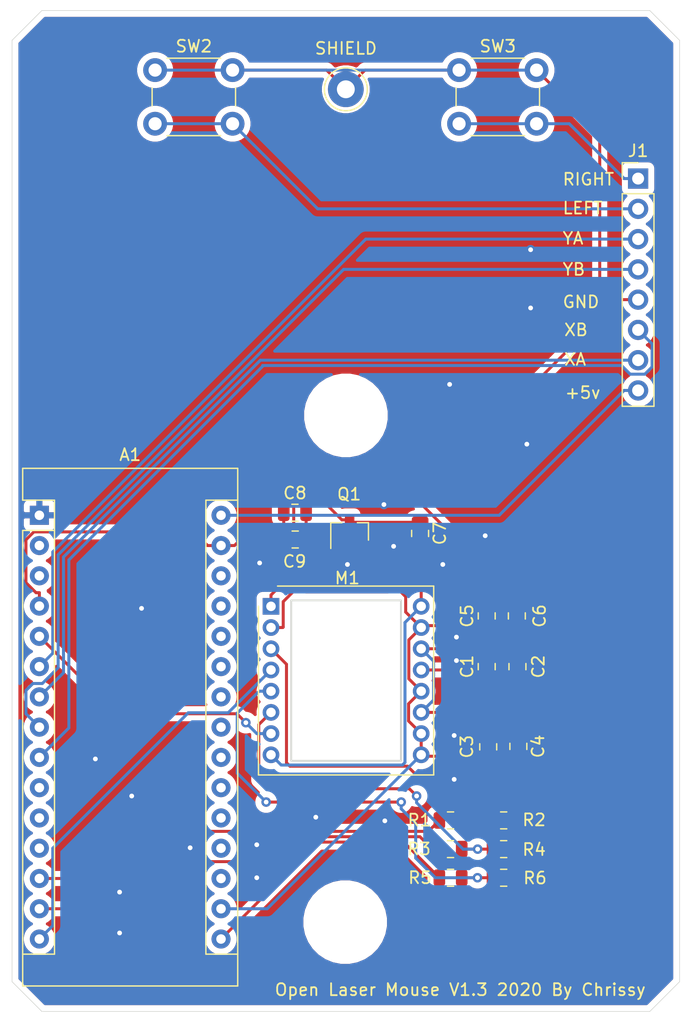
<source format=kicad_pcb>
(kicad_pcb (version 20171130) (host pcbnew "(5.1.4-0-10_14)")

  (general
    (thickness 1.6)
    (drawings 18)
    (tracks 242)
    (zones 0)
    (modules 24)
    (nets 39)
  )

  (page A4)
  (layers
    (0 F.Cu signal)
    (31 B.Cu signal)
    (32 B.Adhes user)
    (33 F.Adhes user)
    (34 B.Paste user)
    (35 F.Paste user)
    (36 B.SilkS user)
    (37 F.SilkS user)
    (38 B.Mask user)
    (39 F.Mask user)
    (40 Dwgs.User user)
    (41 Cmts.User user)
    (42 Eco1.User user)
    (43 Eco2.User user)
    (44 Edge.Cuts user)
    (45 Margin user hide)
    (46 B.CrtYd user hide)
    (47 F.CrtYd user hide)
    (48 B.Fab user hide)
    (49 F.Fab user hide)
  )

  (setup
    (last_trace_width 0.25)
    (trace_clearance 0.2)
    (zone_clearance 0.508)
    (zone_45_only no)
    (trace_min 0.2)
    (via_size 0.8)
    (via_drill 0.4)
    (via_min_size 0.4)
    (via_min_drill 0.3)
    (uvia_size 0.3)
    (uvia_drill 0.1)
    (uvias_allowed no)
    (uvia_min_size 0.2)
    (uvia_min_drill 0.1)
    (edge_width 0.05)
    (segment_width 0.2)
    (pcb_text_width 0.3)
    (pcb_text_size 1.5 1.5)
    (mod_edge_width 0.12)
    (mod_text_size 1 1)
    (mod_text_width 0.15)
    (pad_size 6 6)
    (pad_drill 6)
    (pad_to_mask_clearance 0.051)
    (solder_mask_min_width 0.25)
    (aux_axis_origin 0 0)
    (visible_elements FFFFFF7F)
    (pcbplotparams
      (layerselection 0x010f0_ffffffff)
      (usegerberextensions false)
      (usegerberattributes true)
      (usegerberadvancedattributes false)
      (creategerberjobfile false)
      (excludeedgelayer false)
      (linewidth 0.150000)
      (plotframeref false)
      (viasonmask false)
      (mode 1)
      (useauxorigin true)
      (hpglpennumber 1)
      (hpglpenspeed 20)
      (hpglpendiameter 15.000000)
      (psnegative false)
      (psa4output false)
      (plotreference true)
      (plotvalue true)
      (plotinvisibletext false)
      (padsonsilk true)
      (subtractmaskfromsilk false)
      (outputformat 1)
      (mirror false)
      (drillshape 0)
      (scaleselection 1)
      (outputdirectory "gerbers/"))
  )

  (net 0 "")
  (net 1 MOTION)
  (net 2 MOSI)
  (net 3 SCLK)
  (net 4 MISO)
  (net 5 NCS)
  (net 6 LASER_NEN)
  (net 7 HQ_PULSE)
  (net 8 VQ_PULSE)
  (net 9 H_PULSE)
  (net 10 V_PULSE)
  (net 11 B1_LEFT)
  (net 12 B2_RIGHT)
  (net 13 +5V)
  (net 14 GND)
  (net 15 SCLK-H)
  (net 16 MOSI-H)
  (net 17 NCS-H)
  (net 18 +3V3)
  (net 19 "Net-(A1-Pad1)")
  (net 20 "Net-(C1-Pad1)")
  (net 21 "Net-(C7-Pad2)")
  (net 22 "Net-(C7-Pad1)")
  (net 23 "Net-(A1-Pad28)")
  (net 24 "Net-(A1-Pad12)")
  (net 25 "Net-(A1-Pad27)")
  (net 26 "Net-(A1-Pad11)")
  (net 27 "Net-(A1-Pad26)")
  (net 28 "Net-(A1-Pad10)")
  (net 29 "Net-(A1-Pad25)")
  (net 30 "Net-(A1-Pad24)")
  (net 31 "Net-(A1-Pad23)")
  (net 32 "Net-(A1-Pad22)")
  (net 33 "Net-(A1-Pad21)")
  (net 34 "Net-(A1-Pad20)")
  (net 35 "Net-(A1-Pad19)")
  (net 36 "Net-(A1-Pad3)")
  (net 37 "Net-(A1-Pad18)")
  (net 38 "Net-(A1-Pad2)")

  (net_class Default "This is the default net class."
    (clearance 0.2)
    (trace_width 0.25)
    (via_dia 0.8)
    (via_drill 0.4)
    (uvia_dia 0.3)
    (uvia_drill 0.1)
    (add_net +3V3)
    (add_net +5V)
    (add_net B1_LEFT)
    (add_net B2_RIGHT)
    (add_net GND)
    (add_net HQ_PULSE)
    (add_net H_PULSE)
    (add_net LASER_NEN)
    (add_net MISO)
    (add_net MOSI)
    (add_net MOSI-H)
    (add_net MOTION)
    (add_net NCS)
    (add_net NCS-H)
    (add_net "Net-(A1-Pad1)")
    (add_net "Net-(A1-Pad10)")
    (add_net "Net-(A1-Pad11)")
    (add_net "Net-(A1-Pad12)")
    (add_net "Net-(A1-Pad18)")
    (add_net "Net-(A1-Pad19)")
    (add_net "Net-(A1-Pad2)")
    (add_net "Net-(A1-Pad20)")
    (add_net "Net-(A1-Pad21)")
    (add_net "Net-(A1-Pad22)")
    (add_net "Net-(A1-Pad23)")
    (add_net "Net-(A1-Pad24)")
    (add_net "Net-(A1-Pad25)")
    (add_net "Net-(A1-Pad26)")
    (add_net "Net-(A1-Pad27)")
    (add_net "Net-(A1-Pad28)")
    (add_net "Net-(A1-Pad3)")
    (add_net "Net-(C1-Pad1)")
    (add_net "Net-(C7-Pad1)")
    (add_net "Net-(C7-Pad2)")
    (add_net SCLK)
    (add_net SCLK-H)
    (add_net VQ_PULSE)
    (add_net V_PULSE)
  )

  (module MountingHole:MountingHole_5.3mm_M5 (layer F.Cu) (tedit 5F5DE1AE) (tstamp 5E87420C)
    (at 68.0085 73.9775)
    (descr "Mounting Hole 5.3mm, no annular, M5")
    (tags "mounting hole 5.3mm no annular m5")
    (path /5E87CED7)
    (attr virtual)
    (fp_text reference MH1 (at 0 -3.556) (layer F.SilkS) hide
      (effects (font (size 1 1) (thickness 0.15)))
    )
    (fp_text value "Mouse Hole 1" (at 0 3.429) (layer F.Fab) hide
      (effects (font (size 1 1) (thickness 0.15)))
    )
    (fp_text user %R (at 0.3 0) (layer F.Fab) hide
      (effects (font (size 1 1) (thickness 0.15)))
    )
    (pad "" np_thru_hole circle (at 0 0) (size 6 6) (drill 6) (layers *.Cu *.Mask))
  )

  (module MountingHole:MountingHole_5.3mm_M5 (layer F.Cu) (tedit 5F5DE19F) (tstamp 5E874214)
    (at 67.945 116.5)
    (descr "Mounting Hole 5.3mm, no annular, M5")
    (tags "mounting hole 5.3mm no annular m5")
    (path /5E882EDD)
    (attr virtual)
    (fp_text reference MHe (at 0 -3.429) (layer F.SilkS) hide
      (effects (font (size 1 1) (thickness 0.15)))
    )
    (fp_text value "Mouse Hole 2" (at 0 3.429) (layer F.Fab) hide
      (effects (font (size 1 1) (thickness 0.15)))
    )
    (fp_text user %R (at 0.3 0) (layer F.Fab) hide
      (effects (font (size 1 1) (thickness 0.15)))
    )
    (pad "" np_thru_hole circle (at 0 0) (size 6 6) (drill 6) (layers *.Cu *.Mask))
  )

  (module Resistor_SMD:R_0805_2012Metric (layer F.Cu) (tedit 5B36C52B) (tstamp 5E8A2674)
    (at 81.2419 112.776 180)
    (descr "Resistor SMD 0805 (2012 Metric), square (rectangular) end terminal, IPC_7351 nominal, (Body size source: https://docs.google.com/spreadsheets/d/1BsfQQcO9C6DZCsRaXUlFlo91Tg2WpOkGARC1WS5S8t0/edit?usp=sharing), generated with kicad-footprint-generator")
    (tags resistor)
    (path /5E99E209)
    (attr smd)
    (fp_text reference R6 (at -2.6289 -0.0254) (layer F.SilkS)
      (effects (font (size 1 1) (thickness 0.15)))
    )
    (fp_text value 3.3K (at 0 1.65) (layer F.Fab)
      (effects (font (size 1 1) (thickness 0.15)))
    )
    (fp_text user %R (at 0 0) (layer F.Fab)
      (effects (font (size 0.5 0.5) (thickness 0.08)))
    )
    (fp_line (start 1.68 0.95) (end -1.68 0.95) (layer F.CrtYd) (width 0.05))
    (fp_line (start 1.68 -0.95) (end 1.68 0.95) (layer F.CrtYd) (width 0.05))
    (fp_line (start -1.68 -0.95) (end 1.68 -0.95) (layer F.CrtYd) (width 0.05))
    (fp_line (start -1.68 0.95) (end -1.68 -0.95) (layer F.CrtYd) (width 0.05))
    (fp_line (start -0.258578 0.71) (end 0.258578 0.71) (layer F.SilkS) (width 0.12))
    (fp_line (start -0.258578 -0.71) (end 0.258578 -0.71) (layer F.SilkS) (width 0.12))
    (fp_line (start 1 0.6) (end -1 0.6) (layer F.Fab) (width 0.1))
    (fp_line (start 1 -0.6) (end 1 0.6) (layer F.Fab) (width 0.1))
    (fp_line (start -1 -0.6) (end 1 -0.6) (layer F.Fab) (width 0.1))
    (fp_line (start -1 0.6) (end -1 -0.6) (layer F.Fab) (width 0.1))
    (pad 2 smd roundrect (at 0.9375 0 180) (size 0.975 1.4) (layers F.Cu F.Paste F.Mask) (roundrect_rratio 0.25)
      (net 3 SCLK))
    (pad 1 smd roundrect (at -0.9375 0 180) (size 0.975 1.4) (layers F.Cu F.Paste F.Mask) (roundrect_rratio 0.25)
      (net 14 GND))
    (model ${KISYS3DMOD}/Resistor_SMD.3dshapes/R_0805_2012Metric.wrl
      (at (xyz 0 0 0))
      (scale (xyz 1 1 1))
      (rotate (xyz 0 0 0))
    )
  )

  (module Resistor_SMD:R_0805_2012Metric (layer F.Cu) (tedit 5B36C52B) (tstamp 5E8A2663)
    (at 76.7842 112.776 180)
    (descr "Resistor SMD 0805 (2012 Metric), square (rectangular) end terminal, IPC_7351 nominal, (Body size source: https://docs.google.com/spreadsheets/d/1BsfQQcO9C6DZCsRaXUlFlo91Tg2WpOkGARC1WS5S8t0/edit?usp=sharing), generated with kicad-footprint-generator")
    (tags resistor)
    (path /5E99E202)
    (attr smd)
    (fp_text reference R5 (at 2.5654 0) (layer F.SilkS)
      (effects (font (size 1 1) (thickness 0.15)))
    )
    (fp_text value 1.8K (at 0 1.65) (layer F.Fab)
      (effects (font (size 1 1) (thickness 0.15)))
    )
    (fp_text user %R (at 0 0) (layer F.Fab)
      (effects (font (size 0.5 0.5) (thickness 0.08)))
    )
    (fp_line (start 1.68 0.95) (end -1.68 0.95) (layer F.CrtYd) (width 0.05))
    (fp_line (start 1.68 -0.95) (end 1.68 0.95) (layer F.CrtYd) (width 0.05))
    (fp_line (start -1.68 -0.95) (end 1.68 -0.95) (layer F.CrtYd) (width 0.05))
    (fp_line (start -1.68 0.95) (end -1.68 -0.95) (layer F.CrtYd) (width 0.05))
    (fp_line (start -0.258578 0.71) (end 0.258578 0.71) (layer F.SilkS) (width 0.12))
    (fp_line (start -0.258578 -0.71) (end 0.258578 -0.71) (layer F.SilkS) (width 0.12))
    (fp_line (start 1 0.6) (end -1 0.6) (layer F.Fab) (width 0.1))
    (fp_line (start 1 -0.6) (end 1 0.6) (layer F.Fab) (width 0.1))
    (fp_line (start -1 -0.6) (end 1 -0.6) (layer F.Fab) (width 0.1))
    (fp_line (start -1 0.6) (end -1 -0.6) (layer F.Fab) (width 0.1))
    (pad 2 smd roundrect (at 0.9375 0 180) (size 0.975 1.4) (layers F.Cu F.Paste F.Mask) (roundrect_rratio 0.25)
      (net 15 SCLK-H))
    (pad 1 smd roundrect (at -0.9375 0 180) (size 0.975 1.4) (layers F.Cu F.Paste F.Mask) (roundrect_rratio 0.25)
      (net 3 SCLK))
    (model ${KISYS3DMOD}/Resistor_SMD.3dshapes/R_0805_2012Metric.wrl
      (at (xyz 0 0 0))
      (scale (xyz 1 1 1))
      (rotate (xyz 0 0 0))
    )
  )

  (module Resistor_SMD:R_0805_2012Metric (layer F.Cu) (tedit 5B36C52B) (tstamp 5E8A2652)
    (at 81.2419 110.3752 180)
    (descr "Resistor SMD 0805 (2012 Metric), square (rectangular) end terminal, IPC_7351 nominal, (Body size source: https://docs.google.com/spreadsheets/d/1BsfQQcO9C6DZCsRaXUlFlo91Tg2WpOkGARC1WS5S8t0/edit?usp=sharing), generated with kicad-footprint-generator")
    (tags resistor)
    (path /5E9998C3)
    (attr smd)
    (fp_text reference R4 (at -2.5527 -0.0386) (layer F.SilkS)
      (effects (font (size 1 1) (thickness 0.15)))
    )
    (fp_text value 3.3K (at 0 1.65) (layer F.Fab)
      (effects (font (size 1 1) (thickness 0.15)))
    )
    (fp_text user %R (at 0 0) (layer F.Fab)
      (effects (font (size 0.5 0.5) (thickness 0.08)))
    )
    (fp_line (start 1.68 0.95) (end -1.68 0.95) (layer F.CrtYd) (width 0.05))
    (fp_line (start 1.68 -0.95) (end 1.68 0.95) (layer F.CrtYd) (width 0.05))
    (fp_line (start -1.68 -0.95) (end 1.68 -0.95) (layer F.CrtYd) (width 0.05))
    (fp_line (start -1.68 0.95) (end -1.68 -0.95) (layer F.CrtYd) (width 0.05))
    (fp_line (start -0.258578 0.71) (end 0.258578 0.71) (layer F.SilkS) (width 0.12))
    (fp_line (start -0.258578 -0.71) (end 0.258578 -0.71) (layer F.SilkS) (width 0.12))
    (fp_line (start 1 0.6) (end -1 0.6) (layer F.Fab) (width 0.1))
    (fp_line (start 1 -0.6) (end 1 0.6) (layer F.Fab) (width 0.1))
    (fp_line (start -1 -0.6) (end 1 -0.6) (layer F.Fab) (width 0.1))
    (fp_line (start -1 0.6) (end -1 -0.6) (layer F.Fab) (width 0.1))
    (pad 2 smd roundrect (at 0.9375 0 180) (size 0.975 1.4) (layers F.Cu F.Paste F.Mask) (roundrect_rratio 0.25)
      (net 2 MOSI))
    (pad 1 smd roundrect (at -0.9375 0 180) (size 0.975 1.4) (layers F.Cu F.Paste F.Mask) (roundrect_rratio 0.25)
      (net 14 GND))
    (model ${KISYS3DMOD}/Resistor_SMD.3dshapes/R_0805_2012Metric.wrl
      (at (xyz 0 0 0))
      (scale (xyz 1 1 1))
      (rotate (xyz 0 0 0))
    )
  )

  (module Resistor_SMD:R_0805_2012Metric (layer F.Cu) (tedit 5B36C52B) (tstamp 5E8A2641)
    (at 76.7842 110.3752 180)
    (descr "Resistor SMD 0805 (2012 Metric), square (rectangular) end terminal, IPC_7351 nominal, (Body size source: https://docs.google.com/spreadsheets/d/1BsfQQcO9C6DZCsRaXUlFlo91Tg2WpOkGARC1WS5S8t0/edit?usp=sharing), generated with kicad-footprint-generator")
    (tags resistor)
    (path /5E9998BC)
    (attr smd)
    (fp_text reference R3 (at 2.6416 0.0122) (layer F.SilkS)
      (effects (font (size 1 1) (thickness 0.15)))
    )
    (fp_text value 1.8K (at 0 1.65) (layer F.Fab)
      (effects (font (size 1 1) (thickness 0.15)))
    )
    (fp_text user %R (at 0 0) (layer F.Fab)
      (effects (font (size 0.5 0.5) (thickness 0.08)))
    )
    (fp_line (start 1.68 0.95) (end -1.68 0.95) (layer F.CrtYd) (width 0.05))
    (fp_line (start 1.68 -0.95) (end 1.68 0.95) (layer F.CrtYd) (width 0.05))
    (fp_line (start -1.68 -0.95) (end 1.68 -0.95) (layer F.CrtYd) (width 0.05))
    (fp_line (start -1.68 0.95) (end -1.68 -0.95) (layer F.CrtYd) (width 0.05))
    (fp_line (start -0.258578 0.71) (end 0.258578 0.71) (layer F.SilkS) (width 0.12))
    (fp_line (start -0.258578 -0.71) (end 0.258578 -0.71) (layer F.SilkS) (width 0.12))
    (fp_line (start 1 0.6) (end -1 0.6) (layer F.Fab) (width 0.1))
    (fp_line (start 1 -0.6) (end 1 0.6) (layer F.Fab) (width 0.1))
    (fp_line (start -1 -0.6) (end 1 -0.6) (layer F.Fab) (width 0.1))
    (fp_line (start -1 0.6) (end -1 -0.6) (layer F.Fab) (width 0.1))
    (pad 2 smd roundrect (at 0.9375 0 180) (size 0.975 1.4) (layers F.Cu F.Paste F.Mask) (roundrect_rratio 0.25)
      (net 16 MOSI-H))
    (pad 1 smd roundrect (at -0.9375 0 180) (size 0.975 1.4) (layers F.Cu F.Paste F.Mask) (roundrect_rratio 0.25)
      (net 2 MOSI))
    (model ${KISYS3DMOD}/Resistor_SMD.3dshapes/R_0805_2012Metric.wrl
      (at (xyz 0 0 0))
      (scale (xyz 1 1 1))
      (rotate (xyz 0 0 0))
    )
  )

  (module Resistor_SMD:R_0805_2012Metric (layer F.Cu) (tedit 5B36C52B) (tstamp 5E8A2630)
    (at 81.2419 107.9622 180)
    (descr "Resistor SMD 0805 (2012 Metric), square (rectangular) end terminal, IPC_7351 nominal, (Body size source: https://docs.google.com/spreadsheets/d/1BsfQQcO9C6DZCsRaXUlFlo91Tg2WpOkGARC1WS5S8t0/edit?usp=sharing), generated with kicad-footprint-generator")
    (tags resistor)
    (path /5E97F2F0)
    (attr smd)
    (fp_text reference R2 (at -2.5527 0.0376) (layer F.SilkS)
      (effects (font (size 1 1) (thickness 0.15)))
    )
    (fp_text value 3.3K (at 0 1.65) (layer F.Fab)
      (effects (font (size 1 1) (thickness 0.15)))
    )
    (fp_text user %R (at 0 0) (layer F.Fab)
      (effects (font (size 0.5 0.5) (thickness 0.08)))
    )
    (fp_line (start 1.68 0.95) (end -1.68 0.95) (layer F.CrtYd) (width 0.05))
    (fp_line (start 1.68 -0.95) (end 1.68 0.95) (layer F.CrtYd) (width 0.05))
    (fp_line (start -1.68 -0.95) (end 1.68 -0.95) (layer F.CrtYd) (width 0.05))
    (fp_line (start -1.68 0.95) (end -1.68 -0.95) (layer F.CrtYd) (width 0.05))
    (fp_line (start -0.258578 0.71) (end 0.258578 0.71) (layer F.SilkS) (width 0.12))
    (fp_line (start -0.258578 -0.71) (end 0.258578 -0.71) (layer F.SilkS) (width 0.12))
    (fp_line (start 1 0.6) (end -1 0.6) (layer F.Fab) (width 0.1))
    (fp_line (start 1 -0.6) (end 1 0.6) (layer F.Fab) (width 0.1))
    (fp_line (start -1 -0.6) (end 1 -0.6) (layer F.Fab) (width 0.1))
    (fp_line (start -1 0.6) (end -1 -0.6) (layer F.Fab) (width 0.1))
    (pad 2 smd roundrect (at 0.9375 0 180) (size 0.975 1.4) (layers F.Cu F.Paste F.Mask) (roundrect_rratio 0.25)
      (net 5 NCS))
    (pad 1 smd roundrect (at -0.9375 0 180) (size 0.975 1.4) (layers F.Cu F.Paste F.Mask) (roundrect_rratio 0.25)
      (net 14 GND))
    (model ${KISYS3DMOD}/Resistor_SMD.3dshapes/R_0805_2012Metric.wrl
      (at (xyz 0 0 0))
      (scale (xyz 1 1 1))
      (rotate (xyz 0 0 0))
    )
  )

  (module Resistor_SMD:R_0805_2012Metric (layer F.Cu) (tedit 5B36C52B) (tstamp 5E8A261F)
    (at 76.7842 107.9622 180)
    (descr "Resistor SMD 0805 (2012 Metric), square (rectangular) end terminal, IPC_7351 nominal, (Body size source: https://docs.google.com/spreadsheets/d/1BsfQQcO9C6DZCsRaXUlFlo91Tg2WpOkGARC1WS5S8t0/edit?usp=sharing), generated with kicad-footprint-generator")
    (tags resistor)
    (path /5E96FD1A)
    (attr smd)
    (fp_text reference R1 (at 2.6162 0.0122) (layer F.SilkS)
      (effects (font (size 1 1) (thickness 0.15)))
    )
    (fp_text value 1.8K (at 0 1.65) (layer F.Fab)
      (effects (font (size 1 1) (thickness 0.15)))
    )
    (fp_text user %R (at 0 0) (layer F.Fab)
      (effects (font (size 0.5 0.5) (thickness 0.08)))
    )
    (fp_line (start 1.68 0.95) (end -1.68 0.95) (layer F.CrtYd) (width 0.05))
    (fp_line (start 1.68 -0.95) (end 1.68 0.95) (layer F.CrtYd) (width 0.05))
    (fp_line (start -1.68 -0.95) (end 1.68 -0.95) (layer F.CrtYd) (width 0.05))
    (fp_line (start -1.68 0.95) (end -1.68 -0.95) (layer F.CrtYd) (width 0.05))
    (fp_line (start -0.258578 0.71) (end 0.258578 0.71) (layer F.SilkS) (width 0.12))
    (fp_line (start -0.258578 -0.71) (end 0.258578 -0.71) (layer F.SilkS) (width 0.12))
    (fp_line (start 1 0.6) (end -1 0.6) (layer F.Fab) (width 0.1))
    (fp_line (start 1 -0.6) (end 1 0.6) (layer F.Fab) (width 0.1))
    (fp_line (start -1 -0.6) (end 1 -0.6) (layer F.Fab) (width 0.1))
    (fp_line (start -1 0.6) (end -1 -0.6) (layer F.Fab) (width 0.1))
    (pad 2 smd roundrect (at 0.9375 0 180) (size 0.975 1.4) (layers F.Cu F.Paste F.Mask) (roundrect_rratio 0.25)
      (net 17 NCS-H))
    (pad 1 smd roundrect (at -0.9375 0 180) (size 0.975 1.4) (layers F.Cu F.Paste F.Mask) (roundrect_rratio 0.25)
      (net 5 NCS))
    (model ${KISYS3DMOD}/Resistor_SMD.3dshapes/R_0805_2012Metric.wrl
      (at (xyz 0 0 0))
      (scale (xyz 1 1 1))
      (rotate (xyz 0 0 0))
    )
  )

  (module Package_TO_SOT_SMD:SOT-23 (layer F.Cu) (tedit 5A02FF57) (tstamp 5E35D8E3)
    (at 68.318 83.7415 90)
    (descr "SOT-23, Standard")
    (tags SOT-23)
    (path /5DDFF168)
    (attr smd)
    (fp_text reference Q1 (at 3.1473 -0.0428 180) (layer F.SilkS)
      (effects (font (size 1 1) (thickness 0.15)))
    )
    (fp_text value IRLML6302TRPBF (at 0 2.5 90) (layer F.Fab)
      (effects (font (size 1 1) (thickness 0.15)))
    )
    (fp_line (start 0.76 1.58) (end -0.7 1.58) (layer F.SilkS) (width 0.12))
    (fp_line (start 0.76 -1.58) (end -1.4 -1.58) (layer F.SilkS) (width 0.12))
    (fp_line (start -1.7 1.75) (end -1.7 -1.75) (layer F.CrtYd) (width 0.05))
    (fp_line (start 1.7 1.75) (end -1.7 1.75) (layer F.CrtYd) (width 0.05))
    (fp_line (start 1.7 -1.75) (end 1.7 1.75) (layer F.CrtYd) (width 0.05))
    (fp_line (start -1.7 -1.75) (end 1.7 -1.75) (layer F.CrtYd) (width 0.05))
    (fp_line (start 0.76 -1.58) (end 0.76 -0.65) (layer F.SilkS) (width 0.12))
    (fp_line (start 0.76 1.58) (end 0.76 0.65) (layer F.SilkS) (width 0.12))
    (fp_line (start -0.7 1.52) (end 0.7 1.52) (layer F.Fab) (width 0.1))
    (fp_line (start 0.7 -1.52) (end 0.7 1.52) (layer F.Fab) (width 0.1))
    (fp_line (start -0.7 -0.95) (end -0.15 -1.52) (layer F.Fab) (width 0.1))
    (fp_line (start -0.15 -1.52) (end 0.7 -1.52) (layer F.Fab) (width 0.1))
    (fp_line (start -0.7 -0.95) (end -0.7 1.5) (layer F.Fab) (width 0.1))
    (fp_text user %R (at 0 0) (layer F.Fab)
      (effects (font (size 0.5 0.5) (thickness 0.075)))
    )
    (pad 3 smd rect (at 1 0 90) (size 0.9 0.8) (layers F.Cu F.Paste F.Mask)
      (net 22 "Net-(C7-Pad1)"))
    (pad 2 smd rect (at -1 0.95 90) (size 0.9 0.8) (layers F.Cu F.Paste F.Mask)
      (net 18 +3V3))
    (pad 1 smd rect (at -1 -0.95 90) (size 0.9 0.8) (layers F.Cu F.Paste F.Mask)
      (net 6 LASER_NEN))
    (model ${KISYS3DMOD}/Package_TO_SOT_SMD.3dshapes/SOT-23.wrl
      (at (xyz 0 0 0))
      (scale (xyz 1 1 1))
      (rotate (xyz 0 0 0))
    )
  )

  (module Capacitor_SMD:C_0805_2012Metric (layer F.Cu) (tedit 5B36C52B) (tstamp 5E35D882)
    (at 63.754 84.3915)
    (descr "Capacitor SMD 0805 (2012 Metric), square (rectangular) end terminal, IPC_7351 nominal, (Body size source: https://docs.google.com/spreadsheets/d/1BsfQQcO9C6DZCsRaXUlFlo91Tg2WpOkGARC1WS5S8t0/edit?usp=sharing), generated with kicad-footprint-generator")
    (tags capacitor)
    (path /5E3D6F14)
    (attr smd)
    (fp_text reference C9 (at -0.0508 1.8415) (layer F.SilkS)
      (effects (font (size 1 1) (thickness 0.15)))
    )
    (fp_text value 1uF (at 0 1.65) (layer F.Fab)
      (effects (font (size 1 1) (thickness 0.15)))
    )
    (fp_text user %R (at 0 0) (layer F.Fab)
      (effects (font (size 0.5 0.5) (thickness 0.08)))
    )
    (fp_line (start 1.68 0.95) (end -1.68 0.95) (layer F.CrtYd) (width 0.05))
    (fp_line (start 1.68 -0.95) (end 1.68 0.95) (layer F.CrtYd) (width 0.05))
    (fp_line (start -1.68 -0.95) (end 1.68 -0.95) (layer F.CrtYd) (width 0.05))
    (fp_line (start -1.68 0.95) (end -1.68 -0.95) (layer F.CrtYd) (width 0.05))
    (fp_line (start -0.258578 0.71) (end 0.258578 0.71) (layer F.SilkS) (width 0.12))
    (fp_line (start -0.258578 -0.71) (end 0.258578 -0.71) (layer F.SilkS) (width 0.12))
    (fp_line (start 1 0.6) (end -1 0.6) (layer F.Fab) (width 0.1))
    (fp_line (start 1 -0.6) (end 1 0.6) (layer F.Fab) (width 0.1))
    (fp_line (start -1 -0.6) (end 1 -0.6) (layer F.Fab) (width 0.1))
    (fp_line (start -1 0.6) (end -1 -0.6) (layer F.Fab) (width 0.1))
    (pad 2 smd roundrect (at 0.9375 0) (size 0.975 1.4) (layers F.Cu F.Paste F.Mask) (roundrect_rratio 0.25)
      (net 18 +3V3))
    (pad 1 smd roundrect (at -0.9375 0) (size 0.975 1.4) (layers F.Cu F.Paste F.Mask) (roundrect_rratio 0.25)
      (net 14 GND))
    (model ${KISYS3DMOD}/Capacitor_SMD.3dshapes/C_0805_2012Metric.wrl
      (at (xyz 0 0 0))
      (scale (xyz 1 1 1))
      (rotate (xyz 0 0 0))
    )
  )

  (module Capacitor_SMD:C_0805_2012Metric (layer F.Cu) (tedit 5B36C52B) (tstamp 5E35D871)
    (at 63.7309 82.1436)
    (descr "Capacitor SMD 0805 (2012 Metric), square (rectangular) end terminal, IPC_7351 nominal, (Body size source: https://docs.google.com/spreadsheets/d/1BsfQQcO9C6DZCsRaXUlFlo91Tg2WpOkGARC1WS5S8t0/edit?usp=sharing), generated with kicad-footprint-generator")
    (tags capacitor)
    (path /5DE63B17)
    (attr smd)
    (fp_text reference C8 (at 0 -1.65) (layer F.SilkS)
      (effects (font (size 1 1) (thickness 0.15)))
    )
    (fp_text value 100nf (at 0 1.65) (layer F.Fab)
      (effects (font (size 1 1) (thickness 0.15)))
    )
    (fp_text user %R (at 0 0) (layer F.Fab)
      (effects (font (size 0.5 0.5) (thickness 0.08)))
    )
    (fp_line (start 1.68 0.95) (end -1.68 0.95) (layer F.CrtYd) (width 0.05))
    (fp_line (start 1.68 -0.95) (end 1.68 0.95) (layer F.CrtYd) (width 0.05))
    (fp_line (start -1.68 -0.95) (end 1.68 -0.95) (layer F.CrtYd) (width 0.05))
    (fp_line (start -1.68 0.95) (end -1.68 -0.95) (layer F.CrtYd) (width 0.05))
    (fp_line (start -0.258578 0.71) (end 0.258578 0.71) (layer F.SilkS) (width 0.12))
    (fp_line (start -0.258578 -0.71) (end 0.258578 -0.71) (layer F.SilkS) (width 0.12))
    (fp_line (start 1 0.6) (end -1 0.6) (layer F.Fab) (width 0.1))
    (fp_line (start 1 -0.6) (end 1 0.6) (layer F.Fab) (width 0.1))
    (fp_line (start -1 -0.6) (end 1 -0.6) (layer F.Fab) (width 0.1))
    (fp_line (start -1 0.6) (end -1 -0.6) (layer F.Fab) (width 0.1))
    (pad 2 smd roundrect (at 0.9375 0) (size 0.975 1.4) (layers F.Cu F.Paste F.Mask) (roundrect_rratio 0.25)
      (net 18 +3V3))
    (pad 1 smd roundrect (at -0.9375 0) (size 0.975 1.4) (layers F.Cu F.Paste F.Mask) (roundrect_rratio 0.25)
      (net 14 GND))
    (model ${KISYS3DMOD}/Capacitor_SMD.3dshapes/C_0805_2012Metric.wrl
      (at (xyz 0 0 0))
      (scale (xyz 1 1 1))
      (rotate (xyz 0 0 0))
    )
  )

  (module Capacitor_SMD:C_0805_2012Metric (layer F.Cu) (tedit 5B36C52B) (tstamp 5E35D860)
    (at 74.2315 83.8835 270)
    (descr "Capacitor SMD 0805 (2012 Metric), square (rectangular) end terminal, IPC_7351 nominal, (Body size source: https://docs.google.com/spreadsheets/d/1BsfQQcO9C6DZCsRaXUlFlo91Tg2WpOkGARC1WS5S8t0/edit?usp=sharing), generated with kicad-footprint-generator")
    (tags capacitor)
    (path /5DE0D07A)
    (attr smd)
    (fp_text reference C7 (at 0 -1.65 90) (layer F.SilkS)
      (effects (font (size 1 1) (thickness 0.15)))
    )
    (fp_text value 470pF (at 0 1.65 90) (layer F.Fab)
      (effects (font (size 1 1) (thickness 0.15)))
    )
    (fp_text user %R (at 0 0 90) (layer F.Fab)
      (effects (font (size 0.5 0.5) (thickness 0.08)))
    )
    (fp_line (start 1.68 0.95) (end -1.68 0.95) (layer F.CrtYd) (width 0.05))
    (fp_line (start 1.68 -0.95) (end 1.68 0.95) (layer F.CrtYd) (width 0.05))
    (fp_line (start -1.68 -0.95) (end 1.68 -0.95) (layer F.CrtYd) (width 0.05))
    (fp_line (start -1.68 0.95) (end -1.68 -0.95) (layer F.CrtYd) (width 0.05))
    (fp_line (start -0.258578 0.71) (end 0.258578 0.71) (layer F.SilkS) (width 0.12))
    (fp_line (start -0.258578 -0.71) (end 0.258578 -0.71) (layer F.SilkS) (width 0.12))
    (fp_line (start 1 0.6) (end -1 0.6) (layer F.Fab) (width 0.1))
    (fp_line (start 1 -0.6) (end 1 0.6) (layer F.Fab) (width 0.1))
    (fp_line (start -1 -0.6) (end 1 -0.6) (layer F.Fab) (width 0.1))
    (fp_line (start -1 0.6) (end -1 -0.6) (layer F.Fab) (width 0.1))
    (pad 2 smd roundrect (at 0.9375 0 270) (size 0.975 1.4) (layers F.Cu F.Paste F.Mask) (roundrect_rratio 0.25)
      (net 21 "Net-(C7-Pad2)"))
    (pad 1 smd roundrect (at -0.9375 0 270) (size 0.975 1.4) (layers F.Cu F.Paste F.Mask) (roundrect_rratio 0.25)
      (net 22 "Net-(C7-Pad1)"))
    (model ${KISYS3DMOD}/Capacitor_SMD.3dshapes/C_0805_2012Metric.wrl
      (at (xyz 0 0 0))
      (scale (xyz 1 1 1))
      (rotate (xyz 0 0 0))
    )
  )

  (module Capacitor_SMD:C_0805_2012Metric (layer F.Cu) (tedit 5B36C52B) (tstamp 5E35D84F)
    (at 82.3468 90.805 90)
    (descr "Capacitor SMD 0805 (2012 Metric), square (rectangular) end terminal, IPC_7351 nominal, (Body size source: https://docs.google.com/spreadsheets/d/1BsfQQcO9C6DZCsRaXUlFlo91Tg2WpOkGARC1WS5S8t0/edit?usp=sharing), generated with kicad-footprint-generator")
    (tags capacitor)
    (path /5E425C02)
    (attr smd)
    (fp_text reference C6 (at 0 1.905 90) (layer F.SilkS)
      (effects (font (size 1 1) (thickness 0.15)))
    )
    (fp_text value 3.3uF (at 0 1.65 90) (layer F.Fab)
      (effects (font (size 1 1) (thickness 0.15)))
    )
    (fp_text user %R (at 0 0 90) (layer F.Fab)
      (effects (font (size 0.5 0.5) (thickness 0.08)))
    )
    (fp_line (start 1.68 0.95) (end -1.68 0.95) (layer F.CrtYd) (width 0.05))
    (fp_line (start 1.68 -0.95) (end 1.68 0.95) (layer F.CrtYd) (width 0.05))
    (fp_line (start -1.68 -0.95) (end 1.68 -0.95) (layer F.CrtYd) (width 0.05))
    (fp_line (start -1.68 0.95) (end -1.68 -0.95) (layer F.CrtYd) (width 0.05))
    (fp_line (start -0.258578 0.71) (end 0.258578 0.71) (layer F.SilkS) (width 0.12))
    (fp_line (start -0.258578 -0.71) (end 0.258578 -0.71) (layer F.SilkS) (width 0.12))
    (fp_line (start 1 0.6) (end -1 0.6) (layer F.Fab) (width 0.1))
    (fp_line (start 1 -0.6) (end 1 0.6) (layer F.Fab) (width 0.1))
    (fp_line (start -1 -0.6) (end 1 -0.6) (layer F.Fab) (width 0.1))
    (fp_line (start -1 0.6) (end -1 -0.6) (layer F.Fab) (width 0.1))
    (pad 2 smd roundrect (at 0.9375 0 90) (size 0.975 1.4) (layers F.Cu F.Paste F.Mask) (roundrect_rratio 0.25)
      (net 14 GND))
    (pad 1 smd roundrect (at -0.9375 0 90) (size 0.975 1.4) (layers F.Cu F.Paste F.Mask) (roundrect_rratio 0.25)
      (net 18 +3V3))
    (model ${KISYS3DMOD}/Capacitor_SMD.3dshapes/C_0805_2012Metric.wrl
      (at (xyz 0 0 0))
      (scale (xyz 1 1 1))
      (rotate (xyz 0 0 0))
    )
  )

  (module Capacitor_SMD:C_0805_2012Metric (layer F.Cu) (tedit 5B36C52B) (tstamp 5E35D83E)
    (at 79.8195 90.805 90)
    (descr "Capacitor SMD 0805 (2012 Metric), square (rectangular) end terminal, IPC_7351 nominal, (Body size source: https://docs.google.com/spreadsheets/d/1BsfQQcO9C6DZCsRaXUlFlo91Tg2WpOkGARC1WS5S8t0/edit?usp=sharing), generated with kicad-footprint-generator")
    (tags capacitor)
    (path /5E425BEF)
    (attr smd)
    (fp_text reference C5 (at 0 -1.65 90) (layer F.SilkS)
      (effects (font (size 1 1) (thickness 0.15)))
    )
    (fp_text value 100nf (at 0 1.65 90) (layer F.Fab)
      (effects (font (size 1 1) (thickness 0.15)))
    )
    (fp_text user %R (at 0 0 90) (layer F.Fab)
      (effects (font (size 0.5 0.5) (thickness 0.08)))
    )
    (fp_line (start 1.68 0.95) (end -1.68 0.95) (layer F.CrtYd) (width 0.05))
    (fp_line (start 1.68 -0.95) (end 1.68 0.95) (layer F.CrtYd) (width 0.05))
    (fp_line (start -1.68 -0.95) (end 1.68 -0.95) (layer F.CrtYd) (width 0.05))
    (fp_line (start -1.68 0.95) (end -1.68 -0.95) (layer F.CrtYd) (width 0.05))
    (fp_line (start -0.258578 0.71) (end 0.258578 0.71) (layer F.SilkS) (width 0.12))
    (fp_line (start -0.258578 -0.71) (end 0.258578 -0.71) (layer F.SilkS) (width 0.12))
    (fp_line (start 1 0.6) (end -1 0.6) (layer F.Fab) (width 0.1))
    (fp_line (start 1 -0.6) (end 1 0.6) (layer F.Fab) (width 0.1))
    (fp_line (start -1 -0.6) (end 1 -0.6) (layer F.Fab) (width 0.1))
    (fp_line (start -1 0.6) (end -1 -0.6) (layer F.Fab) (width 0.1))
    (pad 2 smd roundrect (at 0.9375 0 90) (size 0.975 1.4) (layers F.Cu F.Paste F.Mask) (roundrect_rratio 0.25)
      (net 14 GND))
    (pad 1 smd roundrect (at -0.9375 0 90) (size 0.975 1.4) (layers F.Cu F.Paste F.Mask) (roundrect_rratio 0.25)
      (net 18 +3V3))
    (model ${KISYS3DMOD}/Capacitor_SMD.3dshapes/C_0805_2012Metric.wrl
      (at (xyz 0 0 0))
      (scale (xyz 1 1 1))
      (rotate (xyz 0 0 0))
    )
  )

  (module Capacitor_SMD:C_0805_2012Metric (layer F.Cu) (tedit 5B36C52B) (tstamp 5E35D82D)
    (at 82.4738 101.7524 270)
    (descr "Capacitor SMD 0805 (2012 Metric), square (rectangular) end terminal, IPC_7351 nominal, (Body size source: https://docs.google.com/spreadsheets/d/1BsfQQcO9C6DZCsRaXUlFlo91Tg2WpOkGARC1WS5S8t0/edit?usp=sharing), generated with kicad-footprint-generator")
    (tags capacitor)
    (path /5E42DBFC)
    (attr smd)
    (fp_text reference C4 (at 0 -1.65 90) (layer F.SilkS)
      (effects (font (size 1 1) (thickness 0.15)))
    )
    (fp_text value 10uF (at 0 1.65 90) (layer F.Fab)
      (effects (font (size 1 1) (thickness 0.15)))
    )
    (fp_text user %R (at 0 0 90) (layer F.Fab)
      (effects (font (size 0.5 0.5) (thickness 0.08)))
    )
    (fp_line (start 1.68 0.95) (end -1.68 0.95) (layer F.CrtYd) (width 0.05))
    (fp_line (start 1.68 -0.95) (end 1.68 0.95) (layer F.CrtYd) (width 0.05))
    (fp_line (start -1.68 -0.95) (end 1.68 -0.95) (layer F.CrtYd) (width 0.05))
    (fp_line (start -1.68 0.95) (end -1.68 -0.95) (layer F.CrtYd) (width 0.05))
    (fp_line (start -0.258578 0.71) (end 0.258578 0.71) (layer F.SilkS) (width 0.12))
    (fp_line (start -0.258578 -0.71) (end 0.258578 -0.71) (layer F.SilkS) (width 0.12))
    (fp_line (start 1 0.6) (end -1 0.6) (layer F.Fab) (width 0.1))
    (fp_line (start 1 -0.6) (end 1 0.6) (layer F.Fab) (width 0.1))
    (fp_line (start -1 -0.6) (end 1 -0.6) (layer F.Fab) (width 0.1))
    (fp_line (start -1 0.6) (end -1 -0.6) (layer F.Fab) (width 0.1))
    (pad 2 smd roundrect (at 0.9375 0 270) (size 0.975 1.4) (layers F.Cu F.Paste F.Mask) (roundrect_rratio 0.25)
      (net 18 +3V3))
    (pad 1 smd roundrect (at -0.9375 0 270) (size 0.975 1.4) (layers F.Cu F.Paste F.Mask) (roundrect_rratio 0.25)
      (net 14 GND))
    (model ${KISYS3DMOD}/Capacitor_SMD.3dshapes/C_0805_2012Metric.wrl
      (at (xyz 0 0 0))
      (scale (xyz 1 1 1))
      (rotate (xyz 0 0 0))
    )
  )

  (module Capacitor_SMD:C_0805_2012Metric (layer F.Cu) (tedit 5B36C52B) (tstamp 5E35D81C)
    (at 79.9465 101.79 270)
    (descr "Capacitor SMD 0805 (2012 Metric), square (rectangular) end terminal, IPC_7351 nominal, (Body size source: https://docs.google.com/spreadsheets/d/1BsfQQcO9C6DZCsRaXUlFlo91Tg2WpOkGARC1WS5S8t0/edit?usp=sharing), generated with kicad-footprint-generator")
    (tags capacitor)
    (path /5E42DBE9)
    (attr smd)
    (fp_text reference C3 (at -0.0122 1.7907 90) (layer F.SilkS)
      (effects (font (size 1 1) (thickness 0.15)))
    )
    (fp_text value 100nf (at 0 1.65 90) (layer F.Fab)
      (effects (font (size 1 1) (thickness 0.15)))
    )
    (fp_text user %R (at 0 0 90) (layer F.Fab)
      (effects (font (size 0.5 0.5) (thickness 0.08)))
    )
    (fp_line (start 1.68 0.95) (end -1.68 0.95) (layer F.CrtYd) (width 0.05))
    (fp_line (start 1.68 -0.95) (end 1.68 0.95) (layer F.CrtYd) (width 0.05))
    (fp_line (start -1.68 -0.95) (end 1.68 -0.95) (layer F.CrtYd) (width 0.05))
    (fp_line (start -1.68 0.95) (end -1.68 -0.95) (layer F.CrtYd) (width 0.05))
    (fp_line (start -0.258578 0.71) (end 0.258578 0.71) (layer F.SilkS) (width 0.12))
    (fp_line (start -0.258578 -0.71) (end 0.258578 -0.71) (layer F.SilkS) (width 0.12))
    (fp_line (start 1 0.6) (end -1 0.6) (layer F.Fab) (width 0.1))
    (fp_line (start 1 -0.6) (end 1 0.6) (layer F.Fab) (width 0.1))
    (fp_line (start -1 -0.6) (end 1 -0.6) (layer F.Fab) (width 0.1))
    (fp_line (start -1 0.6) (end -1 -0.6) (layer F.Fab) (width 0.1))
    (pad 2 smd roundrect (at 0.9375 0 270) (size 0.975 1.4) (layers F.Cu F.Paste F.Mask) (roundrect_rratio 0.25)
      (net 18 +3V3))
    (pad 1 smd roundrect (at -0.9375 0 270) (size 0.975 1.4) (layers F.Cu F.Paste F.Mask) (roundrect_rratio 0.25)
      (net 14 GND))
    (model ${KISYS3DMOD}/Capacitor_SMD.3dshapes/C_0805_2012Metric.wrl
      (at (xyz 0 0 0))
      (scale (xyz 1 1 1))
      (rotate (xyz 0 0 0))
    )
  )

  (module Capacitor_SMD:C_0805_2012Metric (layer F.Cu) (tedit 5B36C52B) (tstamp 5E35D80B)
    (at 82.3976 95.0595 90)
    (descr "Capacitor SMD 0805 (2012 Metric), square (rectangular) end terminal, IPC_7351 nominal, (Body size source: https://docs.google.com/spreadsheets/d/1BsfQQcO9C6DZCsRaXUlFlo91Tg2WpOkGARC1WS5S8t0/edit?usp=sharing), generated with kicad-footprint-generator")
    (tags capacitor)
    (path /5E431B48)
    (attr smd)
    (fp_text reference C2 (at 0 1.7526 90) (layer F.SilkS)
      (effects (font (size 1 1) (thickness 0.15)))
    )
    (fp_text value 10uF (at 0 1.65 90) (layer F.Fab)
      (effects (font (size 1 1) (thickness 0.15)))
    )
    (fp_text user %R (at 0 0 90) (layer F.Fab)
      (effects (font (size 0.5 0.5) (thickness 0.08)))
    )
    (fp_line (start 1.68 0.95) (end -1.68 0.95) (layer F.CrtYd) (width 0.05))
    (fp_line (start 1.68 -0.95) (end 1.68 0.95) (layer F.CrtYd) (width 0.05))
    (fp_line (start -1.68 -0.95) (end 1.68 -0.95) (layer F.CrtYd) (width 0.05))
    (fp_line (start -1.68 0.95) (end -1.68 -0.95) (layer F.CrtYd) (width 0.05))
    (fp_line (start -0.258578 0.71) (end 0.258578 0.71) (layer F.SilkS) (width 0.12))
    (fp_line (start -0.258578 -0.71) (end 0.258578 -0.71) (layer F.SilkS) (width 0.12))
    (fp_line (start 1 0.6) (end -1 0.6) (layer F.Fab) (width 0.1))
    (fp_line (start 1 -0.6) (end 1 0.6) (layer F.Fab) (width 0.1))
    (fp_line (start -1 -0.6) (end 1 -0.6) (layer F.Fab) (width 0.1))
    (fp_line (start -1 0.6) (end -1 -0.6) (layer F.Fab) (width 0.1))
    (pad 2 smd roundrect (at 0.9375 0 90) (size 0.975 1.4) (layers F.Cu F.Paste F.Mask) (roundrect_rratio 0.25)
      (net 14 GND))
    (pad 1 smd roundrect (at -0.9375 0 90) (size 0.975 1.4) (layers F.Cu F.Paste F.Mask) (roundrect_rratio 0.25)
      (net 20 "Net-(C1-Pad1)"))
    (model ${KISYS3DMOD}/Capacitor_SMD.3dshapes/C_0805_2012Metric.wrl
      (at (xyz 0 0 0))
      (scale (xyz 1 1 1))
      (rotate (xyz 0 0 0))
    )
  )

  (module Capacitor_SMD:C_0805_2012Metric (layer F.Cu) (tedit 5B36C52B) (tstamp 5E35D7FA)
    (at 79.8195 95.0595 90)
    (descr "Capacitor SMD 0805 (2012 Metric), square (rectangular) end terminal, IPC_7351 nominal, (Body size source: https://docs.google.com/spreadsheets/d/1BsfQQcO9C6DZCsRaXUlFlo91Tg2WpOkGARC1WS5S8t0/edit?usp=sharing), generated with kicad-footprint-generator")
    (tags capacitor)
    (path /5E431B35)
    (attr smd)
    (fp_text reference C1 (at 0 -1.65 90) (layer F.SilkS)
      (effects (font (size 1 1) (thickness 0.15)))
    )
    (fp_text value 100nf (at 0 1.65 90) (layer F.Fab)
      (effects (font (size 1 1) (thickness 0.15)))
    )
    (fp_text user %R (at 0 0 90) (layer F.Fab)
      (effects (font (size 0.5 0.5) (thickness 0.08)))
    )
    (fp_line (start 1.68 0.95) (end -1.68 0.95) (layer F.CrtYd) (width 0.05))
    (fp_line (start 1.68 -0.95) (end 1.68 0.95) (layer F.CrtYd) (width 0.05))
    (fp_line (start -1.68 -0.95) (end 1.68 -0.95) (layer F.CrtYd) (width 0.05))
    (fp_line (start -1.68 0.95) (end -1.68 -0.95) (layer F.CrtYd) (width 0.05))
    (fp_line (start -0.258578 0.71) (end 0.258578 0.71) (layer F.SilkS) (width 0.12))
    (fp_line (start -0.258578 -0.71) (end 0.258578 -0.71) (layer F.SilkS) (width 0.12))
    (fp_line (start 1 0.6) (end -1 0.6) (layer F.Fab) (width 0.1))
    (fp_line (start 1 -0.6) (end 1 0.6) (layer F.Fab) (width 0.1))
    (fp_line (start -1 -0.6) (end 1 -0.6) (layer F.Fab) (width 0.1))
    (fp_line (start -1 0.6) (end -1 -0.6) (layer F.Fab) (width 0.1))
    (pad 2 smd roundrect (at 0.9375 0 90) (size 0.975 1.4) (layers F.Cu F.Paste F.Mask) (roundrect_rratio 0.25)
      (net 14 GND))
    (pad 1 smd roundrect (at -0.9375 0 90) (size 0.975 1.4) (layers F.Cu F.Paste F.Mask) (roundrect_rratio 0.25)
      (net 20 "Net-(C1-Pad1)"))
    (model ${KISYS3DMOD}/Capacitor_SMD.3dshapes/C_0805_2012Metric.wrl
      (at (xyz 0 0 0))
      (scale (xyz 1 1 1))
      (rotate (xyz 0 0 0))
    )
  )

  (module Connector_Pin:Pin_D1.3mm_L11.0mm_LooseFit (layer F.Cu) (tedit 5A1DC085) (tstamp 5E8A3A21)
    (at 68 46.609)
    (descr "solder Pin_ diameter 1.3mm, hole diameter 1.5mm (loose fit), length 11.0mm")
    (tags "solder Pin_ loose fit")
    (path /5E8B72C7)
    (fp_text reference SH1 (at 0 2.55) (layer F.SilkS) hide
      (effects (font (size 1 1) (thickness 0.15)))
    )
    (fp_text value SHEILD (at 0 -2.05) (layer F.Fab)
      (effects (font (size 1 1) (thickness 0.15)))
    )
    (fp_circle (center 0 0) (end 1.8 0.05) (layer F.SilkS) (width 0.12))
    (fp_circle (center 0 0) (end 1.25 -0.05) (layer F.Fab) (width 0.12))
    (fp_circle (center 0 0) (end 0.65 -0.05) (layer F.Fab) (width 0.12))
    (fp_circle (center 0 0) (end 2 0) (layer F.CrtYd) (width 0.05))
    (fp_text user %R (at 0 2.55) (layer F.Fab)
      (effects (font (size 1 1) (thickness 0.15)))
    )
    (pad 1 thru_hole circle (at 0 0) (size 3 3) (drill 1.5) (layers *.Cu *.Mask)
      (net 14 GND))
    (model ${KISYS3DMOD}/Connector_Pin.3dshapes/Pin_D1.3mm_L11.0mm_LooseFit.wrl
      (at (xyz 0 0 0))
      (scale (xyz 1 1 1))
      (rotate (xyz 0 0 0))
    )
  )

  (module Module:Arduino_Nano (layer F.Cu) (tedit 58ACAF70) (tstamp 5E8A2430)
    (at 42.291 82.3595)
    (descr "Arduino Nano, http://www.mouser.com/pdfdocs/Gravitech_Arduino_Nano3_0.pdf")
    (tags "Arduino Nano")
    (path /5E8A1763)
    (fp_text reference A1 (at 7.62 -5.08) (layer F.SilkS)
      (effects (font (size 1 1) (thickness 0.15)))
    )
    (fp_text value Arduino_Nano_v3.x (at 8.89 19.05 90) (layer F.Fab)
      (effects (font (size 1 1) (thickness 0.15)))
    )
    (fp_line (start 16.75 42.16) (end -1.53 42.16) (layer F.CrtYd) (width 0.05))
    (fp_line (start 16.75 42.16) (end 16.75 -4.06) (layer F.CrtYd) (width 0.05))
    (fp_line (start -1.53 -4.06) (end -1.53 42.16) (layer F.CrtYd) (width 0.05))
    (fp_line (start -1.53 -4.06) (end 16.75 -4.06) (layer F.CrtYd) (width 0.05))
    (fp_line (start 16.51 -3.81) (end 16.51 39.37) (layer F.Fab) (width 0.1))
    (fp_line (start 0 -3.81) (end 16.51 -3.81) (layer F.Fab) (width 0.1))
    (fp_line (start -1.27 -2.54) (end 0 -3.81) (layer F.Fab) (width 0.1))
    (fp_line (start -1.27 39.37) (end -1.27 -2.54) (layer F.Fab) (width 0.1))
    (fp_line (start 16.51 39.37) (end -1.27 39.37) (layer F.Fab) (width 0.1))
    (fp_line (start 16.64 -3.94) (end -1.4 -3.94) (layer F.SilkS) (width 0.12))
    (fp_line (start 16.64 39.5) (end 16.64 -3.94) (layer F.SilkS) (width 0.12))
    (fp_line (start -1.4 39.5) (end 16.64 39.5) (layer F.SilkS) (width 0.12))
    (fp_line (start 3.81 41.91) (end 3.81 31.75) (layer F.Fab) (width 0.1))
    (fp_line (start 11.43 41.91) (end 3.81 41.91) (layer F.Fab) (width 0.1))
    (fp_line (start 11.43 31.75) (end 11.43 41.91) (layer F.Fab) (width 0.1))
    (fp_line (start 3.81 31.75) (end 11.43 31.75) (layer F.Fab) (width 0.1))
    (fp_line (start 1.27 36.83) (end -1.4 36.83) (layer F.SilkS) (width 0.12))
    (fp_line (start 1.27 1.27) (end 1.27 36.83) (layer F.SilkS) (width 0.12))
    (fp_line (start 1.27 1.27) (end -1.4 1.27) (layer F.SilkS) (width 0.12))
    (fp_line (start 13.97 36.83) (end 16.64 36.83) (layer F.SilkS) (width 0.12))
    (fp_line (start 13.97 -1.27) (end 13.97 36.83) (layer F.SilkS) (width 0.12))
    (fp_line (start 13.97 -1.27) (end 16.64 -1.27) (layer F.SilkS) (width 0.12))
    (fp_line (start -1.4 -3.94) (end -1.4 -1.27) (layer F.SilkS) (width 0.12))
    (fp_line (start -1.4 1.27) (end -1.4 39.5) (layer F.SilkS) (width 0.12))
    (fp_line (start 1.27 -1.27) (end -1.4 -1.27) (layer F.SilkS) (width 0.12))
    (fp_line (start 1.27 1.27) (end 1.27 -1.27) (layer F.SilkS) (width 0.12))
    (fp_text user %R (at 6.35 19.05 90) (layer F.Fab)
      (effects (font (size 1 1) (thickness 0.15)))
    )
    (pad 16 thru_hole oval (at 15.24 35.56) (size 1.6 1.6) (drill 0.8) (layers *.Cu *.Mask)
      (net 15 SCLK-H))
    (pad 15 thru_hole oval (at 0 35.56) (size 1.6 1.6) (drill 0.8) (layers *.Cu *.Mask)
      (net 4 MISO))
    (pad 30 thru_hole oval (at 15.24 0) (size 1.6 1.6) (drill 0.8) (layers *.Cu *.Mask)
      (net 13 +5V))
    (pad 14 thru_hole oval (at 0 33.02) (size 1.6 1.6) (drill 0.8) (layers *.Cu *.Mask)
      (net 16 MOSI-H))
    (pad 29 thru_hole oval (at 15.24 2.54) (size 1.6 1.6) (drill 0.8) (layers *.Cu *.Mask)
      (net 14 GND))
    (pad 13 thru_hole oval (at 0 30.48) (size 1.6 1.6) (drill 0.8) (layers *.Cu *.Mask)
      (net 17 NCS-H))
    (pad 28 thru_hole oval (at 15.24 5.08) (size 1.6 1.6) (drill 0.8) (layers *.Cu *.Mask)
      (net 23 "Net-(A1-Pad28)"))
    (pad 12 thru_hole oval (at 0 27.94) (size 1.6 1.6) (drill 0.8) (layers *.Cu *.Mask)
      (net 24 "Net-(A1-Pad12)"))
    (pad 27 thru_hole oval (at 15.24 7.62) (size 1.6 1.6) (drill 0.8) (layers *.Cu *.Mask)
      (net 25 "Net-(A1-Pad27)"))
    (pad 11 thru_hole oval (at 0 25.4) (size 1.6 1.6) (drill 0.8) (layers *.Cu *.Mask)
      (net 26 "Net-(A1-Pad11)"))
    (pad 26 thru_hole oval (at 15.24 10.16) (size 1.6 1.6) (drill 0.8) (layers *.Cu *.Mask)
      (net 27 "Net-(A1-Pad26)"))
    (pad 10 thru_hole oval (at 0 22.86) (size 1.6 1.6) (drill 0.8) (layers *.Cu *.Mask)
      (net 28 "Net-(A1-Pad10)"))
    (pad 25 thru_hole oval (at 15.24 12.7) (size 1.6 1.6) (drill 0.8) (layers *.Cu *.Mask)
      (net 29 "Net-(A1-Pad25)"))
    (pad 9 thru_hole oval (at 0 20.32) (size 1.6 1.6) (drill 0.8) (layers *.Cu *.Mask)
      (net 7 HQ_PULSE))
    (pad 24 thru_hole oval (at 15.24 15.24) (size 1.6 1.6) (drill 0.8) (layers *.Cu *.Mask)
      (net 30 "Net-(A1-Pad24)"))
    (pad 8 thru_hole oval (at 0 17.78) (size 1.6 1.6) (drill 0.8) (layers *.Cu *.Mask)
      (net 8 VQ_PULSE))
    (pad 23 thru_hole oval (at 15.24 17.78) (size 1.6 1.6) (drill 0.8) (layers *.Cu *.Mask)
      (net 31 "Net-(A1-Pad23)"))
    (pad 7 thru_hole oval (at 0 15.24) (size 1.6 1.6) (drill 0.8) (layers *.Cu *.Mask)
      (net 9 H_PULSE))
    (pad 22 thru_hole oval (at 15.24 20.32) (size 1.6 1.6) (drill 0.8) (layers *.Cu *.Mask)
      (net 32 "Net-(A1-Pad22)"))
    (pad 6 thru_hole oval (at 0 12.7) (size 1.6 1.6) (drill 0.8) (layers *.Cu *.Mask)
      (net 10 V_PULSE))
    (pad 21 thru_hole oval (at 15.24 22.86) (size 1.6 1.6) (drill 0.8) (layers *.Cu *.Mask)
      (net 33 "Net-(A1-Pad21)"))
    (pad 5 thru_hole oval (at 0 10.16) (size 1.6 1.6) (drill 0.8) (layers *.Cu *.Mask)
      (net 1 MOTION))
    (pad 20 thru_hole oval (at 15.24 25.4) (size 1.6 1.6) (drill 0.8) (layers *.Cu *.Mask)
      (net 34 "Net-(A1-Pad20)"))
    (pad 4 thru_hole oval (at 0 7.62) (size 1.6 1.6) (drill 0.8) (layers *.Cu *.Mask)
      (net 14 GND))
    (pad 19 thru_hole oval (at 15.24 27.94) (size 1.6 1.6) (drill 0.8) (layers *.Cu *.Mask)
      (net 35 "Net-(A1-Pad19)"))
    (pad 3 thru_hole oval (at 0 5.08) (size 1.6 1.6) (drill 0.8) (layers *.Cu *.Mask)
      (net 36 "Net-(A1-Pad3)"))
    (pad 18 thru_hole oval (at 15.24 30.48) (size 1.6 1.6) (drill 0.8) (layers *.Cu *.Mask)
      (net 37 "Net-(A1-Pad18)"))
    (pad 2 thru_hole oval (at 0 2.54) (size 1.6 1.6) (drill 0.8) (layers *.Cu *.Mask)
      (net 38 "Net-(A1-Pad2)"))
    (pad 17 thru_hole oval (at 15.24 33.02) (size 1.6 1.6) (drill 0.8) (layers *.Cu *.Mask)
      (net 18 +3V3))
    (pad 1 thru_hole rect (at 0 0) (size 1.6 1.6) (drill 0.8) (layers *.Cu *.Mask)
      (net 19 "Net-(A1-Pad1)"))
    (model ${KISYS3DMOD}/Module.3dshapes/Arduino_Nano_WithMountingHoles.wrl
      (at (xyz 0 0 0))
      (scale (xyz 1 1 1))
      (rotate (xyz 0 0 0))
    )
  )

  (module Button_Switch_THT:SW_PUSH_6mm (layer F.Cu) (tedit 5A02FE31) (tstamp 5E36D632)
    (at 77.5 45)
    (descr https://www.omron.com/ecb/products/pdf/en-b3f.pdf)
    (tags "tact sw push 6mm")
    (path /5E79FF5E)
    (fp_text reference SW3 (at 3.25 -2) (layer F.SilkS)
      (effects (font (size 1 1) (thickness 0.15)))
    )
    (fp_text value RIGHT (at 3.75 6.7) (layer F.Fab)
      (effects (font (size 1 1) (thickness 0.15)))
    )
    (fp_circle (center 3.25 2.25) (end 1.25 2.5) (layer F.Fab) (width 0.1))
    (fp_line (start 6.75 3) (end 6.75 1.5) (layer F.SilkS) (width 0.12))
    (fp_line (start 5.5 -1) (end 1 -1) (layer F.SilkS) (width 0.12))
    (fp_line (start -0.25 1.5) (end -0.25 3) (layer F.SilkS) (width 0.12))
    (fp_line (start 1 5.5) (end 5.5 5.5) (layer F.SilkS) (width 0.12))
    (fp_line (start 8 -1.25) (end 8 5.75) (layer F.CrtYd) (width 0.05))
    (fp_line (start 7.75 6) (end -1.25 6) (layer F.CrtYd) (width 0.05))
    (fp_line (start -1.5 5.75) (end -1.5 -1.25) (layer F.CrtYd) (width 0.05))
    (fp_line (start -1.25 -1.5) (end 7.75 -1.5) (layer F.CrtYd) (width 0.05))
    (fp_line (start -1.5 6) (end -1.25 6) (layer F.CrtYd) (width 0.05))
    (fp_line (start -1.5 5.75) (end -1.5 6) (layer F.CrtYd) (width 0.05))
    (fp_line (start -1.5 -1.5) (end -1.25 -1.5) (layer F.CrtYd) (width 0.05))
    (fp_line (start -1.5 -1.25) (end -1.5 -1.5) (layer F.CrtYd) (width 0.05))
    (fp_line (start 8 -1.5) (end 8 -1.25) (layer F.CrtYd) (width 0.05))
    (fp_line (start 7.75 -1.5) (end 8 -1.5) (layer F.CrtYd) (width 0.05))
    (fp_line (start 8 6) (end 8 5.75) (layer F.CrtYd) (width 0.05))
    (fp_line (start 7.75 6) (end 8 6) (layer F.CrtYd) (width 0.05))
    (fp_line (start 0.25 -0.75) (end 3.25 -0.75) (layer F.Fab) (width 0.1))
    (fp_line (start 0.25 5.25) (end 0.25 -0.75) (layer F.Fab) (width 0.1))
    (fp_line (start 6.25 5.25) (end 0.25 5.25) (layer F.Fab) (width 0.1))
    (fp_line (start 6.25 -0.75) (end 6.25 5.25) (layer F.Fab) (width 0.1))
    (fp_line (start 3.25 -0.75) (end 6.25 -0.75) (layer F.Fab) (width 0.1))
    (fp_text user %R (at 3.25 2.25) (layer F.Fab)
      (effects (font (size 1 1) (thickness 0.15)))
    )
    (pad 1 thru_hole circle (at 6.5 0 90) (size 2 2) (drill 1.1) (layers *.Cu *.Mask)
      (net 14 GND))
    (pad 2 thru_hole circle (at 6.5 4.5 90) (size 2 2) (drill 1.1) (layers *.Cu *.Mask)
      (net 12 B2_RIGHT))
    (pad 1 thru_hole circle (at 0 0 90) (size 2 2) (drill 1.1) (layers *.Cu *.Mask)
      (net 14 GND))
    (pad 2 thru_hole circle (at 0 4.5 90) (size 2 2) (drill 1.1) (layers *.Cu *.Mask)
      (net 12 B2_RIGHT))
    (model ${KISYS3DMOD}/Button_Switch_THT.3dshapes/SW_PUSH_6mm.wrl
      (at (xyz 0 0 0))
      (scale (xyz 1 1 1))
      (rotate (xyz 0 0 0))
    )
  )

  (module Button_Switch_THT:SW_PUSH_6mm (layer F.Cu) (tedit 5A02FE31) (tstamp 5E36D613)
    (at 52 45)
    (descr https://www.omron.com/ecb/products/pdf/en-b3f.pdf)
    (tags "tact sw push 6mm")
    (path /5E7907F8)
    (fp_text reference SW2 (at 3.25 -2) (layer F.SilkS)
      (effects (font (size 1 1) (thickness 0.15)))
    )
    (fp_text value LEFT (at 3.75 6.7) (layer F.Fab)
      (effects (font (size 1 1) (thickness 0.15)))
    )
    (fp_circle (center 3.25 2.25) (end 1.25 2.5) (layer F.Fab) (width 0.1))
    (fp_line (start 6.75 3) (end 6.75 1.5) (layer F.SilkS) (width 0.12))
    (fp_line (start 5.5 -1) (end 1 -1) (layer F.SilkS) (width 0.12))
    (fp_line (start -0.25 1.5) (end -0.25 3) (layer F.SilkS) (width 0.12))
    (fp_line (start 1 5.5) (end 5.5 5.5) (layer F.SilkS) (width 0.12))
    (fp_line (start 8 -1.25) (end 8 5.75) (layer F.CrtYd) (width 0.05))
    (fp_line (start 7.75 6) (end -1.25 6) (layer F.CrtYd) (width 0.05))
    (fp_line (start -1.5 5.75) (end -1.5 -1.25) (layer F.CrtYd) (width 0.05))
    (fp_line (start -1.25 -1.5) (end 7.75 -1.5) (layer F.CrtYd) (width 0.05))
    (fp_line (start -1.5 6) (end -1.25 6) (layer F.CrtYd) (width 0.05))
    (fp_line (start -1.5 5.75) (end -1.5 6) (layer F.CrtYd) (width 0.05))
    (fp_line (start -1.5 -1.5) (end -1.25 -1.5) (layer F.CrtYd) (width 0.05))
    (fp_line (start -1.5 -1.25) (end -1.5 -1.5) (layer F.CrtYd) (width 0.05))
    (fp_line (start 8 -1.5) (end 8 -1.25) (layer F.CrtYd) (width 0.05))
    (fp_line (start 7.75 -1.5) (end 8 -1.5) (layer F.CrtYd) (width 0.05))
    (fp_line (start 8 6) (end 8 5.75) (layer F.CrtYd) (width 0.05))
    (fp_line (start 7.75 6) (end 8 6) (layer F.CrtYd) (width 0.05))
    (fp_line (start 0.25 -0.75) (end 3.25 -0.75) (layer F.Fab) (width 0.1))
    (fp_line (start 0.25 5.25) (end 0.25 -0.75) (layer F.Fab) (width 0.1))
    (fp_line (start 6.25 5.25) (end 0.25 5.25) (layer F.Fab) (width 0.1))
    (fp_line (start 6.25 -0.75) (end 6.25 5.25) (layer F.Fab) (width 0.1))
    (fp_line (start 3.25 -0.75) (end 6.25 -0.75) (layer F.Fab) (width 0.1))
    (fp_text user %R (at 3.241499 2.284999) (layer F.Fab)
      (effects (font (size 1 1) (thickness 0.15)))
    )
    (pad 1 thru_hole circle (at 6.5 0 90) (size 2 2) (drill 1.1) (layers *.Cu *.Mask)
      (net 14 GND))
    (pad 2 thru_hole circle (at 6.5 4.5 90) (size 2 2) (drill 1.1) (layers *.Cu *.Mask)
      (net 11 B1_LEFT))
    (pad 1 thru_hole circle (at 0 0 90) (size 2 2) (drill 1.1) (layers *.Cu *.Mask)
      (net 14 GND))
    (pad 2 thru_hole circle (at 0 4.5 90) (size 2 2) (drill 1.1) (layers *.Cu *.Mask)
      (net 11 B1_LEFT))
    (model ${KISYS3DMOD}/Button_Switch_THT.3dshapes/SW_PUSH_6mm.wrl
      (at (xyz 0 0 0))
      (scale (xyz 1 1 1))
      (rotate (xyz 0 0 0))
    )
  )

  (module Connector_PinHeader_2.54mm:PinHeader_1x08_P2.54mm_Vertical (layer F.Cu) (tedit 59FED5CC) (tstamp 5E35E553)
    (at 92.5195 54.102)
    (descr "Through hole straight pin header, 1x08, 2.54mm pitch, single row")
    (tags "Through hole pin header THT 1x08 2.54mm single row")
    (path /5E35A0A8)
    (fp_text reference J1 (at 0 -2.33) (layer F.SilkS)
      (effects (font (size 1 1) (thickness 0.15)))
    )
    (fp_text value Amiga_Conn (at 2.4765 8.8265 90) (layer F.Fab)
      (effects (font (size 1 1) (thickness 0.15)))
    )
    (fp_text user %R (at 0 8.89 90) (layer F.Fab)
      (effects (font (size 1 1) (thickness 0.15)))
    )
    (fp_line (start 1.8 -1.8) (end -1.8 -1.8) (layer F.CrtYd) (width 0.05))
    (fp_line (start 1.8 19.55) (end 1.8 -1.8) (layer F.CrtYd) (width 0.05))
    (fp_line (start -1.8 19.55) (end 1.8 19.55) (layer F.CrtYd) (width 0.05))
    (fp_line (start -1.8 -1.8) (end -1.8 19.55) (layer F.CrtYd) (width 0.05))
    (fp_line (start -1.33 -1.33) (end 0 -1.33) (layer F.SilkS) (width 0.12))
    (fp_line (start -1.33 0) (end -1.33 -1.33) (layer F.SilkS) (width 0.12))
    (fp_line (start -1.33 1.27) (end 1.33 1.27) (layer F.SilkS) (width 0.12))
    (fp_line (start 1.33 1.27) (end 1.33 19.11) (layer F.SilkS) (width 0.12))
    (fp_line (start -1.33 1.27) (end -1.33 19.11) (layer F.SilkS) (width 0.12))
    (fp_line (start -1.33 19.11) (end 1.33 19.11) (layer F.SilkS) (width 0.12))
    (fp_line (start -1.27 -0.635) (end -0.635 -1.27) (layer F.Fab) (width 0.1))
    (fp_line (start -1.27 19.05) (end -1.27 -0.635) (layer F.Fab) (width 0.1))
    (fp_line (start 1.27 19.05) (end -1.27 19.05) (layer F.Fab) (width 0.1))
    (fp_line (start 1.27 -1.27) (end 1.27 19.05) (layer F.Fab) (width 0.1))
    (fp_line (start -0.635 -1.27) (end 1.27 -1.27) (layer F.Fab) (width 0.1))
    (pad 8 thru_hole oval (at 0 17.78) (size 1.7 1.7) (drill 1) (layers *.Cu *.Mask)
      (net 13 +5V))
    (pad 7 thru_hole oval (at 0 15.24) (size 1.7 1.7) (drill 1) (layers *.Cu *.Mask)
      (net 9 H_PULSE))
    (pad 6 thru_hole oval (at 0 12.7) (size 1.7 1.7) (drill 1) (layers *.Cu *.Mask)
      (net 7 HQ_PULSE))
    (pad 5 thru_hole oval (at 0 10.16) (size 1.7 1.7) (drill 1) (layers *.Cu *.Mask)
      (net 14 GND))
    (pad 4 thru_hole oval (at 0 7.62) (size 1.7 1.7) (drill 1) (layers *.Cu *.Mask)
      (net 8 VQ_PULSE))
    (pad 3 thru_hole oval (at 0 5.08) (size 1.7 1.7) (drill 1) (layers *.Cu *.Mask)
      (net 10 V_PULSE))
    (pad 2 thru_hole oval (at 0 2.54) (size 1.7 1.7) (drill 1) (layers *.Cu *.Mask)
      (net 11 B1_LEFT))
    (pad 1 thru_hole rect (at 0 0) (size 1.7 1.7) (drill 1) (layers *.Cu *.Mask)
      (net 12 B2_RIGHT))
    (model ${KISYS3DMOD}/Connector_PinHeader_2.54mm.3dshapes/PinHeader_1x08_P2.54mm_Vertical.wrl
      (at (xyz 0 0 0))
      (scale (xyz 1 1 1))
      (rotate (xyz 0 0 0))
    )
  )

  (module OptoDevice:ADNS-9800 (layer F.Cu) (tedit 5B86FCCE) (tstamp 5E35D8CE)
    (at 61.722 90)
    (descr "Laser Gaming Sensor ADNS-9800")
    (tags "MOUSE MOUSE_SENSOR LASER_GAMING_SENSOR")
    (path /5DDFB0C8)
    (fp_text reference M1 (at 6.4008 -2.37 180) (layer F.SilkS)
      (effects (font (size 1 1) (thickness 0.15)))
    )
    (fp_text value ADNS-9800 (at 6.4135 16.637) (layer F.Fab)
      (effects (font (size 1 1) (thickness 0.15)))
    )
    (fp_line (start 0.1 -1.57) (end -0.9 -0.57) (layer F.Fab) (width 0.1))
    (fp_circle (center 6.3 5.02) (end 6 5) (layer Dwgs.User) (width 0.15))
    (fp_line (start 1.7 12.96) (end 1.7 -0.5) (layer Edge.Cuts) (width 0.15))
    (fp_line (start 1.7 -0.5) (end 10.9 -0.5) (layer Edge.Cuts) (width 0.15))
    (fp_line (start 10.9 -0.5) (end 10.9 12.96) (layer Edge.Cuts) (width 0.15))
    (fp_line (start 10.9 12.96) (end 1.7 12.96) (layer Edge.Cuts) (width 0.15))
    (fp_line (start -0.9 14.03) (end -0.9 -0.57) (layer F.Fab) (width 0.1))
    (fp_line (start 0.1 -1.57) (end 13.5 -1.57) (layer F.Fab) (width 0.1))
    (fp_line (start 13.5 -1.57) (end 13.5 14.03) (layer F.Fab) (width 0.1))
    (fp_line (start 13.5 14.03) (end -0.9 14.03) (layer F.Fab) (width 0.1))
    (fp_line (start 13.9 14.4) (end -1.3 14.4) (layer F.CrtYd) (width 0.05))
    (fp_line (start 13.9 -1.95) (end 13.9 14.4) (layer F.CrtYd) (width 0.05))
    (fp_line (start -1.3 -1.95) (end 13.9 -1.95) (layer F.CrtYd) (width 0.05))
    (fp_line (start -1.3 14.4) (end -1.3 -1.95) (layer F.CrtYd) (width 0.05))
    (fp_line (start 1.05 -1.57) (end 1.05 14.03) (layer F.Fab) (width 0.1))
    (fp_line (start 11.55 -1.57) (end 11.55 14.03) (layer F.Fab) (width 0.1))
    (fp_line (start 0.55 -1.7) (end 13.65 -1.7) (layer F.SilkS) (width 0.12))
    (fp_line (start 13.65 -1.7) (end 13.65 14.15) (layer F.SilkS) (width 0.12))
    (fp_line (start 13.65 14.15) (end -1.05 14.15) (layer F.SilkS) (width 0.12))
    (fp_line (start -1.05 14.15) (end -1.05 0) (layer F.SilkS) (width 0.12))
    (fp_text user %R (at 6.3 7.5) (layer F.Fab)
      (effects (font (size 1 1) (thickness 0.15)))
    )
    (fp_text user "Optical Center" (at 6.25 6.25 180) (layer Cmts.User)
      (effects (font (size 0.5 0.5) (thickness 0.1)))
    )
    (pad 16 thru_hole circle (at 12.6 0) (size 1.4 1.4) (drill 0.8) (layers *.Cu *.Mask)
      (net 21 "Net-(C7-Pad2)"))
    (pad 15 thru_hole circle (at 12.6 1.78) (size 1.4 1.4) (drill 0.8) (layers *.Cu *.Mask)
      (net 18 +3V3))
    (pad 14 thru_hole circle (at 12.6 3.56) (size 1.4 1.4) (drill 0.8) (layers *.Cu *.Mask)
      (net 14 GND))
    (pad 13 thru_hole circle (at 12.6 5.34) (size 1.4 1.4) (drill 0.8) (layers *.Cu *.Mask)
      (net 20 "Net-(C1-Pad1)"))
    (pad 12 thru_hole circle (at 12.6 7.12) (size 1.4 1.4) (drill 0.8) (layers *.Cu *.Mask)
      (net 18 +3V3))
    (pad 11 thru_hole circle (at 12.6 8.9) (size 1.4 1.4) (drill 0.8) (layers *.Cu *.Mask)
      (net 14 GND))
    (pad 10 thru_hole circle (at 12.6 10.68) (size 1.4 1.4) (drill 0.8) (layers *.Cu *.Mask)
      (net 18 +3V3))
    (pad 9 thru_hole circle (at 12.6 12.46) (size 1.4 1.4) (drill 0.8) (layers *.Cu *.Mask)
      (net 18 +3V3))
    (pad 8 thru_hole circle (at 0 12.46) (size 1.4 1.4) (drill 0.8) (layers *.Cu *.Mask)
      (net 21 "Net-(C7-Pad2)"))
    (pad 7 thru_hole circle (at 0 10.68) (size 1.4 1.4) (drill 0.8) (layers *.Cu *.Mask)
      (net 1 MOTION))
    (pad 6 thru_hole circle (at 0 8.9) (size 1.4 1.4) (drill 0.8) (layers *.Cu *.Mask)
      (net 2 MOSI))
    (pad 5 thru_hole circle (at 0 7.12) (size 1.4 1.4) (drill 0.8) (layers *.Cu *.Mask)
      (net 3 SCLK))
    (pad 4 thru_hole circle (at 0 5.34) (size 1.4 1.4) (drill 0.8) (layers *.Cu *.Mask)
      (net 4 MISO))
    (pad 3 thru_hole circle (at 0 3.56) (size 1.4 1.4) (drill 0.8) (layers *.Cu *.Mask)
      (net 5 NCS))
    (pad 2 thru_hole circle (at 0 1.78) (size 1.4 1.4) (drill 0.8) (layers *.Cu *.Mask)
      (net 6 LASER_NEN))
    (pad 1 thru_hole rect (at 0 0) (size 1.4 1.4) (drill 0.8) (layers *.Cu *.Mask)
      (net 22 "Net-(C7-Pad1)"))
    (model ${KISYS3DMOD}/OptoDevice.3dshapes/ADNS-9800.wrl
      (at (xyz 0 0 0))
      (scale (xyz 1 1 1))
      (rotate (xyz 0 0 0))
    )
  )

  (gr_text SHIELD (at 68.0085 43.18) (layer F.SilkS)
    (effects (font (size 1 1) (thickness 0.15)))
  )
  (gr_text +5v (at 86.2965 72.0725) (layer F.SilkS) (tstamp 5E37901F)
    (effects (font (size 1 1) (thickness 0.15)) (justify left))
  )
  (gr_text XA (at 86.233 69.2785) (layer F.SilkS) (tstamp 5E37901F)
    (effects (font (size 1 1) (thickness 0.15)) (justify left))
  )
  (gr_text XB (at 86.233 66.802) (layer F.SilkS) (tstamp 5E37901F)
    (effects (font (size 1 1) (thickness 0.15)) (justify left))
  )
  (gr_text GND (at 86.106 64.4525) (layer F.SilkS) (tstamp 5E37901F)
    (effects (font (size 1 1) (thickness 0.15)) (justify left))
  )
  (gr_text YB (at 86.106 61.722) (layer F.SilkS) (tstamp 5E37901F)
    (effects (font (size 1 1) (thickness 0.15)) (justify left))
  )
  (gr_text YA (at 86.106 59.1185) (layer F.SilkS) (tstamp 5E37901F)
    (effects (font (size 1 1) (thickness 0.15)) (justify left))
  )
  (gr_text LEFT (at 86.106 56.5785) (layer F.SilkS) (tstamp 5E37901F)
    (effects (font (size 1 1) (thickness 0.15)) (justify left))
  )
  (gr_text RIGHT (at 86.106 54.1655) (layer F.SilkS)
    (effects (font (size 1 1) (thickness 0.15)) (justify left))
  )
  (gr_text "Open Laser Mouse V1.3 2020 By Chrissy" (at 77.597 122.174) (layer F.SilkS)
    (effects (font (size 1 1) (thickness 0.15)))
  )
  (gr_line (start 93.5 124) (end 96 121.5) (layer Edge.Cuts) (width 0.05) (tstamp 5E3601ED))
  (gr_line (start 40 121.5) (end 42.5 124) (layer Edge.Cuts) (width 0.05) (tstamp 5E3601EC))
  (gr_line (start 40 42.5) (end 42.5 40) (layer Edge.Cuts) (width 0.05) (tstamp 5E3601DD))
  (gr_line (start 93.5 40) (end 96 42.5) (layer Edge.Cuts) (width 0.05) (tstamp 5E3601DC))
  (gr_line (start 96 42.5) (end 96 121.5) (layer Edge.Cuts) (width 0.05) (tstamp 5E36018A))
  (gr_line (start 42.5 124) (end 93.5 124) (layer Edge.Cuts) (width 0.05) (tstamp 5E36017D))
  (gr_line (start 40 42.5) (end 40 121.5) (layer Edge.Cuts) (width 0.05))
  (gr_line (start 42.5 40) (end 93.5 40) (layer Edge.Cuts) (width 0.05))

  (segment (start 59.6135 99.7637) (end 58.8639 99.0141) (width 0.25) (layer F.Cu) (net 1))
  (segment (start 58.8639 99.0141) (end 48.7856 99.0141) (width 0.25) (layer F.Cu) (net 1))
  (segment (start 61.722 100.68) (end 60.5298 100.68) (width 0.25) (layer B.Cu) (net 1) (status 10))
  (segment (start 60.5298 100.68) (end 59.6135 99.7637) (width 0.25) (layer B.Cu) (net 1))
  (via (at 59.6135 99.7637) (size 0.8) (layers F.Cu B.Cu) (net 1))
  (segment (start 42.291 92.5195) (end 48.7856 99.0141) (width 0.25) (layer F.Cu) (net 1) (status 10))
  (segment (start 78.3092 110.3752) (end 79.058 110.3752) (width 0.25) (layer F.Cu) (net 2))
  (segment (start 77.7217 110.3752) (end 78.3092 110.3752) (width 0.25) (layer F.Cu) (net 2))
  (segment (start 60.696999 99.925001) (end 60.696999 104.359599) (width 0.25) (layer F.Cu) (net 2))
  (segment (start 61.722 98.9) (end 60.696999 99.925001) (width 0.25) (layer F.Cu) (net 2))
  (segment (start 60.696999 104.359599) (end 60.696999 104.588199) (width 0.25) (layer F.Cu) (net 2))
  (segment (start 60.696999 104.588199) (end 61.4172 105.3084) (width 0.25) (layer F.Cu) (net 2))
  (segment (start 61.4172 105.3084) (end 73.3298 105.3084) (width 0.25) (layer F.Cu) (net 2))
  (segment (start 73.3298 105.3084) (end 73.9394 105.918) (width 0.25) (layer F.Cu) (net 2))
  (segment (start 79.058 110.3752) (end 80.3044 110.3752) (width 0.25) (layer F.Cu) (net 2) (tstamp 5EA60F8A))
  (via (at 79.058 110.3752) (size 0.8) (drill 0.4) (layers F.Cu B.Cu) (net 2))
  (segment (start 73.9394 105.918) (end 73.9394 105.918) (width 0.25) (layer F.Cu) (net 2) (tstamp 5EA60FAA))
  (via (at 73.9394 105.918) (size 0.8) (drill 0.4) (layers F.Cu B.Cu) (net 2))
  (segment (start 78.492315 110.3752) (end 79.058 110.3752) (width 0.25) (layer B.Cu) (net 2))
  (segment (start 77.830915 110.3752) (end 78.492315 110.3752) (width 0.25) (layer B.Cu) (net 2))
  (segment (start 73.9394 106.483685) (end 77.830915 110.3752) (width 0.25) (layer B.Cu) (net 2))
  (segment (start 73.9394 105.918) (end 73.9394 106.483685) (width 0.25) (layer B.Cu) (net 2))
  (segment (start 77.7217 112.776) (end 79.0448 112.776) (width 0.25) (layer F.Cu) (net 3))
  (segment (start 58.888499 98.963552) (end 58.888499 103.998899) (width 0.25) (layer B.Cu) (net 3))
  (segment (start 60.732051 97.12) (end 58.888499 98.963552) (width 0.25) (layer B.Cu) (net 3))
  (segment (start 61.722 97.12) (end 60.732051 97.12) (width 0.25) (layer B.Cu) (net 3))
  (segment (start 58.888499 103.998899) (end 61.3156 106.426) (width 0.25) (layer B.Cu) (net 3))
  (segment (start 61.3156 106.426) (end 61.3156 106.426) (width 0.25) (layer B.Cu) (net 3) (tstamp 5EA60F0C))
  (via (at 61.3156 106.426) (size 0.8) (drill 0.4) (layers F.Cu B.Cu) (net 3))
  (segment (start 61.3156 106.426) (end 72.644 106.426) (width 0.25) (layer F.Cu) (net 3))
  (segment (start 72.644 106.426) (end 72.644 106.426) (width 0.25) (layer F.Cu) (net 3) (tstamp 5EA60F2C))
  (via (at 72.644 106.426) (size 0.8) (drill 0.4) (layers F.Cu B.Cu) (net 3))
  (segment (start 79.0448 112.776) (end 80.3044 112.776) (width 0.25) (layer F.Cu) (net 3) (tstamp 5EA60F2E))
  (via (at 79.0448 112.776) (size 0.8) (drill 0.4) (layers F.Cu B.Cu) (net 3))
  (segment (start 72.644 106.991685) (end 73.8632 108.210885) (width 0.25) (layer B.Cu) (net 3))
  (segment (start 72.644 106.426) (end 72.644 106.991685) (width 0.25) (layer B.Cu) (net 3))
  (segment (start 73.8632 108.210885) (end 73.8632 111.125) (width 0.25) (layer B.Cu) (net 3))
  (segment (start 75.5142 112.776) (end 79.0448 112.776) (width 0.25) (layer B.Cu) (net 3))
  (segment (start 73.8632 111.125) (end 75.5142 112.776) (width 0.25) (layer B.Cu) (net 3))
  (segment (start 61.722 95.34) (end 58.1305 98.9315) (width 0.25) (layer B.Cu) (net 4) (status 10))
  (segment (start 58.1305 98.9315) (end 54.7843 98.9315) (width 0.25) (layer B.Cu) (net 4))
  (segment (start 43.416001 116.794499) (end 42.291 117.9195) (width 0.25) (layer B.Cu) (net 4) (status 20))
  (segment (start 43.416001 110.299799) (end 43.416001 116.794499) (width 0.25) (layer B.Cu) (net 4))
  (segment (start 54.7843 98.9315) (end 43.416001 110.299799) (width 0.25) (layer B.Cu) (net 4))
  (segment (start 77.7217 107.9622) (end 80.3044 107.9622) (width 0.25) (layer F.Cu) (net 5))
  (segment (start 77.165463 107.405963) (end 77.7217 107.9622) (width 0.25) (layer F.Cu) (net 5))
  (segment (start 73.174499 103.414999) (end 77.165463 107.405963) (width 0.25) (layer F.Cu) (net 5))
  (segment (start 63.02199 94.85999) (end 63.02199 103.125689) (width 0.25) (layer F.Cu) (net 5))
  (segment (start 63.3113 103.414999) (end 73.174499 103.414999) (width 0.25) (layer F.Cu) (net 5))
  (segment (start 63.02199 103.125689) (end 63.3113 103.414999) (width 0.25) (layer F.Cu) (net 5))
  (segment (start 61.722 93.56) (end 63.02199 94.85999) (width 0.25) (layer F.Cu) (net 5))
  (segment (start 61.722 91.78) (end 61.8502 91.78) (width 0.25) (layer F.Cu) (net 6) (status 30))
  (segment (start 62.711949 91.78) (end 61.722 91.78) (width 0.25) (layer F.Cu) (net 6) (status 20))
  (segment (start 62.747001 91.744948) (end 62.711949 91.78) (width 0.25) (layer F.Cu) (net 6))
  (segment (start 62.747001 89.6093) (end 62.747001 91.744948) (width 0.25) (layer F.Cu) (net 6))
  (segment (start 67.368 84.988301) (end 62.747001 89.6093) (width 0.25) (layer F.Cu) (net 6) (status 10))
  (segment (start 67.368 84.7415) (end 67.368 84.988301) (width 0.25) (layer F.Cu) (net 6) (status 30))
  (segment (start 91.853001 70.517001) (end 91.12801 69.79201) (width 0.25) (layer B.Cu) (net 7))
  (segment (start 93.083501 70.517001) (end 91.853001 70.517001) (width 0.25) (layer B.Cu) (net 7))
  (segment (start 93.694501 69.906001) (end 93.083501 70.517001) (width 0.25) (layer B.Cu) (net 7))
  (segment (start 93.694501 67.977001) (end 93.694501 69.906001) (width 0.25) (layer B.Cu) (net 7))
  (segment (start 92.5195 66.802) (end 93.694501 67.977001) (width 0.25) (layer B.Cu) (net 7) (status 10))
  (segment (start 91.12801 69.79201) (end 61.02081 69.79201) (width 0.25) (layer B.Cu) (net 7))
  (segment (start 61.02081 69.85269) (end 44.766031 86.107469) (width 0.25) (layer B.Cu) (net 7))
  (segment (start 61.02081 69.79201) (end 61.02081 69.85269) (width 0.25) (layer B.Cu) (net 7))
  (segment (start 44.766031 100.204469) (end 42.291 102.6795) (width 0.25) (layer B.Cu) (net 7) (status 20))
  (segment (start 44.766031 86.107469) (end 44.766031 100.204469) (width 0.25) (layer B.Cu) (net 7))
  (segment (start 42.2915 100.14) (end 42.291 100.1395) (width 0.25) (layer B.Cu) (net 8) (status 30))
  (segment (start 42.2915 100.14) (end 42.291 100.14) (width 0.25) (layer B.Cu) (net 8) (status 30))
  (segment (start 92.5195 61.722) (end 67.818 61.722) (width 0.25) (layer B.Cu) (net 8) (status 10))
  (segment (start 41.165999 97.059499) (end 41.165999 99.014499) (width 0.25) (layer B.Cu) (net 8))
  (segment (start 41.750999 96.474499) (end 41.165999 97.059499) (width 0.25) (layer B.Cu) (net 8))
  (segment (start 41.165999 99.014499) (end 42.291 100.1395) (width 0.25) (layer B.Cu) (net 8) (status 20))
  (segment (start 42.541003 96.474499) (end 41.750999 96.474499) (width 0.25) (layer B.Cu) (net 8))
  (segment (start 43.866011 95.149491) (end 42.541003 96.474499) (width 0.25) (layer B.Cu) (net 8))
  (segment (start 43.866011 85.673989) (end 43.866011 95.149491) (width 0.25) (layer B.Cu) (net 8))
  (segment (start 67.818 61.722) (end 43.866011 85.673989) (width 0.25) (layer B.Cu) (net 8))
  (segment (start 92.5195 69.342) (end 60.83441 69.342) (width 0.25) (layer B.Cu) (net 9) (status 10))
  (segment (start 44.316021 95.574479) (end 42.291 97.5995) (width 0.25) (layer B.Cu) (net 9) (status 20))
  (segment (start 44.316021 85.860389) (end 44.316021 95.574479) (width 0.25) (layer B.Cu) (net 9))
  (segment (start 60.83441 69.342) (end 44.316021 85.860389) (width 0.25) (layer B.Cu) (net 9))
  (segment (start 43.416001 93.934499) (end 42.291 95.0595) (width 0.25) (layer B.Cu) (net 10) (status 20))
  (segment (start 43.416001 85.439501) (end 43.416001 93.934499) (width 0.25) (layer B.Cu) (net 10))
  (segment (start 69.673502 59.182) (end 43.416001 85.439501) (width 0.25) (layer B.Cu) (net 10))
  (segment (start 92.5195 59.182) (end 69.673502 59.182) (width 0.25) (layer B.Cu) (net 10) (status 10))
  (segment (start 92.5195 56.642) (end 65.642 56.642) (width 0.25) (layer B.Cu) (net 11) (status 10))
  (segment (start 65.642 56.642) (end 58.5 49.5) (width 0.25) (layer B.Cu) (net 11) (status 20))
  (segment (start 58.5 49.5) (end 52 49.5) (width 0.25) (layer B.Cu) (net 11) (status 30))
  (segment (start 92.5195 54.102) (end 91.3442 54.102) (width 0.25) (layer B.Cu) (net 12) (status 10))
  (segment (start 91.3442 54.102) (end 86.7422 49.5) (width 0.25) (layer B.Cu) (net 12))
  (segment (start 86.7422 49.5) (end 84 49.5) (width 0.25) (layer B.Cu) (net 12) (status 20))
  (segment (start 77.5 49.5) (end 84 49.5) (width 0.25) (layer B.Cu) (net 12) (status 30))
  (segment (start 92.5195 71.882) (end 91.3442 71.882) (width 0.25) (layer B.Cu) (net 13) (status 10))
  (segment (start 91.3442 71.882) (end 80.8667 82.3595) (width 0.25) (layer B.Cu) (net 13))
  (segment (start 80.8667 82.3595) (end 57.531 82.3595) (width 0.25) (layer B.Cu) (net 13) (status 20))
  (segment (start 81.9145 101.002) (end 81.915 101.0025) (width 0.25) (layer F.Cu) (net 14) (status 30))
  (segment (start 74.322 98.9) (end 77.844 98.9) (width 0.25) (layer F.Cu) (net 14) (status 10))
  (segment (start 77.844 98.9) (end 79.1055 100.1612) (width 0.25) (layer F.Cu) (net 14))
  (segment (start 79.1055 100.1612) (end 79.9465 101.0022) (width 0.25) (layer F.Cu) (net 14) (status 20))
  (segment (start 79.9465 101.0022) (end 79.9465 101.0025) (width 0.25) (layer F.Cu) (net 14) (status 30))
  (segment (start 79.1055 100.1612) (end 79.9465 101.002) (width 0.25) (layer F.Cu) (net 14) (status 20))
  (segment (start 81.9145 101.002) (end 81.915 101.002) (width 0.25) (layer F.Cu) (net 14) (status 30))
  (segment (start 42.291 89.9795) (end 42.291 88.8542) (width 0.25) (layer F.Cu) (net 14) (status 10))
  (segment (start 57.531 84.8995) (end 56.4057 84.8995) (width 0.25) (layer F.Cu) (net 14) (status 10))
  (segment (start 56.4057 84.8995) (end 55.2596 83.7534) (width 0.25) (layer F.Cu) (net 14))
  (segment (start 55.2596 83.7534) (end 41.8286 83.7534) (width 0.25) (layer F.Cu) (net 14))
  (segment (start 41.8286 83.7534) (end 41.1657 84.4163) (width 0.25) (layer F.Cu) (net 14))
  (segment (start 41.1657 84.4163) (end 41.1657 88.0103) (width 0.25) (layer F.Cu) (net 14))
  (segment (start 41.1657 88.0103) (end 42.0096 88.8542) (width 0.25) (layer F.Cu) (net 14))
  (segment (start 42.0096 88.8542) (end 42.291 88.8542) (width 0.25) (layer F.Cu) (net 14))
  (segment (start 57.531 84.8995) (end 58.6563 84.8995) (width 0.25) (layer F.Cu) (net 14) (status 10))
  (segment (start 58.6563 84.8995) (end 59.1643 84.3915) (width 0.25) (layer F.Cu) (net 14))
  (segment (start 59.1643 84.3915) (end 62.9665 84.3915) (width 0.25) (layer F.Cu) (net 14) (status 20))
  (segment (start 89.3011 64.262) (end 89.3011 65.8347) (width 0.25) (layer F.Cu) (net 14))
  (segment (start 92.5195 64.262) (end 89.3011 64.262) (width 0.25) (layer F.Cu) (net 14) (status 10))
  (segment (start 62.9665 82.263) (end 62.9665 82.677) (width 0.25) (layer F.Cu) (net 14) (status 30))
  (segment (start 74.322 98.9) (end 75.3618 97.8602) (width 0.25) (layer B.Cu) (net 14) (status 10))
  (segment (start 75.3618 97.8602) (end 75.3618 94.5998) (width 0.25) (layer B.Cu) (net 14))
  (segment (start 75.3618 94.5998) (end 74.322 93.56) (width 0.25) (layer B.Cu) (net 14) (status 20))
  (segment (start 58.5 45) (end 52 45) (width 0.25) (layer B.Cu) (net 14) (status 30))
  (segment (start 84 45) (end 77.5 45) (width 0.25) (layer B.Cu) (net 14) (status 30))
  (segment (start 77.5 45) (end 58.5 45) (width 0.25) (layer B.Cu) (net 14) (status 30))
  (segment (start 74.322 93.56) (end 79.1075 93.56) (width 0.25) (layer F.Cu) (net 14) (status 10))
  (segment (start 79.1075 93.56) (end 79.8195 94.272) (width 0.25) (layer F.Cu) (net 14) (status 20))
  (segment (start 89.3011 64.262) (end 89.3011 50.3011) (width 0.25) (layer F.Cu) (net 14))
  (segment (start 89.3011 50.3011) (end 84 45) (width 0.25) (layer F.Cu) (net 14) (status 20))
  (segment (start 66.391 45) (end 58.5 45) (width 0.25) (layer F.Cu) (net 14) (status 20))
  (segment (start 68 46.609) (end 66.391 45) (width 0.25) (layer F.Cu) (net 14) (status 10))
  (segment (start 69.609 45) (end 77.5 45) (width 0.25) (layer F.Cu) (net 14) (status 20))
  (segment (start 68 46.609) (end 69.609 45) (width 0.25) (layer F.Cu) (net 14) (status 10))
  (segment (start 62.7934 84.3684) (end 62.8165 84.3915) (width 0.25) (layer F.Cu) (net 14) (status 30))
  (segment (start 62.7934 82.1436) (end 62.7934 84.3684) (width 0.25) (layer F.Cu) (net 14) (status 30))
  (segment (start 79.8195 89.8675) (end 82.3468 89.8675) (width 0.25) (layer F.Cu) (net 14) (status 30))
  (segment (start 79.8195 94.122) (end 82.3976 94.122) (width 0.25) (layer F.Cu) (net 14) (status 30))
  (segment (start 83.6676 91.1883) (end 82.3468 89.8675) (width 0.25) (layer F.Cu) (net 14) (status 20))
  (segment (start 83.6676 92.852) (end 83.6676 91.1883) (width 0.25) (layer F.Cu) (net 14))
  (segment (start 82.3976 94.122) (end 83.6676 92.852) (width 0.25) (layer F.Cu) (net 14) (status 10))
  (segment (start 79.8195 90.0175) (end 79.8195 86.9061) (width 0.25) (layer F.Cu) (net 14) (status 10))
  (segment (start 79.8195 86.9061) (end 74.0246 81.1112) (width 0.25) (layer F.Cu) (net 14))
  (segment (start 89.3011 65.8347) (end 74.0246 81.1112) (width 0.25) (layer F.Cu) (net 14))
  (segment (start 82.4362 100.8525) (end 82.4738 100.8149) (width 0.25) (layer F.Cu) (net 14) (status 30))
  (segment (start 79.9465 100.8525) (end 82.4362 100.8525) (width 0.25) (layer F.Cu) (net 14) (status 30))
  (segment (start 83.49881 106.64279) (end 82.1794 107.9622) (width 0.25) (layer F.Cu) (net 14))
  (segment (start 83.49881 101.83991) (end 83.49881 106.64279) (width 0.25) (layer F.Cu) (net 14))
  (segment (start 82.4738 100.8149) (end 83.49881 101.83991) (width 0.25) (layer F.Cu) (net 14))
  (segment (start 82.1794 107.9622) (end 82.1794 110.3752) (width 0.25) (layer F.Cu) (net 14))
  (segment (start 82.1794 110.3752) (end 82.1794 112.776) (width 0.25) (layer F.Cu) (net 14))
  (segment (start 63.46842 80.66858) (end 73.58198 80.66858) (width 0.25) (layer F.Cu) (net 14))
  (segment (start 62.7934 81.3436) (end 63.46842 80.66858) (width 0.25) (layer F.Cu) (net 14))
  (segment (start 73.58198 80.66858) (end 74.0246 81.1112) (width 0.25) (layer F.Cu) (net 14))
  (segment (start 62.7934 82.1436) (end 62.7934 81.3436) (width 0.25) (layer F.Cu) (net 14))
  (segment (start 75.8467 112.776) (end 72.855221 109.784521) (width 0.25) (layer F.Cu) (net 15))
  (segment (start 65.665979 109.784521) (end 57.531 117.9195) (width 0.25) (layer F.Cu) (net 15))
  (segment (start 72.855221 109.784521) (end 65.665979 109.784521) (width 0.25) (layer F.Cu) (net 15))
  (segment (start 43.42237 115.3795) (end 42.291 115.3795) (width 0.25) (layer F.Cu) (net 16))
  (segment (start 48.698002 115.3795) (end 43.42237 115.3795) (width 0.25) (layer F.Cu) (net 16))
  (segment (start 52.653001 111.424501) (end 48.698002 115.3795) (width 0.25) (layer F.Cu) (net 16))
  (segment (start 61.600299 111.424501) (end 52.653001 111.424501) (width 0.25) (layer F.Cu) (net 16))
  (segment (start 63.690289 109.334511) (end 61.600299 111.424501) (width 0.25) (layer F.Cu) (net 16))
  (segment (start 74.218511 109.334511) (end 63.690289 109.334511) (width 0.25) (layer F.Cu) (net 16))
  (segment (start 75.2592 110.3752) (end 74.218511 109.334511) (width 0.25) (layer F.Cu) (net 16))
  (segment (start 75.8467 110.3752) (end 75.2592 110.3752) (width 0.25) (layer F.Cu) (net 16))
  (segment (start 50.285502 112.8395) (end 43.42237 112.8395) (width 0.25) (layer F.Cu) (net 17))
  (segment (start 54.240501 108.884501) (end 50.285502 112.8395) (width 0.25) (layer F.Cu) (net 17))
  (segment (start 43.42237 112.8395) (end 42.291 112.8395) (width 0.25) (layer F.Cu) (net 17))
  (segment (start 74.924399 108.884501) (end 54.240501 108.884501) (width 0.25) (layer F.Cu) (net 17))
  (segment (start 75.8467 107.9622) (end 74.924399 108.884501) (width 0.25) (layer F.Cu) (net 17))
  (segment (start 74.322 102.46) (end 61.4025 115.3795) (width 0.25) (layer B.Cu) (net 18) (status 10))
  (segment (start 61.4025 115.3795) (end 57.531 115.3795) (width 0.25) (layer B.Cu) (net 18) (status 20))
  (segment (start 79.946 102.578) (end 74.4395 102.578) (width 0.25) (layer F.Cu) (net 18) (status 30))
  (segment (start 74.4395 102.578) (end 74.322 102.46) (width 0.25) (layer F.Cu) (net 18) (status 30))
  (segment (start 81.9145 102.578) (end 81.915 102.5775) (width 0.25) (layer F.Cu) (net 18) (status 30))
  (segment (start 81.915 102.578) (end 81.9145 102.578) (width 0.25) (layer F.Cu) (net 18) (status 30))
  (segment (start 79.946 102.578) (end 79.9465 102.5775) (width 0.25) (layer F.Cu) (net 18) (status 30))
  (segment (start 74.322 102.46) (end 74.322 100.68) (width 0.25) (layer F.Cu) (net 18) (status 30))
  (segment (start 74.322 91.78) (end 74.322 91.6179) (width 0.25) (layer F.Cu) (net 18) (status 30))
  (segment (start 74.322 100.68) (end 73.265 99.623) (width 0.25) (layer F.Cu) (net 18) (status 10))
  (segment (start 73.265 99.623) (end 73.265 98.177) (width 0.25) (layer F.Cu) (net 18))
  (segment (start 73.265 98.177) (end 74.322 97.12) (width 0.25) (layer F.Cu) (net 18) (status 20))
  (segment (start 74.322 97.12) (end 73.2858 96.0838) (width 0.25) (layer F.Cu) (net 18) (status 10))
  (segment (start 73.2858 96.0838) (end 73.2858 92.8162) (width 0.25) (layer F.Cu) (net 18))
  (segment (start 73.2858 92.8162) (end 74.322 91.78) (width 0.25) (layer F.Cu) (net 18) (status 20))
  (segment (start 74.322 91.6179) (end 79.7941 91.6179) (width 0.25) (layer F.Cu) (net 18) (status 30))
  (segment (start 79.7941 91.6179) (end 79.8195 91.5925) (width 0.25) (layer F.Cu) (net 18) (status 30))
  (segment (start 69.268 85.4415) (end 69.268 84.7415) (width 0.25) (layer F.Cu) (net 18) (status 20))
  (segment (start 73.02201 89.19551) (end 69.268 85.4415) (width 0.25) (layer F.Cu) (net 18))
  (segment (start 73.02201 90.48001) (end 73.02201 89.19551) (width 0.25) (layer F.Cu) (net 18))
  (segment (start 74.322 91.78) (end 73.02201 90.48001) (width 0.25) (layer F.Cu) (net 18) (status 10))
  (segment (start 68.542999 83.966499) (end 65.980999 83.966499) (width 0.25) (layer F.Cu) (net 18))
  (segment (start 69.268 84.6915) (end 68.542999 83.966499) (width 0.25) (layer F.Cu) (net 18) (status 10))
  (segment (start 69.268 84.7415) (end 69.268 84.6915) (width 0.25) (layer F.Cu) (net 18) (status 30))
  (segment (start 65.555998 84.3915) (end 64.6915 84.3915) (width 0.25) (layer F.Cu) (net 18) (status 20))
  (segment (start 65.980999 83.966499) (end 65.555998 84.3915) (width 0.25) (layer F.Cu) (net 18))
  (segment (start 64.6684 84.3684) (end 64.6915 84.3915) (width 0.25) (layer F.Cu) (net 18) (status 30))
  (segment (start 64.6684 82.1436) (end 64.6684 84.3684) (width 0.25) (layer F.Cu) (net 18) (status 30))
  (segment (start 79.8195 91.7425) (end 82.3468 91.7425) (width 0.25) (layer F.Cu) (net 18) (status 30))
  (segment (start 82.4362 102.7275) (end 82.4738 102.6899) (width 0.25) (layer F.Cu) (net 18) (status 30))
  (segment (start 79.9465 102.7275) (end 82.4362 102.7275) (width 0.25) (layer F.Cu) (net 18) (status 30))
  (via (at 50.8635 90.17) (size 0.8) (drill 0.4) (layers F.Cu B.Cu) (net 19))
  (via (at 83.185 76.3905) (size 0.8) (drill 0.4) (layers F.Cu B.Cu) (net 19))
  (via (at 76.708 71.374) (size 0.8) (drill 0.4) (layers F.Cu B.Cu) (net 19))
  (via (at 83.5025 64.9605) (size 0.8) (drill 0.4) (layers F.Cu B.Cu) (net 19))
  (via (at 83.5025 60.071) (size 0.8) (drill 0.4) (layers F.Cu B.Cu) (net 19))
  (via (at 79.6925 84.074) (size 0.8) (drill 0.4) (layers F.Cu B.Cu) (net 19))
  (via (at 72.009 84.963) (size 0.8) (drill 0.4) (layers F.Cu B.Cu) (net 19))
  (via (at 68.1355 86.487) (size 0.8) (drill 0.4) (layers F.Cu B.Cu) (net 19))
  (via (at 60.7695 86.36) (size 0.8) (drill 0.4) (layers F.Cu B.Cu) (net 19))
  (via (at 76.1365 86.487) (size 0.8) (drill 0.4) (layers F.Cu B.Cu) (net 19))
  (via (at 77.2795 92.583) (size 0.8) (drill 0.4) (layers F.Cu B.Cu) (net 19))
  (via (at 77.2795 94.5515) (size 0.8) (drill 0.4) (layers F.Cu B.Cu) (net 19))
  (via (at 77.089 100.838) (size 0.8) (drill 0.4) (layers F.Cu B.Cu) (net 19))
  (via (at 77.089 104.521) (size 0.8) (drill 0.4) (layers F.Cu B.Cu) (net 19))
  (via (at 46.99 102.8065) (size 0.8) (drill 0.4) (layers F.Cu B.Cu) (net 19))
  (via (at 50.038 105.918) (size 0.8) (drill 0.4) (layers F.Cu B.Cu) (net 19))
  (via (at 49.022 117.4115) (size 0.8) (drill 0.4) (layers F.Cu B.Cu) (net 19))
  (via (at 49.022 113.9825) (size 0.8) (drill 0.4) (layers F.Cu B.Cu) (net 19))
  (via (at 54.9402 110.2614) (size 0.8) (drill 0.4) (layers F.Cu B.Cu) (net 19))
  (via (at 71.2724 108.0008) (size 0.8) (drill 0.4) (layers F.Cu B.Cu) (net 19))
  (via (at 65.4812 107.696) (size 0.8) (drill 0.4) (layers F.Cu B.Cu) (net 19))
  (via (at 60.5282 112.776) (size 0.8) (drill 0.4) (layers F.Cu B.Cu) (net 19))
  (via (at 60.5282 110.0074) (size 0.8) (drill 0.4) (layers F.Cu B.Cu) (net 19))
  (via (at 71.1962 81.4578) (size 0.8) (drill 0.4) (layers F.Cu B.Cu) (net 19))
  (segment (start 74.322 95.34) (end 79.3125 95.34) (width 0.25) (layer F.Cu) (net 20) (status 10))
  (segment (start 79.3125 95.34) (end 79.8195 95.847) (width 0.25) (layer F.Cu) (net 20) (status 20))
  (segment (start 79.8195 95.997) (end 82.3976 95.997) (width 0.25) (layer F.Cu) (net 20) (status 30))
  (segment (start 61.722 102.46) (end 62.58 103.318) (width 0.25) (layer B.Cu) (net 21) (status 10))
  (segment (start 62.58 103.318) (end 72.7479 103.318) (width 0.25) (layer B.Cu) (net 21))
  (segment (start 72.7479 103.318) (end 72.9627 103.103) (width 0.25) (layer B.Cu) (net 21))
  (segment (start 72.9627 103.103) (end 72.9627 91.3593) (width 0.25) (layer B.Cu) (net 21))
  (segment (start 72.9627 91.3593) (end 74.322 90) (width 0.25) (layer B.Cu) (net 21) (status 20))
  (segment (start 74.322 90) (end 74.322 84.7615) (width 0.25) (layer F.Cu) (net 21) (status 30))
  (segment (start 74.322 84.7615) (end 74.2315 84.671) (width 0.25) (layer F.Cu) (net 21) (status 30))
  (segment (start 74.2315 83.096) (end 74.227 83.0915) (width 0.25) (layer F.Cu) (net 22) (status 30))
  (segment (start 68.5225 82.946) (end 68.318 82.7415) (width 0.25) (layer F.Cu) (net 22) (status 30))
  (segment (start 74.2315 82.946) (end 68.5225 82.946) (width 0.25) (layer F.Cu) (net 22) (status 30))
  (segment (start 61.722 89.05) (end 61.722 90) (width 0.25) (layer F.Cu) (net 22) (status 20))
  (segment (start 63.62901 87.14299) (end 61.722 89.05) (width 0.25) (layer F.Cu) (net 22))
  (segment (start 63.62901 81.42866) (end 63.62901 87.14299) (width 0.25) (layer F.Cu) (net 22))
  (segment (start 66.04509 81.11859) (end 63.93908 81.11859) (width 0.25) (layer F.Cu) (net 22))
  (segment (start 63.93908 81.11859) (end 63.62901 81.42866) (width 0.25) (layer F.Cu) (net 22))
  (segment (start 67.668 82.7415) (end 66.04509 81.11859) (width 0.25) (layer F.Cu) (net 22))
  (segment (start 68.318 82.7415) (end 67.668 82.7415) (width 0.25) (layer F.Cu) (net 22))

  (zone (net 19) (net_name "Net-(A1-Pad1)") (layer F.Cu) (tstamp 5EA60147) (hatch edge 0.508)
    (connect_pads (clearance 0.508))
    (min_thickness 0.254)
    (fill yes (arc_segments 32) (thermal_gap 0.508) (thermal_bridge_width 0.508))
    (polygon
      (pts
        (xy 39.624 39.751) (xy 96.3295 39.751) (xy 96.3295 124.2695) (xy 39.8145 124.2695) (xy 39.5605 39.9415)
      )
    )
    (filled_polygon
      (pts
        (xy 95.34 42.773381) (xy 95.340001 121.226618) (xy 93.22662 123.34) (xy 42.773381 123.34) (xy 40.66 121.22662)
        (xy 40.66 88.579401) (xy 41.167312 89.086714) (xy 41.092068 89.178399) (xy 40.958818 89.427692) (xy 40.876764 89.698191)
        (xy 40.849057 89.9795) (xy 40.876764 90.260809) (xy 40.958818 90.531308) (xy 41.092068 90.780601) (xy 41.271392 90.999108)
        (xy 41.489899 91.178432) (xy 41.622858 91.2495) (xy 41.489899 91.320568) (xy 41.271392 91.499892) (xy 41.092068 91.718399)
        (xy 40.958818 91.967692) (xy 40.876764 92.238191) (xy 40.849057 92.5195) (xy 40.876764 92.800809) (xy 40.958818 93.071308)
        (xy 41.092068 93.320601) (xy 41.271392 93.539108) (xy 41.489899 93.718432) (xy 41.622858 93.7895) (xy 41.489899 93.860568)
        (xy 41.271392 94.039892) (xy 41.092068 94.258399) (xy 40.958818 94.507692) (xy 40.876764 94.778191) (xy 40.849057 95.0595)
        (xy 40.876764 95.340809) (xy 40.958818 95.611308) (xy 41.092068 95.860601) (xy 41.271392 96.079108) (xy 41.489899 96.258432)
        (xy 41.622858 96.3295) (xy 41.489899 96.400568) (xy 41.271392 96.579892) (xy 41.092068 96.798399) (xy 40.958818 97.047692)
        (xy 40.876764 97.318191) (xy 40.849057 97.5995) (xy 40.876764 97.880809) (xy 40.958818 98.151308) (xy 41.092068 98.400601)
        (xy 41.271392 98.619108) (xy 41.489899 98.798432) (xy 41.622858 98.8695) (xy 41.489899 98.940568) (xy 41.271392 99.119892)
        (xy 41.092068 99.338399) (xy 40.958818 99.587692) (xy 40.876764 99.858191) (xy 40.849057 100.1395) (xy 40.876764 100.420809)
        (xy 40.958818 100.691308) (xy 41.092068 100.940601) (xy 41.271392 101.159108) (xy 41.489899 101.338432) (xy 41.622858 101.4095)
        (xy 41.489899 101.480568) (xy 41.271392 101.659892) (xy 41.092068 101.878399) (xy 40.958818 102.127692) (xy 40.876764 102.398191)
        (xy 40.849057 102.6795) (xy 40.876764 102.960809) (xy 40.958818 103.231308) (xy 41.092068 103.480601) (xy 41.271392 103.699108)
        (xy 41.489899 103.878432) (xy 41.622858 103.9495) (xy 41.489899 104.020568) (xy 41.271392 104.199892) (xy 41.092068 104.418399)
        (xy 40.958818 104.667692) (xy 40.876764 104.938191) (xy 40.849057 105.2195) (xy 40.876764 105.500809) (xy 40.958818 105.771308)
        (xy 41.092068 106.020601) (xy 41.271392 106.239108) (xy 41.489899 106.418432) (xy 41.622858 106.4895) (xy 41.489899 106.560568)
        (xy 41.271392 106.739892) (xy 41.092068 106.958399) (xy 40.958818 107.207692) (xy 40.876764 107.478191) (xy 40.849057 107.7595)
        (xy 40.876764 108.040809) (xy 40.958818 108.311308) (xy 41.092068 108.560601) (xy 41.271392 108.779108) (xy 41.489899 108.958432)
        (xy 41.622858 109.0295) (xy 41.489899 109.100568) (xy 41.271392 109.279892) (xy 41.092068 109.498399) (xy 40.958818 109.747692)
        (xy 40.876764 110.018191) (xy 40.849057 110.2995) (xy 40.876764 110.580809) (xy 40.958818 110.851308) (xy 41.092068 111.100601)
        (xy 41.271392 111.319108) (xy 41.489899 111.498432) (xy 41.622858 111.5695) (xy 41.489899 111.640568) (xy 41.271392 111.819892)
        (xy 41.092068 112.038399) (xy 40.958818 112.287692) (xy 40.876764 112.558191) (xy 40.849057 112.8395) (xy 40.876764 113.120809)
        (xy 40.958818 113.391308) (xy 41.092068 113.640601) (xy 41.271392 113.859108) (xy 41.489899 114.038432) (xy 41.622858 114.1095)
        (xy 41.489899 114.180568) (xy 41.271392 114.359892) (xy 41.092068 114.578399) (xy 40.958818 114.827692) (xy 40.876764 115.098191)
        (xy 40.849057 115.3795) (xy 40.876764 115.660809) (xy 40.958818 115.931308) (xy 41.092068 116.180601) (xy 41.271392 116.399108)
        (xy 41.489899 116.578432) (xy 41.622858 116.6495) (xy 41.489899 116.720568) (xy 41.271392 116.899892) (xy 41.092068 117.118399)
        (xy 40.958818 117.367692) (xy 40.876764 117.638191) (xy 40.849057 117.9195) (xy 40.876764 118.200809) (xy 40.958818 118.471308)
        (xy 41.092068 118.720601) (xy 41.271392 118.939108) (xy 41.489899 119.118432) (xy 41.739192 119.251682) (xy 42.009691 119.333736)
        (xy 42.220508 119.3545) (xy 42.361492 119.3545) (xy 42.572309 119.333736) (xy 42.842808 119.251682) (xy 43.092101 119.118432)
        (xy 43.310608 118.939108) (xy 43.489932 118.720601) (xy 43.623182 118.471308) (xy 43.705236 118.200809) (xy 43.732943 117.9195)
        (xy 43.705236 117.638191) (xy 43.623182 117.367692) (xy 43.489932 117.118399) (xy 43.310608 116.899892) (xy 43.092101 116.720568)
        (xy 42.959142 116.6495) (xy 43.092101 116.578432) (xy 43.310608 116.399108) (xy 43.489932 116.180601) (xy 43.511901 116.1395)
        (xy 48.66068 116.1395) (xy 48.698002 116.143176) (xy 48.735324 116.1395) (xy 48.735335 116.1395) (xy 48.846988 116.128503)
        (xy 48.990249 116.085046) (xy 49.122278 116.014474) (xy 49.238003 115.919501) (xy 49.261806 115.890497) (xy 52.967803 112.184501)
        (xy 56.253975 112.184501) (xy 56.198818 112.287692) (xy 56.116764 112.558191) (xy 56.089057 112.8395) (xy 56.116764 113.120809)
        (xy 56.198818 113.391308) (xy 56.332068 113.640601) (xy 56.511392 113.859108) (xy 56.729899 114.038432) (xy 56.862858 114.1095)
        (xy 56.729899 114.180568) (xy 56.511392 114.359892) (xy 56.332068 114.578399) (xy 56.198818 114.827692) (xy 56.116764 115.098191)
        (xy 56.089057 115.3795) (xy 56.116764 115.660809) (xy 56.198818 115.931308) (xy 56.332068 116.180601) (xy 56.511392 116.399108)
        (xy 56.729899 116.578432) (xy 56.862858 116.6495) (xy 56.729899 116.720568) (xy 56.511392 116.899892) (xy 56.332068 117.118399)
        (xy 56.198818 117.367692) (xy 56.116764 117.638191) (xy 56.089057 117.9195) (xy 56.116764 118.200809) (xy 56.198818 118.471308)
        (xy 56.332068 118.720601) (xy 56.511392 118.939108) (xy 56.729899 119.118432) (xy 56.979192 119.251682) (xy 57.249691 119.333736)
        (xy 57.460508 119.3545) (xy 57.601492 119.3545) (xy 57.812309 119.333736) (xy 58.082808 119.251682) (xy 58.332101 119.118432)
        (xy 58.550608 118.939108) (xy 58.729932 118.720601) (xy 58.863182 118.471308) (xy 58.945236 118.200809) (xy 58.972943 117.9195)
        (xy 58.945236 117.638191) (xy 58.931708 117.593593) (xy 60.383317 116.141984) (xy 64.31 116.141984) (xy 64.31 116.858016)
        (xy 64.449691 117.56029) (xy 64.723705 118.221818) (xy 65.121511 118.817177) (xy 65.627823 119.323489) (xy 66.223182 119.721295)
        (xy 66.88471 119.995309) (xy 67.586984 120.135) (xy 68.303016 120.135) (xy 69.00529 119.995309) (xy 69.666818 119.721295)
        (xy 70.262177 119.323489) (xy 70.768489 118.817177) (xy 71.166295 118.221818) (xy 71.440309 117.56029) (xy 71.58 116.858016)
        (xy 71.58 116.141984) (xy 71.440309 115.43971) (xy 71.166295 114.778182) (xy 70.768489 114.182823) (xy 70.262177 113.676511)
        (xy 69.666818 113.278705) (xy 69.00529 113.004691) (xy 68.303016 112.865) (xy 67.586984 112.865) (xy 66.88471 113.004691)
        (xy 66.223182 113.278705) (xy 65.627823 113.676511) (xy 65.121511 114.182823) (xy 64.723705 114.778182) (xy 64.449691 115.43971)
        (xy 64.31 116.141984) (xy 60.383317 116.141984) (xy 65.980781 110.544521) (xy 72.54042 110.544521) (xy 74.721128 112.72523)
        (xy 74.721128 113.23225) (xy 74.738072 113.404285) (xy 74.788253 113.569709) (xy 74.869742 113.722164) (xy 74.979408 113.855792)
        (xy 75.113036 113.965458) (xy 75.265491 114.046947) (xy 75.430915 114.097128) (xy 75.60295 114.114072) (xy 76.09045 114.114072)
        (xy 76.262485 114.097128) (xy 76.427909 114.046947) (xy 76.580364 113.965458) (xy 76.713992 113.855792) (xy 76.7842 113.770244)
        (xy 76.854408 113.855792) (xy 76.988036 113.965458) (xy 77.140491 114.046947) (xy 77.305915 114.097128) (xy 77.47795 114.114072)
        (xy 77.96545 114.114072) (xy 78.137485 114.097128) (xy 78.302909 114.046947) (xy 78.455364 113.965458) (xy 78.588992 113.855792)
        (xy 78.679833 113.745102) (xy 78.742902 113.771226) (xy 78.942861 113.811) (xy 79.146739 113.811) (xy 79.346698 113.771226)
        (xy 79.362377 113.764732) (xy 79.437108 113.855792) (xy 79.570736 113.965458) (xy 79.723191 114.046947) (xy 79.888615 114.097128)
        (xy 80.06065 114.114072) (xy 80.54815 114.114072) (xy 80.720185 114.097128) (xy 80.885609 114.046947) (xy 81.038064 113.965458)
        (xy 81.171692 113.855792) (xy 81.2419 113.770244) (xy 81.312108 113.855792) (xy 81.445736 113.965458) (xy 81.598191 114.046947)
        (xy 81.763615 114.097128) (xy 81.93565 114.114072) (xy 82.42315 114.114072) (xy 82.595185 114.097128) (xy 82.760609 114.046947)
        (xy 82.913064 113.965458) (xy 83.046692 113.855792) (xy 83.156358 113.722164) (xy 83.237847 113.569709) (xy 83.288028 113.404285)
        (xy 83.304972 113.23225) (xy 83.304972 112.31975) (xy 83.288028 112.147715) (xy 83.237847 111.982291) (xy 83.156358 111.829836)
        (xy 83.046692 111.696208) (xy 82.9394 111.608155) (xy 82.9394 111.543045) (xy 83.046692 111.454992) (xy 83.156358 111.321364)
        (xy 83.237847 111.168909) (xy 83.288028 111.003485) (xy 83.304972 110.83145) (xy 83.304972 109.91895) (xy 83.288028 109.746915)
        (xy 83.237847 109.581491) (xy 83.156358 109.429036) (xy 83.046692 109.295408) (xy 82.9394 109.207355) (xy 82.9394 109.130045)
        (xy 83.046692 109.041992) (xy 83.156358 108.908364) (xy 83.237847 108.755909) (xy 83.288028 108.590485) (xy 83.304972 108.41845)
        (xy 83.304972 107.911429) (xy 84.009813 107.206589) (xy 84.038811 107.182791) (xy 84.133784 107.067066) (xy 84.204356 106.935037)
        (xy 84.247813 106.791776) (xy 84.25881 106.680123) (xy 84.262487 106.64279) (xy 84.25881 106.605457) (xy 84.25881 101.877232)
        (xy 84.262486 101.839909) (xy 84.25881 101.802586) (xy 84.25881 101.802577) (xy 84.247813 101.690924) (xy 84.204356 101.547663)
        (xy 84.172184 101.487474) (xy 84.133784 101.415633) (xy 84.062609 101.328907) (xy 84.038811 101.299909) (xy 84.009814 101.276112)
        (xy 83.810122 101.07642) (xy 83.811872 101.05865) (xy 83.811872 100.57115) (xy 83.794928 100.399115) (xy 83.744747 100.233691)
        (xy 83.663258 100.081236) (xy 83.553592 99.947608) (xy 83.419964 99.837942) (xy 83.267509 99.756453) (xy 83.102085 99.706272)
        (xy 82.93005 99.689328) (xy 82.01755 99.689328) (xy 81.845515 99.706272) (xy 81.680091 99.756453) (xy 81.527636 99.837942)
        (xy 81.394008 99.947608) (xy 81.284342 100.081236) (xy 81.278321 100.0925) (xy 81.114345 100.0925) (xy 81.026292 99.985208)
        (xy 80.892664 99.875542) (xy 80.740209 99.794053) (xy 80.574785 99.743872) (xy 80.40275 99.726928) (xy 79.746054 99.726928)
        (xy 79.669238 99.65013) (xy 79.639955 99.620854) (xy 79.616502 99.597401) (xy 79.616471 99.597376) (xy 78.407774 98.388966)
        (xy 78.384001 98.359999) (xy 78.354964 98.336169) (xy 78.354935 98.33614) (xy 78.329394 98.315184) (xy 78.268276 98.265026)
        (xy 78.268233 98.265003) (xy 78.2682 98.264976) (xy 78.208708 98.233186) (xy 78.136247 98.194454) (xy 78.136198 98.194439)
        (xy 78.136162 98.19442) (xy 78.072594 98.175145) (xy 77.992986 98.150997) (xy 77.992936 98.150992) (xy 77.992896 98.15098)
        (xy 77.925655 98.144365) (xy 77.881333 98.14) (xy 77.881278 98.14) (xy 77.84391 98.136324) (xy 77.806631 98.14)
        (xy 75.419775 98.14) (xy 75.358962 98.048987) (xy 75.319975 98.01) (xy 75.358962 97.971013) (xy 75.505061 97.752359)
        (xy 75.605696 97.509405) (xy 75.657 97.251486) (xy 75.657 96.988514) (xy 75.605696 96.730595) (xy 75.505061 96.487641)
        (xy 75.358962 96.268987) (xy 75.319975 96.23) (xy 75.358962 96.191013) (xy 75.419775 96.1) (xy 78.481428 96.1)
        (xy 78.481428 96.24075) (xy 78.498372 96.412785) (xy 78.548553 96.578209) (xy 78.630042 96.730664) (xy 78.739708 96.864292)
        (xy 78.873336 96.973958) (xy 79.025791 97.055447) (xy 79.191215 97.105628) (xy 79.36325 97.122572) (xy 80.27575 97.122572)
        (xy 80.447785 97.105628) (xy 80.613209 97.055447) (xy 80.765664 96.973958) (xy 80.899292 96.864292) (xy 80.987345 96.757)
        (xy 81.229755 96.757) (xy 81.317808 96.864292) (xy 81.451436 96.973958) (xy 81.603891 97.055447) (xy 81.769315 97.105628)
        (xy 81.94135 97.122572) (xy 82.85385 97.122572) (xy 83.025885 97.105628) (xy 83.191309 97.055447) (xy 83.343764 96.973958)
        (xy 83.477392 96.864292) (xy 83.587058 96.730664) (xy 83.668547 96.578209) (xy 83.718728 96.412785) (xy 83.735672 96.24075)
        (xy 83.735672 95.75325) (xy 83.718728 95.581215) (xy 83.668547 95.415791) (xy 83.587058 95.263336) (xy 83.477392 95.129708)
        (xy 83.391844 95.0595) (xy 83.477392 94.989292) (xy 83.587058 94.855664) (xy 83.668547 94.703209) (xy 83.718728 94.537785)
        (xy 83.735672 94.36575) (xy 83.735672 93.87825) (xy 83.733922 93.86048) (xy 84.178604 93.415798) (xy 84.207601 93.392001)
        (xy 84.302574 93.276276) (xy 84.373146 93.144247) (xy 84.416603 93.000986) (xy 84.4276 92.889333) (xy 84.4276 92.889324)
        (xy 84.431276 92.852001) (xy 84.4276 92.814678) (xy 84.4276 91.225622) (xy 84.431276 91.188299) (xy 84.4276 91.150976)
        (xy 84.4276 91.150967) (xy 84.416603 91.039314) (xy 84.373146 90.896053) (xy 84.302574 90.764024) (xy 84.207601 90.648299)
        (xy 84.178603 90.624501) (xy 83.683122 90.12902) (xy 83.684872 90.11125) (xy 83.684872 89.62375) (xy 83.667928 89.451715)
        (xy 83.617747 89.286291) (xy 83.536258 89.133836) (xy 83.426592 89.000208) (xy 83.292964 88.890542) (xy 83.140509 88.809053)
        (xy 82.975085 88.758872) (xy 82.80305 88.741928) (xy 81.89055 88.741928) (xy 81.718515 88.758872) (xy 81.553091 88.809053)
        (xy 81.400636 88.890542) (xy 81.267008 89.000208) (xy 81.178955 89.1075) (xy 80.987345 89.1075) (xy 80.899292 89.000208)
        (xy 80.765664 88.890542) (xy 80.613209 88.809053) (xy 80.5795 88.798827) (xy 80.5795 86.943422) (xy 80.583176 86.906099)
        (xy 80.5795 86.868776) (xy 80.5795 86.868767) (xy 80.568503 86.757114) (xy 80.525046 86.613853) (xy 80.454474 86.481824)
        (xy 80.359501 86.366099) (xy 80.330503 86.342301) (xy 75.099401 81.1112) (xy 89.812108 66.398495) (xy 89.841101 66.374701)
        (xy 89.864895 66.345708) (xy 89.864899 66.345704) (xy 89.936073 66.258977) (xy 89.936074 66.258976) (xy 90.006646 66.126947)
        (xy 90.050103 65.983686) (xy 90.0611 65.872033) (xy 90.0611 65.872024) (xy 90.064776 65.834701) (xy 90.0611 65.797378)
        (xy 90.0611 65.022) (xy 91.241905 65.022) (xy 91.278794 65.091014) (xy 91.464366 65.317134) (xy 91.690486 65.502706)
        (xy 91.745291 65.532) (xy 91.690486 65.561294) (xy 91.464366 65.746866) (xy 91.278794 65.972986) (xy 91.140901 66.230966)
        (xy 91.055987 66.510889) (xy 91.027315 66.802) (xy 91.055987 67.093111) (xy 91.140901 67.373034) (xy 91.278794 67.631014)
        (xy 91.464366 67.857134) (xy 91.690486 68.042706) (xy 91.745291 68.072) (xy 91.690486 68.101294) (xy 91.464366 68.286866)
        (xy 91.278794 68.512986) (xy 91.140901 68.770966) (xy 91.055987 69.050889) (xy 91.027315 69.342) (xy 91.055987 69.633111)
        (xy 91.140901 69.913034) (xy 91.278794 70.171014) (xy 91.464366 70.397134) (xy 91.690486 70.582706) (xy 91.745291 70.612)
        (xy 91.690486 70.641294) (xy 91.464366 70.826866) (xy 91.278794 71.052986) (xy 91.140901 71.310966) (xy 91.055987 71.590889)
        (xy 91.027315 71.882) (xy 91.055987 72.173111) (xy 91.140901 72.453034) (xy 91.278794 72.711014) (xy 91.464366 72.937134)
        (xy 91.690486 73.122706) (xy 91.948466 73.260599) (xy 92.228389 73.345513) (xy 92.44655 73.367) (xy 92.59245 73.367)
        (xy 92.810611 73.345513) (xy 93.090534 73.260599) (xy 93.348514 73.122706) (xy 93.574634 72.937134) (xy 93.760206 72.711014)
        (xy 93.898099 72.453034) (xy 93.983013 72.173111) (xy 94.011685 71.882) (xy 93.983013 71.590889) (xy 93.898099 71.310966)
        (xy 93.760206 71.052986) (xy 93.574634 70.826866) (xy 93.348514 70.641294) (xy 93.293709 70.612) (xy 93.348514 70.582706)
        (xy 93.574634 70.397134) (xy 93.760206 70.171014) (xy 93.898099 69.913034) (xy 93.983013 69.633111) (xy 94.011685 69.342)
        (xy 93.983013 69.050889) (xy 93.898099 68.770966) (xy 93.760206 68.512986) (xy 93.574634 68.286866) (xy 93.348514 68.101294)
        (xy 93.293709 68.072) (xy 93.348514 68.042706) (xy 93.574634 67.857134) (xy 93.760206 67.631014) (xy 93.898099 67.373034)
        (xy 93.983013 67.093111) (xy 94.011685 66.802) (xy 93.983013 66.510889) (xy 93.898099 66.230966) (xy 93.760206 65.972986)
        (xy 93.574634 65.746866) (xy 93.348514 65.561294) (xy 93.293709 65.532) (xy 93.348514 65.502706) (xy 93.574634 65.317134)
        (xy 93.760206 65.091014) (xy 93.898099 64.833034) (xy 93.983013 64.553111) (xy 94.011685 64.262) (xy 93.983013 63.970889)
        (xy 93.898099 63.690966) (xy 93.760206 63.432986) (xy 93.574634 63.206866) (xy 93.348514 63.021294) (xy 93.293709 62.992)
        (xy 93.348514 62.962706) (xy 93.574634 62.777134) (xy 93.760206 62.551014) (xy 93.898099 62.293034) (xy 93.983013 62.013111)
        (xy 94.011685 61.722) (xy 93.983013 61.430889) (xy 93.898099 61.150966) (xy 93.760206 60.892986) (xy 93.574634 60.666866)
        (xy 93.348514 60.481294) (xy 93.293709 60.452) (xy 93.348514 60.422706) (xy 93.574634 60.237134) (xy 93.760206 60.011014)
        (xy 93.898099 59.753034) (xy 93.983013 59.473111) (xy 94.011685 59.182) (xy 93.983013 58.890889) (xy 93.898099 58.610966)
        (xy 93.760206 58.352986) (xy 93.574634 58.126866) (xy 93.348514 57.941294) (xy 93.293709 57.912) (xy 93.348514 57.882706)
        (xy 93.574634 57.697134) (xy 93.760206 57.471014) (xy 93.898099 57.213034) (xy 93.983013 56.933111) (xy 94.011685 56.642)
        (xy 93.983013 56.350889) (xy 93.898099 56.070966) (xy 93.760206 55.812986) (xy 93.574634 55.586866) (xy 93.544813 55.562393)
        (xy 93.61368 55.541502) (xy 93.723994 55.482537) (xy 93.820685 55.403185) (xy 93.900037 55.306494) (xy 93.959002 55.19618)
        (xy 93.995312 55.076482) (xy 94.007572 54.952) (xy 94.007572 53.252) (xy 93.995312 53.127518) (xy 93.959002 53.00782)
        (xy 93.900037 52.897506) (xy 93.820685 52.800815) (xy 93.723994 52.721463) (xy 93.61368 52.662498) (xy 93.493982 52.626188)
        (xy 93.3695 52.613928) (xy 91.6695 52.613928) (xy 91.545018 52.626188) (xy 91.42532 52.662498) (xy 91.315006 52.721463)
        (xy 91.218315 52.800815) (xy 91.138963 52.897506) (xy 91.079998 53.00782) (xy 91.043688 53.127518) (xy 91.031428 53.252)
        (xy 91.031428 54.952) (xy 91.043688 55.076482) (xy 91.079998 55.19618) (xy 91.138963 55.306494) (xy 91.218315 55.403185)
        (xy 91.315006 55.482537) (xy 91.42532 55.541502) (xy 91.494187 55.562393) (xy 91.464366 55.586866) (xy 91.278794 55.812986)
        (xy 91.140901 56.070966) (xy 91.055987 56.350889) (xy 91.027315 56.642) (xy 91.055987 56.933111) (xy 91.140901 57.213034)
        (xy 91.278794 57.471014) (xy 91.464366 57.697134) (xy 91.690486 57.882706) (xy 91.745291 57.912) (xy 91.690486 57.941294)
        (xy 91.464366 58.126866) (xy 91.278794 58.352986) (xy 91.140901 58.610966) (xy 91.055987 58.890889) (xy 91.027315 59.182)
        (xy 91.055987 59.473111) (xy 91.140901 59.753034) (xy 91.278794 60.011014) (xy 91.464366 60.237134) (xy 91.690486 60.422706)
        (xy 91.745291 60.452) (xy 91.690486 60.481294) (xy 91.464366 60.666866) (xy 91.278794 60.892986) (xy 91.140901 61.150966)
        (xy 91.055987 61.430889) (xy 91.027315 61.722) (xy 91.055987 62.013111) (xy 91.140901 62.293034) (xy 91.278794 62.551014)
        (xy 91.464366 62.777134) (xy 91.690486 62.962706) (xy 91.745291 62.992) (xy 91.690486 63.021294) (xy 91.464366 63.206866)
        (xy 91.278794 63.432986) (xy 91.241905 63.502) (xy 90.0611 63.502) (xy 90.0611 50.338433) (xy 90.064777 50.3011)
        (xy 90.050103 50.152114) (xy 90.006646 50.008853) (xy 89.936074 49.876824) (xy 89.864899 49.790097) (xy 89.841101 49.761099)
        (xy 89.812103 49.737301) (xy 85.566177 45.491376) (xy 85.572168 45.476912) (xy 85.635 45.161033) (xy 85.635 44.838967)
        (xy 85.572168 44.523088) (xy 85.448918 44.225537) (xy 85.269987 43.957748) (xy 85.042252 43.730013) (xy 84.774463 43.551082)
        (xy 84.476912 43.427832) (xy 84.161033 43.365) (xy 83.838967 43.365) (xy 83.523088 43.427832) (xy 83.225537 43.551082)
        (xy 82.957748 43.730013) (xy 82.730013 43.957748) (xy 82.551082 44.225537) (xy 82.427832 44.523088) (xy 82.365 44.838967)
        (xy 82.365 45.161033) (xy 82.427832 45.476912) (xy 82.551082 45.774463) (xy 82.730013 46.042252) (xy 82.957748 46.269987)
        (xy 83.225537 46.448918) (xy 83.523088 46.572168) (xy 83.838967 46.635) (xy 84.161033 46.635) (xy 84.476912 46.572168)
        (xy 84.491376 46.566177) (xy 88.541101 50.615903) (xy 88.5411 64.224667) (xy 88.537423 64.262) (xy 88.5411 64.299332)
        (xy 88.541101 65.519896) (xy 74.017865 80.043134) (xy 74.006256 80.033606) (xy 73.874227 79.963034) (xy 73.730966 79.919577)
        (xy 73.619313 79.90858) (xy 73.619302 79.90858) (xy 73.58198 79.904904) (xy 73.544658 79.90858) (xy 63.505742 79.90858)
        (xy 63.468419 79.904904) (xy 63.431096 79.90858) (xy 63.431087 79.90858) (xy 63.319434 79.919577) (xy 63.176173 79.963034)
        (xy 63.044144 80.033606) (xy 63.044142 80.033607) (xy 63.044143 80.033607) (xy 62.957416 80.104781) (xy 62.957412 80.104785)
        (xy 62.928419 80.128579) (xy 62.904625 80.157572) (xy 62.282397 80.779801) (xy 62.2534 80.803599) (xy 62.229602 80.832597)
        (xy 62.229601 80.832598) (xy 62.184645 80.887377) (xy 62.059736 80.954142) (xy 61.926108 81.063808) (xy 61.816442 81.197436)
        (xy 61.734953 81.349891) (xy 61.684772 81.515315) (xy 61.667828 81.68735) (xy 61.667828 82.59985) (xy 61.684772 82.771885)
        (xy 61.734953 82.937309) (xy 61.816442 83.089764) (xy 61.926108 83.223392) (xy 61.991465 83.277029) (xy 61.949208 83.311708)
        (xy 61.839542 83.445336) (xy 61.758053 83.597791) (xy 61.747827 83.6315) (xy 59.201622 83.6315) (xy 59.164299 83.627824)
        (xy 59.126976 83.6315) (xy 59.126967 83.6315) (xy 59.015314 83.642497) (xy 58.872053 83.685954) (xy 58.740024 83.756526)
        (xy 58.624299 83.851499) (xy 58.6005 83.880498) (xy 58.57337 83.907628) (xy 58.550608 83.879892) (xy 58.332101 83.700568)
        (xy 58.199142 83.6295) (xy 58.332101 83.558432) (xy 58.550608 83.379108) (xy 58.729932 83.160601) (xy 58.863182 82.911308)
        (xy 58.945236 82.640809) (xy 58.972943 82.3595) (xy 58.945236 82.078191) (xy 58.863182 81.807692) (xy 58.729932 81.558399)
        (xy 58.550608 81.339892) (xy 58.332101 81.160568) (xy 58.082808 81.027318) (xy 57.812309 80.945264) (xy 57.601492 80.9245)
        (xy 57.460508 80.9245) (xy 57.249691 80.945264) (xy 56.979192 81.027318) (xy 56.729899 81.160568) (xy 56.511392 81.339892)
        (xy 56.332068 81.558399) (xy 56.198818 81.807692) (xy 56.116764 82.078191) (xy 56.089057 82.3595) (xy 56.116764 82.640809)
        (xy 56.198818 82.911308) (xy 56.332068 83.160601) (xy 56.511392 83.379108) (xy 56.729899 83.558432) (xy 56.862858 83.6295)
        (xy 56.729899 83.700568) (xy 56.511392 83.879892) (xy 56.48863 83.907628) (xy 55.823404 83.242402) (xy 55.799601 83.213399)
        (xy 55.683876 83.118426) (xy 55.551847 83.047854) (xy 55.408586 83.004397) (xy 55.296933 82.9934) (xy 55.296922 82.9934)
        (xy 55.2596 82.989724) (xy 55.222278 82.9934) (xy 43.72808 82.9934) (xy 43.726 82.64525) (xy 43.56725 82.4865)
        (xy 42.418 82.4865) (xy 42.418 82.5065) (xy 42.164 82.5065) (xy 42.164 82.4865) (xy 41.01475 82.4865)
        (xy 40.856 82.64525) (xy 40.852928 83.1595) (xy 40.865188 83.283982) (xy 40.901498 83.40368) (xy 40.960463 83.513994)
        (xy 40.975221 83.531977) (xy 40.66 83.847199) (xy 40.66 81.5595) (xy 40.852928 81.5595) (xy 40.856 82.07375)
        (xy 41.01475 82.2325) (xy 42.164 82.2325) (xy 42.164 81.08325) (xy 42.418 81.08325) (xy 42.418 82.2325)
        (xy 43.56725 82.2325) (xy 43.726 82.07375) (xy 43.729072 81.5595) (xy 43.716812 81.435018) (xy 43.680502 81.31532)
        (xy 43.621537 81.205006) (xy 43.542185 81.108315) (xy 43.445494 81.028963) (xy 43.33518 80.969998) (xy 43.215482 80.933688)
        (xy 43.091 80.921428) (xy 42.57675 80.9245) (xy 42.418 81.08325) (xy 42.164 81.08325) (xy 42.00525 80.9245)
        (xy 41.491 80.921428) (xy 41.366518 80.933688) (xy 41.24682 80.969998) (xy 41.136506 81.028963) (xy 41.039815 81.108315)
        (xy 40.960463 81.205006) (xy 40.901498 81.31532) (xy 40.865188 81.435018) (xy 40.852928 81.5595) (xy 40.66 81.5595)
        (xy 40.66 73.619484) (xy 64.3735 73.619484) (xy 64.3735 74.335516) (xy 64.513191 75.03779) (xy 64.787205 75.699318)
        (xy 65.185011 76.294677) (xy 65.691323 76.800989) (xy 66.286682 77.198795) (xy 66.94821 77.472809) (xy 67.650484 77.6125)
        (xy 68.366516 77.6125) (xy 69.06879 77.472809) (xy 69.730318 77.198795) (xy 70.325677 76.800989) (xy 70.831989 76.294677)
        (xy 71.229795 75.699318) (xy 71.503809 75.03779) (xy 71.6435 74.335516) (xy 71.6435 73.619484) (xy 71.503809 72.91721)
        (xy 71.229795 72.255682) (xy 70.831989 71.660323) (xy 70.325677 71.154011) (xy 69.730318 70.756205) (xy 69.06879 70.482191)
        (xy 68.366516 70.3425) (xy 67.650484 70.3425) (xy 66.94821 70.482191) (xy 66.286682 70.756205) (xy 65.691323 71.154011)
        (xy 65.185011 71.660323) (xy 64.787205 72.255682) (xy 64.513191 72.91721) (xy 64.3735 73.619484) (xy 40.66 73.619484)
        (xy 40.66 49.338967) (xy 50.365 49.338967) (xy 50.365 49.661033) (xy 50.427832 49.976912) (xy 50.551082 50.274463)
        (xy 50.730013 50.542252) (xy 50.957748 50.769987) (xy 51.225537 50.948918) (xy 51.523088 51.072168) (xy 51.838967 51.135)
        (xy 52.161033 51.135) (xy 52.476912 51.072168) (xy 52.774463 50.948918) (xy 53.042252 50.769987) (xy 53.269987 50.542252)
        (xy 53.448918 50.274463) (xy 53.572168 49.976912) (xy 53.635 49.661033) (xy 53.635 49.338967) (xy 56.865 49.338967)
        (xy 56.865 49.661033) (xy 56.927832 49.976912) (xy 57.051082 50.274463) (xy 57.230013 50.542252) (xy 57.457748 50.769987)
        (xy 57.725537 50.948918) (xy 58.023088 51.072168) (xy 58.338967 51.135) (xy 58.661033 51.135) (xy 58.976912 51.072168)
        (xy 59.274463 50.948918) (xy 59.542252 50.769987) (xy 59.769987 50.542252) (xy 59.948918 50.274463) (xy 60.072168 49.976912)
        (xy 60.135 49.661033) (xy 60.135 49.338967) (xy 75.865 49.338967) (xy 75.865 49.661033) (xy 75.927832 49.976912)
        (xy 76.051082 50.274463) (xy 76.230013 50.542252) (xy 76.457748 50.769987) (xy 76.725537 50.948918) (xy 77.023088 51.072168)
        (xy 77.338967 51.135) (xy 77.661033 51.135) (xy 77.976912 51.072168) (xy 78.274463 50.948918) (xy 78.542252 50.769987)
        (xy 78.769987 50.542252) (xy 78.948918 50.274463) (xy 79.072168 49.976912) (xy 79.135 49.661033) (xy 79.135 49.338967)
        (xy 82.365 49.338967) (xy 82.365 49.661033) (xy 82.427832 49.976912) (xy 82.551082 50.274463) (xy 82.730013 50.542252)
        (xy 82.957748 50.769987) (xy 83.225537 50.948918) (xy 83.523088 51.072168) (xy 83.838967 51.135) (xy 84.161033 51.135)
        (xy 84.476912 51.072168) (xy 84.774463 50.948918) (xy 85.042252 50.769987) (xy 85.269987 50.542252) (xy 85.448918 50.274463)
        (xy 85.572168 49.976912) (xy 85.635 49.661033) (xy 85.635 49.338967) (xy 85.572168 49.023088) (xy 85.448918 48.725537)
        (xy 85.269987 48.457748) (xy 85.042252 48.230013) (xy 84.774463 48.051082) (xy 84.476912 47.927832) (xy 84.161033 47.865)
        (xy 83.838967 47.865) (xy 83.523088 47.927832) (xy 83.225537 48.051082) (xy 82.957748 48.230013) (xy 82.730013 48.457748)
        (xy 82.551082 48.725537) (xy 82.427832 49.023088) (xy 82.365 49.338967) (xy 79.135 49.338967) (xy 79.072168 49.023088)
        (xy 78.948918 48.725537) (xy 78.769987 48.457748) (xy 78.542252 48.230013) (xy 78.274463 48.051082) (xy 77.976912 47.927832)
        (xy 77.661033 47.865) (xy 77.338967 47.865) (xy 77.023088 47.927832) (xy 76.725537 48.051082) (xy 76.457748 48.230013)
        (xy 76.230013 48.457748) (xy 76.051082 48.725537) (xy 75.927832 49.023088) (xy 75.865 49.338967) (xy 60.135 49.338967)
        (xy 60.072168 49.023088) (xy 59.948918 48.725537) (xy 59.769987 48.457748) (xy 59.542252 48.230013) (xy 59.274463 48.051082)
        (xy 58.976912 47.927832) (xy 58.661033 47.865) (xy 58.338967 47.865) (xy 58.023088 47.927832) (xy 57.725537 48.051082)
        (xy 57.457748 48.230013) (xy 57.230013 48.457748) (xy 57.051082 48.725537) (xy 56.927832 49.023088) (xy 56.865 49.338967)
        (xy 53.635 49.338967) (xy 53.572168 49.023088) (xy 53.448918 48.725537) (xy 53.269987 48.457748) (xy 53.042252 48.230013)
        (xy 52.774463 48.051082) (xy 52.476912 47.927832) (xy 52.161033 47.865) (xy 51.838967 47.865) (xy 51.523088 47.927832)
        (xy 51.225537 48.051082) (xy 50.957748 48.230013) (xy 50.730013 48.457748) (xy 50.551082 48.725537) (xy 50.427832 49.023088)
        (xy 50.365 49.338967) (xy 40.66 49.338967) (xy 40.66 44.838967) (xy 50.365 44.838967) (xy 50.365 45.161033)
        (xy 50.427832 45.476912) (xy 50.551082 45.774463) (xy 50.730013 46.042252) (xy 50.957748 46.269987) (xy 51.225537 46.448918)
        (xy 51.523088 46.572168) (xy 51.838967 46.635) (xy 52.161033 46.635) (xy 52.476912 46.572168) (xy 52.774463 46.448918)
        (xy 53.042252 46.269987) (xy 53.269987 46.042252) (xy 53.448918 45.774463) (xy 53.572168 45.476912) (xy 53.635 45.161033)
        (xy 53.635 44.838967) (xy 56.865 44.838967) (xy 56.865 45.161033) (xy 56.927832 45.476912) (xy 57.051082 45.774463)
        (xy 57.230013 46.042252) (xy 57.457748 46.269987) (xy 57.725537 46.448918) (xy 58.023088 46.572168) (xy 58.338967 46.635)
        (xy 58.661033 46.635) (xy 58.976912 46.572168) (xy 59.274463 46.448918) (xy 59.542252 46.269987) (xy 59.769987 46.042252)
        (xy 59.948918 45.774463) (xy 59.954909 45.76) (xy 66.04076 45.76) (xy 65.947047 45.986244) (xy 65.865 46.398721)
        (xy 65.865 46.819279) (xy 65.947047 47.231756) (xy 66.107988 47.620302) (xy 66.341637 47.969983) (xy 66.639017 48.267363)
        (xy 66.988698 48.501012) (xy 67.377244 48.661953) (xy 67.789721 48.744) (xy 68.210279 48.744) (xy 68.622756 48.661953)
        (xy 69.011302 48.501012) (xy 69.360983 48.267363) (xy 69.658363 47.969983) (xy 69.892012 47.620302) (xy 70.052953 47.231756)
        (xy 70.135 46.819279) (xy 70.135 46.398721) (xy 70.052953 45.986244) (xy 69.95924 45.76) (xy 76.045091 45.76)
        (xy 76.051082 45.774463) (xy 76.230013 46.042252) (xy 76.457748 46.269987) (xy 76.725537 46.448918) (xy 77.023088 46.572168)
        (xy 77.338967 46.635) (xy 77.661033 46.635) (xy 77.976912 46.572168) (xy 78.274463 46.448918) (xy 78.542252 46.269987)
        (xy 78.769987 46.042252) (xy 78.948918 45.774463) (xy 79.072168 45.476912) (xy 79.135 45.161033) (xy 79.135 44.838967)
        (xy 79.072168 44.523088) (xy 78.948918 44.225537) (xy 78.769987 43.957748) (xy 78.542252 43.730013) (xy 78.274463 43.551082)
        (xy 77.976912 43.427832) (xy 77.661033 43.365) (xy 77.338967 43.365) (xy 77.023088 43.427832) (xy 76.725537 43.551082)
        (xy 76.457748 43.730013) (xy 76.230013 43.957748) (xy 76.051082 44.225537) (xy 76.045091 44.24) (xy 69.646333 44.24)
        (xy 69.609 44.236323) (xy 69.571667 44.24) (xy 69.460014 44.250997) (xy 69.316753 44.294454) (xy 69.184724 44.365026)
        (xy 69.068999 44.459999) (xy 69.045201 44.488997) (xy 68.874058 44.66014) (xy 68.622756 44.556047) (xy 68.210279 44.474)
        (xy 67.789721 44.474) (xy 67.377244 44.556047) (xy 67.125941 44.66014) (xy 66.954804 44.489003) (xy 66.931001 44.459999)
        (xy 66.815276 44.365026) (xy 66.683247 44.294454) (xy 66.539986 44.250997) (xy 66.428333 44.24) (xy 66.428322 44.24)
        (xy 66.391 44.236324) (xy 66.353678 44.24) (xy 59.954909 44.24) (xy 59.948918 44.225537) (xy 59.769987 43.957748)
        (xy 59.542252 43.730013) (xy 59.274463 43.551082) (xy 58.976912 43.427832) (xy 58.661033 43.365) (xy 58.338967 43.365)
        (xy 58.023088 43.427832) (xy 57.725537 43.551082) (xy 57.457748 43.730013) (xy 57.230013 43.957748) (xy 57.051082 44.225537)
        (xy 56.927832 44.523088) (xy 56.865 44.838967) (xy 53.635 44.838967) (xy 53.572168 44.523088) (xy 53.448918 44.225537)
        (xy 53.269987 43.957748) (xy 53.042252 43.730013) (xy 52.774463 43.551082) (xy 52.476912 43.427832) (xy 52.161033 43.365)
        (xy 51.838967 43.365) (xy 51.523088 43.427832) (xy 51.225537 43.551082) (xy 50.957748 43.730013) (xy 50.730013 43.957748)
        (xy 50.551082 44.225537) (xy 50.427832 44.523088) (xy 50.365 44.838967) (xy 40.66 44.838967) (xy 40.66 42.77338)
        (xy 42.773381 40.66) (xy 93.22662 40.66)
      )
    )
    (filled_polygon
      (pts
        (xy 58.970402 115.405297) (xy 58.972943 115.3795) (xy 58.945236 115.098191) (xy 58.863182 114.827692) (xy 58.729932 114.578399)
        (xy 58.550608 114.359892) (xy 58.332101 114.180568) (xy 58.199142 114.1095) (xy 58.332101 114.038432) (xy 58.550608 113.859108)
        (xy 58.729932 113.640601) (xy 58.863182 113.391308) (xy 58.945236 113.120809) (xy 58.972943 112.8395) (xy 58.945236 112.558191)
        (xy 58.863182 112.287692) (xy 58.808025 112.184501) (xy 61.562977 112.184501) (xy 61.600299 112.188177) (xy 61.637621 112.184501)
        (xy 61.637632 112.184501) (xy 61.749285 112.173504) (xy 61.892546 112.130047) (xy 62.024575 112.059475) (xy 62.1403 111.964502)
        (xy 62.164103 111.935498) (xy 64.005091 110.094511) (xy 64.281187 110.094511)
      )
    )
    (filled_polygon
      (pts
        (xy 48.383201 114.6195) (xy 43.511901 114.6195) (xy 43.489932 114.578399) (xy 43.310608 114.359892) (xy 43.092101 114.180568)
        (xy 42.959142 114.1095) (xy 43.092101 114.038432) (xy 43.310608 113.859108) (xy 43.489932 113.640601) (xy 43.511901 113.5995)
        (xy 49.403201 113.5995)
      )
    )
    (filled_polygon
      (pts
        (xy 48.221805 99.525108) (xy 48.245599 99.554101) (xy 48.274592 99.577895) (xy 48.274596 99.577899) (xy 48.319455 99.614713)
        (xy 48.361324 99.649074) (xy 48.493353 99.719646) (xy 48.636614 99.763103) (xy 48.748267 99.7741) (xy 48.748276 99.7741)
        (xy 48.785599 99.777776) (xy 48.822922 99.7741) (xy 56.142272 99.7741) (xy 56.116764 99.858191) (xy 56.089057 100.1395)
        (xy 56.116764 100.420809) (xy 56.198818 100.691308) (xy 56.332068 100.940601) (xy 56.511392 101.159108) (xy 56.729899 101.338432)
        (xy 56.862858 101.4095) (xy 56.729899 101.480568) (xy 56.511392 101.659892) (xy 56.332068 101.878399) (xy 56.198818 102.127692)
        (xy 56.116764 102.398191) (xy 56.089057 102.6795) (xy 56.116764 102.960809) (xy 56.198818 103.231308) (xy 56.332068 103.480601)
        (xy 56.511392 103.699108) (xy 56.729899 103.878432) (xy 56.862858 103.9495) (xy 56.729899 104.020568) (xy 56.511392 104.199892)
        (xy 56.332068 104.418399) (xy 56.198818 104.667692) (xy 56.116764 104.938191) (xy 56.089057 105.2195) (xy 56.116764 105.500809)
        (xy 56.198818 105.771308) (xy 56.332068 106.020601) (xy 56.511392 106.239108) (xy 56.729899 106.418432) (xy 56.862858 106.4895)
        (xy 56.729899 106.560568) (xy 56.511392 106.739892) (xy 56.332068 106.958399) (xy 56.198818 107.207692) (xy 56.116764 107.478191)
        (xy 56.089057 107.7595) (xy 56.116764 108.040809) (xy 56.142151 108.124501) (xy 54.277823 108.124501) (xy 54.2405 108.120825)
        (xy 54.203177 108.124501) (xy 54.203168 108.124501) (xy 54.091515 108.135498) (xy 53.948254 108.178955) (xy 53.816225 108.249527)
        (xy 53.7005 108.3445) (xy 53.676702 108.373498) (xy 49.970701 112.0795) (xy 43.511901 112.0795) (xy 43.489932 112.038399)
        (xy 43.310608 111.819892) (xy 43.092101 111.640568) (xy 42.959142 111.5695) (xy 43.092101 111.498432) (xy 43.310608 111.319108)
        (xy 43.489932 111.100601) (xy 43.623182 110.851308) (xy 43.705236 110.580809) (xy 43.732943 110.2995) (xy 43.705236 110.018191)
        (xy 43.623182 109.747692) (xy 43.489932 109.498399) (xy 43.310608 109.279892) (xy 43.092101 109.100568) (xy 42.959142 109.0295)
        (xy 43.092101 108.958432) (xy 43.310608 108.779108) (xy 43.489932 108.560601) (xy 43.623182 108.311308) (xy 43.705236 108.040809)
        (xy 43.732943 107.7595) (xy 43.705236 107.478191) (xy 43.623182 107.207692) (xy 43.489932 106.958399) (xy 43.310608 106.739892)
        (xy 43.092101 106.560568) (xy 42.959142 106.4895) (xy 43.092101 106.418432) (xy 43.310608 106.239108) (xy 43.489932 106.020601)
        (xy 43.623182 105.771308) (xy 43.705236 105.500809) (xy 43.732943 105.2195) (xy 43.705236 104.938191) (xy 43.623182 104.667692)
        (xy 43.489932 104.418399) (xy 43.310608 104.199892) (xy 43.092101 104.020568) (xy 42.959142 103.9495) (xy 43.092101 103.878432)
        (xy 43.310608 103.699108) (xy 43.489932 103.480601) (xy 43.623182 103.231308) (xy 43.705236 102.960809) (xy 43.732943 102.6795)
        (xy 43.705236 102.398191) (xy 43.623182 102.127692) (xy 43.489932 101.878399) (xy 43.310608 101.659892) (xy 43.092101 101.480568)
        (xy 42.959142 101.4095) (xy 43.092101 101.338432) (xy 43.310608 101.159108) (xy 43.489932 100.940601) (xy 43.623182 100.691308)
        (xy 43.705236 100.420809) (xy 43.732943 100.1395) (xy 43.705236 99.858191) (xy 43.623182 99.587692) (xy 43.489932 99.338399)
        (xy 43.310608 99.119892) (xy 43.092101 98.940568) (xy 42.959142 98.8695) (xy 43.092101 98.798432) (xy 43.310608 98.619108)
        (xy 43.489932 98.400601) (xy 43.623182 98.151308) (xy 43.705236 97.880809) (xy 43.732943 97.5995) (xy 43.705236 97.318191)
        (xy 43.623182 97.047692) (xy 43.489932 96.798399) (xy 43.310608 96.579892) (xy 43.092101 96.400568) (xy 42.959142 96.3295)
        (xy 43.092101 96.258432) (xy 43.310608 96.079108) (xy 43.489932 95.860601) (xy 43.623182 95.611308) (xy 43.705236 95.340809)
        (xy 43.732943 95.0595) (xy 43.730402 95.033704)
      )
    )
    (filled_polygon
      (pts
        (xy 56.198818 109.747692) (xy 56.116764 110.018191) (xy 56.089057 110.2995) (xy 56.116764 110.580809) (xy 56.142151 110.664501)
        (xy 53.535303 110.664501) (xy 54.555303 109.644501) (xy 56.253975 109.644501)
      )
    )
    (filled_polygon
      (pts
        (xy 61.285498 110.664501) (xy 58.919849 110.664501) (xy 58.945236 110.580809) (xy 58.972943 110.2995) (xy 58.945236 110.018191)
        (xy 58.863182 109.747692) (xy 58.808025 109.644501) (xy 62.305497 109.644501)
      )
    )
    (filled_polygon
      (pts
        (xy 58.953726 100.567637) (xy 59.123244 100.680905) (xy 59.311602 100.758926) (xy 59.511561 100.7987) (xy 59.715439 100.7987)
        (xy 59.915398 100.758926) (xy 59.936999 100.749978) (xy 59.937 104.322257) (xy 59.936999 104.322267) (xy 59.936999 104.550877)
        (xy 59.933323 104.588199) (xy 59.936999 104.625521) (xy 59.936999 104.625532) (xy 59.947996 104.737185) (xy 59.991453 104.880446)
        (xy 60.062025 105.012475) (xy 60.156998 105.1282) (xy 60.186 105.152001) (xy 60.655967 105.621969) (xy 60.655826 105.622063)
        (xy 60.511663 105.766226) (xy 60.398395 105.935744) (xy 60.320374 106.124102) (xy 60.2806 106.324061) (xy 60.2806 106.527939)
        (xy 60.320374 106.727898) (xy 60.398395 106.916256) (xy 60.511663 107.085774) (xy 60.655826 107.229937) (xy 60.825344 107.343205)
        (xy 61.013702 107.421226) (xy 61.213661 107.461) (xy 61.417539 107.461) (xy 61.617498 107.421226) (xy 61.805856 107.343205)
        (xy 61.975374 107.229937) (xy 62.019311 107.186) (xy 71.940289 107.186) (xy 71.984226 107.229937) (xy 72.153744 107.343205)
        (xy 72.342102 107.421226) (xy 72.542061 107.461) (xy 72.745939 107.461) (xy 72.945898 107.421226) (xy 73.134256 107.343205)
        (xy 73.303774 107.229937) (xy 73.447937 107.085774) (xy 73.561205 106.916256) (xy 73.57345 106.886695) (xy 73.637502 106.913226)
        (xy 73.837461 106.953) (xy 74.041339 106.953) (xy 74.241298 106.913226) (xy 74.429656 106.835205) (xy 74.599174 106.721937)
        (xy 74.743337 106.577774) (xy 74.856605 106.408256) (xy 74.92583 106.241132) (xy 75.350242 106.665544) (xy 75.265491 106.691253)
        (xy 75.113036 106.772742) (xy 74.979408 106.882408) (xy 74.869742 107.016036) (xy 74.788253 107.168491) (xy 74.738072 107.333915)
        (xy 74.721128 107.50595) (xy 74.721128 108.012971) (xy 74.609598 108.124501) (xy 58.919849 108.124501) (xy 58.945236 108.040809)
        (xy 58.972943 107.7595) (xy 58.945236 107.478191) (xy 58.863182 107.207692) (xy 58.729932 106.958399) (xy 58.550608 106.739892)
        (xy 58.332101 106.560568) (xy 58.199142 106.4895) (xy 58.332101 106.418432) (xy 58.550608 106.239108) (xy 58.729932 106.020601)
        (xy 58.863182 105.771308) (xy 58.945236 105.500809) (xy 58.972943 105.2195) (xy 58.945236 104.938191) (xy 58.863182 104.667692)
        (xy 58.729932 104.418399) (xy 58.550608 104.199892) (xy 58.332101 104.020568) (xy 58.199142 103.9495) (xy 58.332101 103.878432)
        (xy 58.550608 103.699108) (xy 58.729932 103.480601) (xy 58.863182 103.231308) (xy 58.945236 102.960809) (xy 58.972943 102.6795)
        (xy 58.945236 102.398191) (xy 58.863182 102.127692) (xy 58.729932 101.878399) (xy 58.550608 101.659892) (xy 58.332101 101.480568)
        (xy 58.199142 101.4095) (xy 58.332101 101.338432) (xy 58.550608 101.159108) (xy 58.729932 100.940601) (xy 58.863182 100.691308)
        (xy 58.913039 100.52695)
      )
    )
    (filled_polygon
      (pts
        (xy 78.757042 103.461164) (xy 78.866708 103.594792) (xy 79.000336 103.704458) (xy 79.152791 103.785947) (xy 79.318215 103.836128)
        (xy 79.49025 103.853072) (xy 80.40275 103.853072) (xy 80.574785 103.836128) (xy 80.740209 103.785947) (xy 80.892664 103.704458)
        (xy 81.026292 103.594792) (xy 81.114345 103.4875) (xy 81.336813 103.4875) (xy 81.394008 103.557192) (xy 81.527636 103.666858)
        (xy 81.680091 103.748347) (xy 81.845515 103.798528) (xy 82.01755 103.815472) (xy 82.73881 103.815472) (xy 82.738811 106.327987)
        (xy 82.44092 106.625878) (xy 82.42315 106.624128) (xy 81.93565 106.624128) (xy 81.763615 106.641072) (xy 81.598191 106.691253)
        (xy 81.445736 106.772742) (xy 81.312108 106.882408) (xy 81.2419 106.967956) (xy 81.171692 106.882408) (xy 81.038064 106.772742)
        (xy 80.885609 106.691253) (xy 80.720185 106.641072) (xy 80.54815 106.624128) (xy 80.06065 106.624128) (xy 79.888615 106.641072)
        (xy 79.723191 106.691253) (xy 79.570736 106.772742) (xy 79.437108 106.882408) (xy 79.327442 107.016036) (xy 79.245953 107.168491)
        (xy 79.235727 107.2022) (xy 78.790373 107.2022) (xy 78.780147 107.168491) (xy 78.698658 107.016036) (xy 78.588992 106.882408)
        (xy 78.455364 106.772742) (xy 78.302909 106.691253) (xy 78.137485 106.641072) (xy 77.96545 106.624128) (xy 77.47795 106.624128)
        (xy 77.460181 106.625878) (xy 74.600131 103.76583) (xy 74.711405 103.743696) (xy 74.954359 103.643061) (xy 75.173013 103.496962)
        (xy 75.331975 103.338) (xy 78.691209 103.338)
      )
    )
    (filled_polygon
      (pts
        (xy 78.573013 100.703514) (xy 78.608428 100.738929) (xy 78.608428 101.09625) (xy 78.625372 101.268285) (xy 78.675553 101.433709)
        (xy 78.757042 101.586164) (xy 78.866708 101.719792) (xy 78.952256 101.79) (xy 78.918138 101.818) (xy 75.498619 101.818)
        (xy 75.358962 101.608987) (xy 75.319975 101.57) (xy 75.358962 101.531013) (xy 75.505061 101.312359) (xy 75.605696 101.069405)
        (xy 75.657 100.811486) (xy 75.657 100.548514) (xy 75.605696 100.290595) (xy 75.505061 100.047641) (xy 75.358962 99.828987)
        (xy 75.319975 99.79) (xy 75.358962 99.751013) (xy 75.419775 99.66) (xy 77.529252 99.66)
      )
    )
    (filled_polygon
      (pts
        (xy 61.758053 85.185209) (xy 61.839542 85.337664) (xy 61.949208 85.471292) (xy 62.082836 85.580958) (xy 62.235291 85.662447)
        (xy 62.400715 85.712628) (xy 62.57275 85.729572) (xy 62.869011 85.729572) (xy 62.869011 86.828186) (xy 61.211002 88.486197)
        (xy 61.181999 88.509999) (xy 61.140525 88.560536) (xy 61.087026 88.625724) (xy 61.067674 88.661928) (xy 61.022 88.661928)
        (xy 60.897518 88.674188) (xy 60.77782 88.710498) (xy 60.667506 88.769463) (xy 60.570815 88.848815) (xy 60.491463 88.945506)
        (xy 60.432498 89.05582) (xy 60.396188 89.175518) (xy 60.383928 89.3) (xy 60.383928 90.7) (xy 60.396188 90.824482)
        (xy 60.432498 90.94418) (xy 60.491463 91.054494) (xy 60.551939 91.128185) (xy 60.538939 91.147641) (xy 60.438304 91.390595)
        (xy 60.387 91.648514) (xy 60.387 91.911486) (xy 60.438304 92.169405) (xy 60.538939 92.412359) (xy 60.685038 92.631013)
        (xy 60.724025 92.67) (xy 60.685038 92.708987) (xy 60.538939 92.927641) (xy 60.438304 93.170595) (xy 60.387 93.428514)
        (xy 60.387 93.691486) (xy 60.438304 93.949405) (xy 60.538939 94.192359) (xy 60.685038 94.411013) (xy 60.724025 94.45)
        (xy 60.685038 94.488987) (xy 60.538939 94.707641) (xy 60.438304 94.950595) (xy 60.387 95.208514) (xy 60.387 95.471486)
        (xy 60.438304 95.729405) (xy 60.538939 95.972359) (xy 60.685038 96.191013) (xy 60.724025 96.23) (xy 60.685038 96.268987)
        (xy 60.538939 96.487641) (xy 60.438304 96.730595) (xy 60.387 96.988514) (xy 60.387 97.251486) (xy 60.438304 97.509405)
        (xy 60.538939 97.752359) (xy 60.685038 97.971013) (xy 60.724025 98.01) (xy 60.685038 98.048987) (xy 60.538939 98.267641)
        (xy 60.438304 98.510595) (xy 60.387 98.768514) (xy 60.387 99.031486) (xy 60.39743 99.083919) (xy 60.273274 98.959763)
        (xy 60.103756 98.846495) (xy 59.915398 98.768474) (xy 59.715439 98.7287) (xy 59.653302 98.7287) (xy 59.427703 98.503102)
        (xy 59.403901 98.474099) (xy 59.288176 98.379126) (xy 59.156147 98.308554) (xy 59.012886 98.265097) (xy 58.901233 98.2541)
        (xy 58.901222 98.2541) (xy 58.8639 98.250424) (xy 58.826578 98.2541) (xy 58.808238 98.2541) (xy 58.863182 98.151308)
        (xy 58.945236 97.880809) (xy 58.972943 97.5995) (xy 58.945236 97.318191) (xy 58.863182 97.047692) (xy 58.729932 96.798399)
        (xy 58.550608 96.579892) (xy 58.332101 96.400568) (xy 58.199142 96.3295) (xy 58.332101 96.258432) (xy 58.550608 96.079108)
        (xy 58.729932 95.860601) (xy 58.863182 95.611308) (xy 58.945236 95.340809) (xy 58.972943 95.0595) (xy 58.945236 94.778191)
        (xy 58.863182 94.507692) (xy 58.729932 94.258399) (xy 58.550608 94.039892) (xy 58.332101 93.860568) (xy 58.199142 93.7895)
        (xy 58.332101 93.718432) (xy 58.550608 93.539108) (xy 58.729932 93.320601) (xy 58.863182 93.071308) (xy 58.945236 92.800809)
        (xy 58.972943 92.5195) (xy 58.945236 92.238191) (xy 58.863182 91.967692) (xy 58.729932 91.718399) (xy 58.550608 91.499892)
        (xy 58.332101 91.320568) (xy 58.199142 91.2495) (xy 58.332101 91.178432) (xy 58.550608 90.999108) (xy 58.729932 90.780601)
        (xy 58.863182 90.531308) (xy 58.945236 90.260809) (xy 58.972943 89.9795) (xy 58.945236 89.698191) (xy 58.863182 89.427692)
        (xy 58.729932 89.178399) (xy 58.550608 88.959892) (xy 58.332101 88.780568) (xy 58.199142 88.7095) (xy 58.332101 88.638432)
        (xy 58.550608 88.459108) (xy 58.729932 88.240601) (xy 58.863182 87.991308) (xy 58.945236 87.720809) (xy 58.972943 87.4395)
        (xy 58.945236 87.158191) (xy 58.863182 86.887692) (xy 58.729932 86.638399) (xy 58.550608 86.419892) (xy 58.332101 86.240568)
        (xy 58.199142 86.1695) (xy 58.332101 86.098432) (xy 58.550608 85.919108) (xy 58.729932 85.700601) (xy 58.755139 85.653442)
        (xy 58.805286 85.648503) (xy 58.948547 85.605046) (xy 59.080576 85.534474) (xy 59.196301 85.439501) (xy 59.220103 85.410498)
        (xy 59.479102 85.1515) (xy 61.747827 85.1515)
      )
    )
    (filled_polygon
      (pts
        (xy 55.841901 85.410503) (xy 55.865699 85.439501) (xy 55.981424 85.534474) (xy 56.113453 85.605046) (xy 56.256714 85.648503)
        (xy 56.306861 85.653442) (xy 56.332068 85.700601) (xy 56.511392 85.919108) (xy 56.729899 86.098432) (xy 56.862858 86.1695)
        (xy 56.729899 86.240568) (xy 56.511392 86.419892) (xy 56.332068 86.638399) (xy 56.198818 86.887692) (xy 56.116764 87.158191)
        (xy 56.089057 87.4395) (xy 56.116764 87.720809) (xy 56.198818 87.991308) (xy 56.332068 88.240601) (xy 56.511392 88.459108)
        (xy 56.729899 88.638432) (xy 56.862858 88.7095) (xy 56.729899 88.780568) (xy 56.511392 88.959892) (xy 56.332068 89.178399)
        (xy 56.198818 89.427692) (xy 56.116764 89.698191) (xy 56.089057 89.9795) (xy 56.116764 90.260809) (xy 56.198818 90.531308)
        (xy 56.332068 90.780601) (xy 56.511392 90.999108) (xy 56.729899 91.178432) (xy 56.862858 91.2495) (xy 56.729899 91.320568)
        (xy 56.511392 91.499892) (xy 56.332068 91.718399) (xy 56.198818 91.967692) (xy 56.116764 92.238191) (xy 56.089057 92.5195)
        (xy 56.116764 92.800809) (xy 56.198818 93.071308) (xy 56.332068 93.320601) (xy 56.511392 93.539108) (xy 56.729899 93.718432)
        (xy 56.862858 93.7895) (xy 56.729899 93.860568) (xy 56.511392 94.039892) (xy 56.332068 94.258399) (xy 56.198818 94.507692)
        (xy 56.116764 94.778191) (xy 56.089057 95.0595) (xy 56.116764 95.340809) (xy 56.198818 95.611308) (xy 56.332068 95.860601)
        (xy 56.511392 96.079108) (xy 56.729899 96.258432) (xy 56.862858 96.3295) (xy 56.729899 96.400568) (xy 56.511392 96.579892)
        (xy 56.332068 96.798399) (xy 56.198818 97.047692) (xy 56.116764 97.318191) (xy 56.089057 97.5995) (xy 56.116764 97.880809)
        (xy 56.198818 98.151308) (xy 56.253762 98.2541) (xy 49.100403 98.2541) (xy 43.691708 92.845406) (xy 43.705236 92.800809)
        (xy 43.732943 92.5195) (xy 43.705236 92.238191) (xy 43.623182 91.967692) (xy 43.489932 91.718399) (xy 43.310608 91.499892)
        (xy 43.092101 91.320568) (xy 42.959142 91.2495) (xy 43.092101 91.178432) (xy 43.310608 90.999108) (xy 43.489932 90.780601)
        (xy 43.623182 90.531308) (xy 43.705236 90.260809) (xy 43.732943 89.9795) (xy 43.705236 89.698191) (xy 43.623182 89.427692)
        (xy 43.489932 89.178399) (xy 43.310608 88.959892) (xy 43.092101 88.780568) (xy 43.044942 88.755361) (xy 43.040003 88.705214)
        (xy 43.02984 88.671711) (xy 43.092101 88.638432) (xy 43.310608 88.459108) (xy 43.489932 88.240601) (xy 43.623182 87.991308)
        (xy 43.705236 87.720809) (xy 43.732943 87.4395) (xy 43.705236 87.158191) (xy 43.623182 86.887692) (xy 43.489932 86.638399)
        (xy 43.310608 86.419892) (xy 43.092101 86.240568) (xy 42.959142 86.1695) (xy 43.092101 86.098432) (xy 43.310608 85.919108)
        (xy 43.489932 85.700601) (xy 43.623182 85.451308) (xy 43.705236 85.180809) (xy 43.732943 84.8995) (xy 43.705236 84.618191)
        (xy 43.673448 84.5134) (xy 54.944799 84.5134)
      )
    )
    (filled_polygon
      (pts
        (xy 78.481428 94.36575) (xy 78.498372 94.537785) (xy 78.511178 94.58) (xy 75.419775 94.58) (xy 75.358962 94.488987)
        (xy 75.319975 94.45) (xy 75.358962 94.411013) (xy 75.419775 94.32) (xy 78.481428 94.32)
      )
    )
    (filled_polygon
      (pts
        (xy 78.630042 92.476164) (xy 78.739708 92.609792) (xy 78.873336 92.719458) (xy 79.024019 92.8) (xy 75.419775 92.8)
        (xy 75.358962 92.708987) (xy 75.319975 92.67) (xy 75.358962 92.631013) (xy 75.505061 92.412359) (xy 75.519334 92.3779)
        (xy 78.577519 92.3779)
      )
    )
    (filled_polygon
      (pts
        (xy 79.059501 87.220903) (xy 79.0595 88.798827) (xy 79.025791 88.809053) (xy 78.873336 88.890542) (xy 78.739708 89.000208)
        (xy 78.630042 89.133836) (xy 78.548553 89.286291) (xy 78.498372 89.451715) (xy 78.481428 89.62375) (xy 78.481428 90.11125)
        (xy 78.498372 90.283285) (xy 78.548553 90.448709) (xy 78.630042 90.601164) (xy 78.739708 90.734792) (xy 78.825256 90.805)
        (xy 78.760798 90.8579) (xy 75.352075 90.8579) (xy 75.358962 90.851013) (xy 75.505061 90.632359) (xy 75.605696 90.389405)
        (xy 75.657 90.131486) (xy 75.657 89.868514) (xy 75.605696 89.610595) (xy 75.505061 89.367641) (xy 75.358962 89.148987)
        (xy 75.173013 88.963038) (xy 75.082 88.902225) (xy 75.082 85.849092) (xy 75.177664 85.797958) (xy 75.311292 85.688292)
        (xy 75.420958 85.554664) (xy 75.502447 85.402209) (xy 75.552628 85.236785) (xy 75.569572 85.06475) (xy 75.569572 84.57725)
        (xy 75.552628 84.405215) (xy 75.502447 84.239791) (xy 75.420958 84.087336) (xy 75.311292 83.953708) (xy 75.225744 83.8835)
        (xy 75.311292 83.813292) (xy 75.420958 83.679664) (xy 75.454852 83.616253)
      )
    )
    (filled_polygon
      (pts
        (xy 68.337463 85.545994) (xy 68.416815 85.642685) (xy 68.513506 85.722037) (xy 68.573271 85.753982) (xy 68.633026 85.865776)
        (xy 68.644246 85.879447) (xy 68.727999 85.981501) (xy 68.757003 86.005304) (xy 71.541698 88.79) (xy 64.641103 88.79)
        (xy 67.601532 85.829572) (xy 67.768 85.829572) (xy 67.892482 85.817312) (xy 68.01218 85.781002) (xy 68.122494 85.722037)
        (xy 68.219185 85.642685) (xy 68.298537 85.545994) (xy 68.318 85.509582)
      )
    )
    (filled_polygon
      (pts
        (xy 73.151708 83.813292) (xy 73.237256 83.8835) (xy 73.151708 83.953708) (xy 73.042042 84.087336) (xy 72.960553 84.239791)
        (xy 72.910372 84.405215) (xy 72.893428 84.57725) (xy 72.893428 85.06475) (xy 72.910372 85.236785) (xy 72.960553 85.402209)
        (xy 73.042042 85.554664) (xy 73.151708 85.688292) (xy 73.285336 85.797958) (xy 73.437791 85.879447) (xy 73.562001 85.917126)
        (xy 73.562 88.6555) (xy 73.533013 88.631711) (xy 70.276 85.374699) (xy 70.293812 85.315982) (xy 70.306072 85.1915)
        (xy 70.306072 84.2915) (xy 70.293812 84.167018) (xy 70.257502 84.04732) (xy 70.198537 83.937006) (xy 70.119185 83.840315)
        (xy 70.022494 83.760963) (xy 69.919667 83.706) (xy 73.063655 83.706)
      )
    )
    (filled_polygon
      (pts
        (xy 73.460796 81.622197) (xy 73.484599 81.651201) (xy 73.513603 81.675004) (xy 73.669448 81.830849) (xy 73.603215 81.837372)
        (xy 73.437791 81.887553) (xy 73.285336 81.969042) (xy 73.151708 82.078708) (xy 73.063655 82.186) (xy 69.345682 82.186)
        (xy 69.343812 82.167018) (xy 69.307502 82.04732) (xy 69.248537 81.937006) (xy 69.169185 81.840315) (xy 69.072494 81.760963)
        (xy 68.96218 81.701998) (xy 68.842482 81.665688) (xy 68.718 81.653428) (xy 67.918 81.653428) (xy 67.793518 81.665688)
        (xy 67.696438 81.695137) (xy 67.429882 81.42858) (xy 73.267179 81.42858)
      )
    )
  )
  (zone (net 19) (net_name "Net-(A1-Pad1)") (layer B.Cu) (tstamp 5EA60144) (hatch edge 0.508)
    (connect_pads (clearance 0.508))
    (min_thickness 0.254)
    (fill yes (arc_segments 32) (thermal_gap 0.508) (thermal_bridge_width 0.508))
    (polygon
      (pts
        (xy 38.989 39.116) (xy 97.155 39.116) (xy 97.4725 124.968) (xy 39.1795 124.7775)
      )
    )
    (filled_polygon
      (pts
        (xy 95.34 42.773381) (xy 95.340001 121.226618) (xy 93.22662 123.34) (xy 42.773381 123.34) (xy 40.66 121.22662)
        (xy 40.66 99.583301) (xy 40.890292 99.813594) (xy 40.876764 99.858191) (xy 40.849057 100.1395) (xy 40.876764 100.420809)
        (xy 40.958818 100.691308) (xy 41.092068 100.940601) (xy 41.271392 101.159108) (xy 41.489899 101.338432) (xy 41.622858 101.4095)
        (xy 41.489899 101.480568) (xy 41.271392 101.659892) (xy 41.092068 101.878399) (xy 40.958818 102.127692) (xy 40.876764 102.398191)
        (xy 40.849057 102.6795) (xy 40.876764 102.960809) (xy 40.958818 103.231308) (xy 41.092068 103.480601) (xy 41.271392 103.699108)
        (xy 41.489899 103.878432) (xy 41.622858 103.9495) (xy 41.489899 104.020568) (xy 41.271392 104.199892) (xy 41.092068 104.418399)
        (xy 40.958818 104.667692) (xy 40.876764 104.938191) (xy 40.849057 105.2195) (xy 40.876764 105.500809) (xy 40.958818 105.771308)
        (xy 41.092068 106.020601) (xy 41.271392 106.239108) (xy 41.489899 106.418432) (xy 41.622858 106.4895) (xy 41.489899 106.560568)
        (xy 41.271392 106.739892) (xy 41.092068 106.958399) (xy 40.958818 107.207692) (xy 40.876764 107.478191) (xy 40.849057 107.7595)
        (xy 40.876764 108.040809) (xy 40.958818 108.311308) (xy 41.092068 108.560601) (xy 41.271392 108.779108) (xy 41.489899 108.958432)
        (xy 41.622858 109.0295) (xy 41.489899 109.100568) (xy 41.271392 109.279892) (xy 41.092068 109.498399) (xy 40.958818 109.747692)
        (xy 40.876764 110.018191) (xy 40.849057 110.2995) (xy 40.876764 110.580809) (xy 40.958818 110.851308) (xy 41.092068 111.100601)
        (xy 41.271392 111.319108) (xy 41.489899 111.498432) (xy 41.622858 111.5695) (xy 41.489899 111.640568) (xy 41.271392 111.819892)
        (xy 41.092068 112.038399) (xy 40.958818 112.287692) (xy 40.876764 112.558191) (xy 40.849057 112.8395) (xy 40.876764 113.120809)
        (xy 40.958818 113.391308) (xy 41.092068 113.640601) (xy 41.271392 113.859108) (xy 41.489899 114.038432) (xy 41.622858 114.1095)
        (xy 41.489899 114.180568) (xy 41.271392 114.359892) (xy 41.092068 114.578399) (xy 40.958818 114.827692) (xy 40.876764 115.098191)
        (xy 40.849057 115.3795) (xy 40.876764 115.660809) (xy 40.958818 115.931308) (xy 41.092068 116.180601) (xy 41.271392 116.399108)
        (xy 41.489899 116.578432) (xy 41.622858 116.6495) (xy 41.489899 116.720568) (xy 41.271392 116.899892) (xy 41.092068 117.118399)
        (xy 40.958818 117.367692) (xy 40.876764 117.638191) (xy 40.849057 117.9195) (xy 40.876764 118.200809) (xy 40.958818 118.471308)
        (xy 41.092068 118.720601) (xy 41.271392 118.939108) (xy 41.489899 119.118432) (xy 41.739192 119.251682) (xy 42.009691 119.333736)
        (xy 42.220508 119.3545) (xy 42.361492 119.3545) (xy 42.572309 119.333736) (xy 42.842808 119.251682) (xy 43.092101 119.118432)
        (xy 43.310608 118.939108) (xy 43.489932 118.720601) (xy 43.623182 118.471308) (xy 43.705236 118.200809) (xy 43.732943 117.9195)
        (xy 43.705236 117.638191) (xy 43.691708 117.593594) (xy 43.927004 117.358298) (xy 43.956002 117.3345) (xy 44.050975 117.218775)
        (xy 44.121547 117.086746) (xy 44.165004 116.943485) (xy 44.176001 116.831832) (xy 44.176001 116.831824) (xy 44.179677 116.794499)
        (xy 44.176001 116.757174) (xy 44.176001 110.6146) (xy 55.099102 99.6915) (xy 56.167329 99.6915) (xy 56.116764 99.858191)
        (xy 56.089057 100.1395) (xy 56.116764 100.420809) (xy 56.198818 100.691308) (xy 56.332068 100.940601) (xy 56.511392 101.159108)
        (xy 56.729899 101.338432) (xy 56.862858 101.4095) (xy 56.729899 101.480568) (xy 56.511392 101.659892) (xy 56.332068 101.878399)
        (xy 56.198818 102.127692) (xy 56.116764 102.398191) (xy 56.089057 102.6795) (xy 56.116764 102.960809) (xy 56.198818 103.231308)
        (xy 56.332068 103.480601) (xy 56.511392 103.699108) (xy 56.729899 103.878432) (xy 56.862858 103.9495) (xy 56.729899 104.020568)
        (xy 56.511392 104.199892) (xy 56.332068 104.418399) (xy 56.198818 104.667692) (xy 56.116764 104.938191) (xy 56.089057 105.2195)
        (xy 56.116764 105.500809) (xy 56.198818 105.771308) (xy 56.332068 106.020601) (xy 56.511392 106.239108) (xy 56.729899 106.418432)
        (xy 56.862858 106.4895) (xy 56.729899 106.560568) (xy 56.511392 106.739892) (xy 56.332068 106.958399) (xy 56.198818 107.207692)
        (xy 56.116764 107.478191) (xy 56.089057 107.7595) (xy 56.116764 108.040809) (xy 56.198818 108.311308) (xy 56.332068 108.560601)
        (xy 56.511392 108.779108) (xy 56.729899 108.958432) (xy 56.862858 109.0295) (xy 56.729899 109.100568) (xy 56.511392 109.279892)
        (xy 56.332068 109.498399) (xy 56.198818 109.747692) (xy 56.116764 110.018191) (xy 56.089057 110.2995) (xy 56.116764 110.580809)
        (xy 56.198818 110.851308) (xy 56.332068 111.100601) (xy 56.511392 111.319108) (xy 56.729899 111.498432) (xy 56.862858 111.5695)
        (xy 56.729899 111.640568) (xy 56.511392 111.819892) (xy 56.332068 112.038399) (xy 56.198818 112.287692) (xy 56.116764 112.558191)
        (xy 56.089057 112.8395) (xy 56.116764 113.120809) (xy 56.198818 113.391308) (xy 56.332068 113.640601) (xy 56.511392 113.859108)
        (xy 56.729899 114.038432) (xy 56.862858 114.1095) (xy 56.729899 114.180568) (xy 56.511392 114.359892) (xy 56.332068 114.578399)
        (xy 56.198818 114.827692) (xy 56.116764 115.098191) (xy 56.089057 115.3795) (xy 56.116764 115.660809) (xy 56.198818 115.931308)
        (xy 56.332068 116.180601) (xy 56.511392 116.399108) (xy 56.729899 116.578432) (xy 56.862858 116.6495) (xy 56.729899 116.720568)
        (xy 56.511392 116.899892) (xy 56.332068 117.118399) (xy 56.198818 117.367692) (xy 56.116764 117.638191) (xy 56.089057 117.9195)
        (xy 56.116764 118.200809) (xy 56.198818 118.471308) (xy 56.332068 118.720601) (xy 56.511392 118.939108) (xy 56.729899 119.118432)
        (xy 56.979192 119.251682) (xy 57.249691 119.333736) (xy 57.460508 119.3545) (xy 57.601492 119.3545) (xy 57.812309 119.333736)
        (xy 58.082808 119.251682) (xy 58.332101 119.118432) (xy 58.550608 118.939108) (xy 58.729932 118.720601) (xy 58.863182 118.471308)
        (xy 58.945236 118.200809) (xy 58.972943 117.9195) (xy 58.945236 117.638191) (xy 58.863182 117.367692) (xy 58.729932 117.118399)
        (xy 58.550608 116.899892) (xy 58.332101 116.720568) (xy 58.199142 116.6495) (xy 58.332101 116.578432) (xy 58.550608 116.399108)
        (xy 58.729932 116.180601) (xy 58.751901 116.1395) (xy 61.365178 116.1395) (xy 61.4025 116.143176) (xy 61.414602 116.141984)
        (xy 64.31 116.141984) (xy 64.31 116.858016) (xy 64.449691 117.56029) (xy 64.723705 118.221818) (xy 65.121511 118.817177)
        (xy 65.627823 119.323489) (xy 66.223182 119.721295) (xy 66.88471 119.995309) (xy 67.586984 120.135) (xy 68.303016 120.135)
        (xy 69.00529 119.995309) (xy 69.666818 119.721295) (xy 70.262177 119.323489) (xy 70.768489 118.817177) (xy 71.166295 118.221818)
        (xy 71.440309 117.56029) (xy 71.58 116.858016) (xy 71.58 116.141984) (xy 71.440309 115.43971) (xy 71.166295 114.778182)
        (xy 70.768489 114.182823) (xy 70.262177 113.676511) (xy 69.666818 113.278705) (xy 69.00529 113.004691) (xy 68.303016 112.865)
        (xy 67.586984 112.865) (xy 66.88471 113.004691) (xy 66.223182 113.278705) (xy 65.627823 113.676511) (xy 65.121511 114.182823)
        (xy 64.723705 114.778182) (xy 64.449691 115.43971) (xy 64.31 116.141984) (xy 61.414602 116.141984) (xy 61.439822 116.1395)
        (xy 61.439833 116.1395) (xy 61.551486 116.128503) (xy 61.694747 116.085046) (xy 61.826776 116.014474) (xy 61.942501 115.919501)
        (xy 61.966304 115.890497) (xy 71.627935 106.228867) (xy 71.609 106.324061) (xy 71.609 106.527939) (xy 71.648774 106.727898)
        (xy 71.726795 106.916256) (xy 71.840063 107.085774) (xy 71.895013 107.140724) (xy 71.938454 107.283932) (xy 71.963037 107.329921)
        (xy 72.009026 107.415961) (xy 72.080201 107.502687) (xy 72.104 107.531686) (xy 72.132998 107.555484) (xy 73.1032 108.525687)
        (xy 73.103201 111.087668) (xy 73.099524 111.125) (xy 73.114198 111.273985) (xy 73.157654 111.417246) (xy 73.228226 111.549276)
        (xy 73.295856 111.631682) (xy 73.3232 111.665001) (xy 73.352198 111.688799) (xy 74.950401 113.287003) (xy 74.974199 113.316001)
        (xy 75.003197 113.339799) (xy 75.089924 113.410974) (xy 75.221953 113.481546) (xy 75.365214 113.525003) (xy 75.5142 113.539677)
        (xy 75.551533 113.536) (xy 78.341089 113.536) (xy 78.385026 113.579937) (xy 78.554544 113.693205) (xy 78.742902 113.771226)
        (xy 78.942861 113.811) (xy 79.146739 113.811) (xy 79.346698 113.771226) (xy 79.535056 113.693205) (xy 79.704574 113.579937)
        (xy 79.848737 113.435774) (xy 79.962005 113.266256) (xy 80.040026 113.077898) (xy 80.0798 112.877939) (xy 80.0798 112.674061)
        (xy 80.040026 112.474102) (xy 79.962005 112.285744) (xy 79.848737 112.116226) (xy 79.704574 111.972063) (xy 79.535056 111.858795)
        (xy 79.346698 111.780774) (xy 79.146739 111.741) (xy 78.942861 111.741) (xy 78.742902 111.780774) (xy 78.554544 111.858795)
        (xy 78.385026 111.972063) (xy 78.341089 112.016) (xy 75.829002 112.016) (xy 74.6232 110.810199) (xy 74.6232 108.248207)
        (xy 74.623731 108.242817) (xy 77.267116 110.886203) (xy 77.290914 110.915201) (xy 77.406639 111.010174) (xy 77.538668 111.080746)
        (xy 77.681929 111.124203) (xy 77.793582 111.1352) (xy 77.793591 111.1352) (xy 77.830914 111.138876) (xy 77.868237 111.1352)
        (xy 78.354289 111.1352) (xy 78.398226 111.179137) (xy 78.567744 111.292405) (xy 78.756102 111.370426) (xy 78.956061 111.4102)
        (xy 79.159939 111.4102) (xy 79.359898 111.370426) (xy 79.548256 111.292405) (xy 79.717774 111.179137) (xy 79.861937 111.034974)
        (xy 79.975205 110.865456) (xy 80.053226 110.677098) (xy 80.093 110.477139) (xy 80.093 110.273261) (xy 80.053226 110.073302)
        (xy 79.975205 109.884944) (xy 79.861937 109.715426) (xy 79.717774 109.571263) (xy 79.548256 109.457995) (xy 79.359898 109.379974)
        (xy 79.159939 109.3402) (xy 78.956061 109.3402) (xy 78.756102 109.379974) (xy 78.567744 109.457995) (xy 78.398226 109.571263)
        (xy 78.354289 109.6152) (xy 78.145717 109.6152) (xy 74.880671 106.350155) (xy 74.934626 106.219898) (xy 74.9744 106.019939)
        (xy 74.9744 105.816061) (xy 74.934626 105.616102) (xy 74.856605 105.427744) (xy 74.743337 105.258226) (xy 74.599174 105.114063)
        (xy 74.429656 105.000795) (xy 74.241298 104.922774) (xy 74.041339 104.883) (xy 73.837461 104.883) (xy 73.637502 104.922774)
        (xy 73.449144 105.000795) (xy 73.279626 105.114063) (xy 73.135463 105.258226) (xy 73.022195 105.427744) (xy 73.00995 105.457305)
        (xy 72.945898 105.430774) (xy 72.745939 105.391) (xy 72.542061 105.391) (xy 72.446867 105.409935) (xy 74.083157 103.773645)
        (xy 74.190514 103.795) (xy 74.453486 103.795) (xy 74.711405 103.743696) (xy 74.954359 103.643061) (xy 75.173013 103.496962)
        (xy 75.358962 103.311013) (xy 75.505061 103.092359) (xy 75.605696 102.849405) (xy 75.657 102.591486) (xy 75.657 102.328514)
        (xy 75.605696 102.070595) (xy 75.505061 101.827641) (xy 75.358962 101.608987) (xy 75.319975 101.57) (xy 75.358962 101.531013)
        (xy 75.505061 101.312359) (xy 75.605696 101.069405) (xy 75.657 100.811486) (xy 75.657 100.548514) (xy 75.605696 100.290595)
        (xy 75.505061 100.047641) (xy 75.358962 99.828987) (xy 75.319975 99.79) (xy 75.358962 99.751013) (xy 75.505061 99.532359)
        (xy 75.605696 99.289405) (xy 75.657 99.031486) (xy 75.657 98.768514) (xy 75.635645 98.661157) (xy 75.872804 98.423998)
        (xy 75.901801 98.400201) (xy 75.996774 98.284476) (xy 76.067346 98.152447) (xy 76.110803 98.009186) (xy 76.1218 97.897533)
        (xy 76.1218 97.897524) (xy 76.125476 97.860201) (xy 76.1218 97.822878) (xy 76.1218 94.637122) (xy 76.125476 94.599799)
        (xy 76.1218 94.562476) (xy 76.1218 94.562467) (xy 76.110803 94.450814) (xy 76.067346 94.307553) (xy 75.996774 94.175524)
        (xy 75.901801 94.059799) (xy 75.872803 94.036001) (xy 75.635645 93.798843) (xy 75.657 93.691486) (xy 75.657 93.428514)
        (xy 75.605696 93.170595) (xy 75.505061 92.927641) (xy 75.358962 92.708987) (xy 75.319975 92.67) (xy 75.358962 92.631013)
        (xy 75.505061 92.412359) (xy 75.605696 92.169405) (xy 75.657 91.911486) (xy 75.657 91.648514) (xy 75.605696 91.390595)
        (xy 75.505061 91.147641) (xy 75.358962 90.928987) (xy 75.319975 90.89) (xy 75.358962 90.851013) (xy 75.505061 90.632359)
        (xy 75.605696 90.389405) (xy 75.657 90.131486) (xy 75.657 89.868514) (xy 75.605696 89.610595) (xy 75.505061 89.367641)
        (xy 75.358962 89.148987) (xy 75.173013 88.963038) (xy 74.954359 88.816939) (xy 74.711405 88.716304) (xy 74.453486 88.665)
        (xy 74.190514 88.665) (xy 73.932595 88.716304) (xy 73.689641 88.816939) (xy 73.470987 88.963038) (xy 73.285038 89.148987)
        (xy 73.259705 89.186901) (xy 73.2152 89.103637) (xy 73.126475 88.995525) (xy 73.018363 88.9068) (xy 72.89502 88.840872)
        (xy 72.761184 88.800273) (xy 72.656877 88.79) (xy 72.622 88.786565) (xy 72.587123 88.79) (xy 63.456877 88.79)
        (xy 63.422 88.786565) (xy 63.387123 88.79) (xy 63.282816 88.800273) (xy 63.14898 88.840872) (xy 63.025637 88.9068)
        (xy 62.960445 88.960301) (xy 62.952537 88.945506) (xy 62.873185 88.848815) (xy 62.776494 88.769463) (xy 62.66618 88.710498)
        (xy 62.546482 88.674188) (xy 62.422 88.661928) (xy 61.022 88.661928) (xy 60.897518 88.674188) (xy 60.77782 88.710498)
        (xy 60.667506 88.769463) (xy 60.570815 88.848815) (xy 60.491463 88.945506) (xy 60.432498 89.05582) (xy 60.396188 89.175518)
        (xy 60.383928 89.3) (xy 60.383928 90.7) (xy 60.396188 90.824482) (xy 60.432498 90.94418) (xy 60.491463 91.054494)
        (xy 60.551939 91.128185) (xy 60.538939 91.147641) (xy 60.438304 91.390595) (xy 60.387 91.648514) (xy 60.387 91.911486)
        (xy 60.438304 92.169405) (xy 60.538939 92.412359) (xy 60.685038 92.631013) (xy 60.724025 92.67) (xy 60.685038 92.708987)
        (xy 60.538939 92.927641) (xy 60.438304 93.170595) (xy 60.387 93.428514) (xy 60.387 93.691486) (xy 60.438304 93.949405)
        (xy 60.538939 94.192359) (xy 60.685038 94.411013) (xy 60.724025 94.45) (xy 60.685038 94.488987) (xy 60.538939 94.707641)
        (xy 60.438304 94.950595) (xy 60.387 95.208514) (xy 60.387 95.471486) (xy 60.408355 95.578843) (xy 58.880946 97.106253)
        (xy 58.863182 97.047692) (xy 58.729932 96.798399) (xy 58.550608 96.579892) (xy 58.332101 96.400568) (xy 58.199142 96.3295)
        (xy 58.332101 96.258432) (xy 58.550608 96.079108) (xy 58.729932 95.860601) (xy 58.863182 95.611308) (xy 58.945236 95.340809)
        (xy 58.972943 95.0595) (xy 58.945236 94.778191) (xy 58.863182 94.507692) (xy 58.729932 94.258399) (xy 58.550608 94.039892)
        (xy 58.332101 93.860568) (xy 58.199142 93.7895) (xy 58.332101 93.718432) (xy 58.550608 93.539108) (xy 58.729932 93.320601)
        (xy 58.863182 93.071308) (xy 58.945236 92.800809) (xy 58.972943 92.5195) (xy 58.945236 92.238191) (xy 58.863182 91.967692)
        (xy 58.729932 91.718399) (xy 58.550608 91.499892) (xy 58.332101 91.320568) (xy 58.199142 91.2495) (xy 58.332101 91.178432)
        (xy 58.550608 90.999108) (xy 58.729932 90.780601) (xy 58.863182 90.531308) (xy 58.945236 90.260809) (xy 58.972943 89.9795)
        (xy 58.945236 89.698191) (xy 58.863182 89.427692) (xy 58.729932 89.178399) (xy 58.550608 88.959892) (xy 58.332101 88.780568)
        (xy 58.199142 88.7095) (xy 58.332101 88.638432) (xy 58.550608 88.459108) (xy 58.729932 88.240601) (xy 58.863182 87.991308)
        (xy 58.945236 87.720809) (xy 58.972943 87.4395) (xy 58.945236 87.158191) (xy 58.863182 86.887692) (xy 58.729932 86.638399)
        (xy 58.550608 86.419892) (xy 58.332101 86.240568) (xy 58.199142 86.1695) (xy 58.332101 86.098432) (xy 58.550608 85.919108)
        (xy 58.729932 85.700601) (xy 58.863182 85.451308) (xy 58.945236 85.180809) (xy 58.972943 84.8995) (xy 58.945236 84.618191)
        (xy 58.863182 84.347692) (xy 58.729932 84.098399) (xy 58.550608 83.879892) (xy 58.332101 83.700568) (xy 58.199142 83.6295)
        (xy 58.332101 83.558432) (xy 58.550608 83.379108) (xy 58.729932 83.160601) (xy 58.751901 83.1195) (xy 80.829378 83.1195)
        (xy 80.8667 83.123176) (xy 80.904022 83.1195) (xy 80.904033 83.1195) (xy 81.015686 83.108503) (xy 81.158947 83.065046)
        (xy 81.290976 82.994474) (xy 81.406701 82.899501) (xy 81.430504 82.870497) (xy 91.419066 72.881936) (xy 91.464366 72.937134)
        (xy 91.690486 73.122706) (xy 91.948466 73.260599) (xy 92.228389 73.345513) (xy 92.44655 73.367) (xy 92.59245 73.367)
        (xy 92.810611 73.345513) (xy 93.090534 73.260599) (xy 93.348514 73.122706) (xy 93.574634 72.937134) (xy 93.760206 72.711014)
        (xy 93.898099 72.453034) (xy 93.983013 72.173111) (xy 94.011685 71.882) (xy 93.983013 71.590889) (xy 93.898099 71.310966)
        (xy 93.760206 71.052986) (xy 93.698052 70.977251) (xy 94.205509 70.469796) (xy 94.234502 70.446002) (xy 94.258296 70.417009)
        (xy 94.2583 70.417005) (xy 94.329474 70.330278) (xy 94.329475 70.330277) (xy 94.400047 70.198248) (xy 94.443504 70.054987)
        (xy 94.454501 69.943334) (xy 94.454501 69.943325) (xy 94.458177 69.906002) (xy 94.454501 69.868679) (xy 94.454501 68.014323)
        (xy 94.458177 67.977) (xy 94.454501 67.939677) (xy 94.454501 67.939668) (xy 94.443504 67.828015) (xy 94.400047 67.684754)
        (xy 94.329475 67.552725) (xy 94.234502 67.437) (xy 94.205505 67.413203) (xy 93.960297 67.167995) (xy 93.983013 67.093111)
        (xy 94.011685 66.802) (xy 93.983013 66.510889) (xy 93.898099 66.230966) (xy 93.760206 65.972986) (xy 93.574634 65.746866)
        (xy 93.348514 65.561294) (xy 93.293709 65.532) (xy 93.348514 65.502706) (xy 93.574634 65.317134) (xy 93.760206 65.091014)
        (xy 93.898099 64.833034) (xy 93.983013 64.553111) (xy 94.011685 64.262) (xy 93.983013 63.970889) (xy 93.898099 63.690966)
        (xy 93.760206 63.432986) (xy 93.574634 63.206866) (xy 93.348514 63.021294) (xy 93.293709 62.992) (xy 93.348514 62.962706)
        (xy 93.574634 62.777134) (xy 93.760206 62.551014) (xy 93.898099 62.293034) (xy 93.983013 62.013111) (xy 94.011685 61.722)
        (xy 93.983013 61.430889) (xy 93.898099 61.150966) (xy 93.760206 60.892986) (xy 93.574634 60.666866) (xy 93.348514 60.481294)
        (xy 93.293709 60.452) (xy 93.348514 60.422706) (xy 93.574634 60.237134) (xy 93.760206 60.011014) (xy 93.898099 59.753034)
        (xy 93.983013 59.473111) (xy 94.011685 59.182) (xy 93.983013 58.890889) (xy 93.898099 58.610966) (xy 93.760206 58.352986)
        (xy 93.574634 58.126866) (xy 93.348514 57.941294) (xy 93.293709 57.912) (xy 93.348514 57.882706) (xy 93.574634 57.697134)
        (xy 93.760206 57.471014) (xy 93.898099 57.213034) (xy 93.983013 56.933111) (xy 94.011685 56.642) (xy 93.983013 56.350889)
        (xy 93.898099 56.070966) (xy 93.760206 55.812986) (xy 93.574634 55.586866) (xy 93.544813 55.562393) (xy 93.61368 55.541502)
        (xy 93.723994 55.482537) (xy 93.820685 55.403185) (xy 93.900037 55.306494) (xy 93.959002 55.19618) (xy 93.995312 55.076482)
        (xy 94.007572 54.952) (xy 94.007572 53.252) (xy 93.995312 53.127518) (xy 93.959002 53.00782) (xy 93.900037 52.897506)
        (xy 93.820685 52.800815) (xy 93.723994 52.721463) (xy 93.61368 52.662498) (xy 93.493982 52.626188) (xy 93.3695 52.613928)
        (xy 91.6695 52.613928) (xy 91.545018 52.626188) (xy 91.42532 52.662498) (xy 91.315006 52.721463) (xy 91.218315 52.800815)
        (xy 91.173015 52.856013) (xy 87.306004 48.989003) (xy 87.282201 48.959999) (xy 87.166476 48.865026) (xy 87.034447 48.794454)
        (xy 86.891186 48.750997) (xy 86.779533 48.74) (xy 86.779522 48.74) (xy 86.7422 48.736324) (xy 86.704878 48.74)
        (xy 85.454909 48.74) (xy 85.448918 48.725537) (xy 85.269987 48.457748) (xy 85.042252 48.230013) (xy 84.774463 48.051082)
        (xy 84.476912 47.927832) (xy 84.161033 47.865) (xy 83.838967 47.865) (xy 83.523088 47.927832) (xy 83.225537 48.051082)
        (xy 82.957748 48.230013) (xy 82.730013 48.457748) (xy 82.551082 48.725537) (xy 82.545091 48.74) (xy 78.954909 48.74)
        (xy 78.948918 48.725537) (xy 78.769987 48.457748) (xy 78.542252 48.230013) (xy 78.274463 48.051082) (xy 77.976912 47.927832)
        (xy 77.661033 47.865) (xy 77.338967 47.865) (xy 77.023088 47.927832) (xy 76.725537 48.051082) (xy 76.457748 48.230013)
        (xy 76.230013 48.457748) (xy 76.051082 48.725537) (xy 75.927832 49.023088) (xy 75.865 49.338967) (xy 75.865 49.661033)
        (xy 75.927832 49.976912) (xy 76.051082 50.274463) (xy 76.230013 50.542252) (xy 76.457748 50.769987) (xy 76.725537 50.948918)
        (xy 77.023088 51.072168) (xy 77.338967 51.135) (xy 77.661033 51.135) (xy 77.976912 51.072168) (xy 78.274463 50.948918)
        (xy 78.542252 50.769987) (xy 78.769987 50.542252) (xy 78.948918 50.274463) (xy 78.954909 50.26) (xy 82.545091 50.26)
        (xy 82.551082 50.274463) (xy 82.730013 50.542252) (xy 82.957748 50.769987) (xy 83.225537 50.948918) (xy 83.523088 51.072168)
        (xy 83.838967 51.135) (xy 84.161033 51.135) (xy 84.476912 51.072168) (xy 84.774463 50.948918) (xy 85.042252 50.769987)
        (xy 85.269987 50.542252) (xy 85.448918 50.274463) (xy 85.454909 50.26) (xy 86.427399 50.26) (xy 90.780401 54.613003)
        (xy 90.804199 54.642001) (xy 90.919924 54.736974) (xy 91.031428 54.796575) (xy 91.031428 54.952) (xy 91.043688 55.076482)
        (xy 91.079998 55.19618) (xy 91.138963 55.306494) (xy 91.218315 55.403185) (xy 91.315006 55.482537) (xy 91.42532 55.541502)
        (xy 91.494187 55.562393) (xy 91.464366 55.586866) (xy 91.278794 55.812986) (xy 91.241905 55.882) (xy 65.956802 55.882)
        (xy 60.066177 49.991376) (xy 60.072168 49.976912) (xy 60.135 49.661033) (xy 60.135 49.338967) (xy 60.072168 49.023088)
        (xy 59.948918 48.725537) (xy 59.769987 48.457748) (xy 59.542252 48.230013) (xy 59.274463 48.051082) (xy 58.976912 47.927832)
        (xy 58.661033 47.865) (xy 58.338967 47.865) (xy 58.023088 47.927832) (xy 57.725537 48.051082) (xy 57.457748 48.230013)
        (xy 57.230013 48.457748) (xy 57.051082 48.725537) (xy 57.045091 48.74) (xy 53.454909 48.74) (xy 53.448918 48.725537)
        (xy 53.269987 48.457748) (xy 53.042252 48.230013) (xy 52.774463 48.051082) (xy 52.476912 47.927832) (xy 52.161033 47.865)
        (xy 51.838967 47.865) (xy 51.523088 47.927832) (xy 51.225537 48.051082) (xy 50.957748 48.230013) (xy 50.730013 48.457748)
        (xy 50.551082 48.725537) (xy 50.427832 49.023088) (xy 50.365 49.338967) (xy 50.365 49.661033) (xy 50.427832 49.976912)
        (xy 50.551082 50.274463) (xy 50.730013 50.542252) (xy 50.957748 50.769987) (xy 51.225537 50.948918) (xy 51.523088 51.072168)
        (xy 51.838967 51.135) (xy 52.161033 51.135) (xy 52.476912 51.072168) (xy 52.774463 50.948918) (xy 53.042252 50.769987)
        (xy 53.269987 50.542252) (xy 53.448918 50.274463) (xy 53.454909 50.26) (xy 57.045091 50.26) (xy 57.051082 50.274463)
        (xy 57.230013 50.542252) (xy 57.457748 50.769987) (xy 57.725537 50.948918) (xy 58.023088 51.072168) (xy 58.338967 51.135)
        (xy 58.661033 51.135) (xy 58.976912 51.072168) (xy 58.991376 51.066177) (xy 65.078201 57.153003) (xy 65.101999 57.182001)
        (xy 65.217724 57.276974) (xy 65.349753 57.347546) (xy 65.493014 57.391003) (xy 65.604667 57.402) (xy 65.604676 57.402)
        (xy 65.641999 57.405676) (xy 65.679322 57.402) (xy 91.241905 57.402) (xy 91.278794 57.471014) (xy 91.464366 57.697134)
        (xy 91.690486 57.882706) (xy 91.745291 57.912) (xy 91.690486 57.941294) (xy 91.464366 58.126866) (xy 91.278794 58.352986)
        (xy 91.241905 58.422) (xy 69.710824 58.422) (xy 69.673501 58.418324) (xy 69.636178 58.422) (xy 69.636169 58.422)
        (xy 69.524516 58.432997) (xy 69.381255 58.476454) (xy 69.249225 58.547026) (xy 69.171315 58.610966) (xy 69.133501 58.641999)
        (xy 69.109703 58.670997) (xy 43.55694 84.223761) (xy 43.489932 84.098399) (xy 43.310608 83.879892) (xy 43.197518 83.787081)
        (xy 43.215482 83.785312) (xy 43.33518 83.749002) (xy 43.445494 83.690037) (xy 43.542185 83.610685) (xy 43.621537 83.513994)
        (xy 43.680502 83.40368) (xy 43.716812 83.283982) (xy 43.729072 83.1595) (xy 43.726 82.64525) (xy 43.56725 82.4865)
        (xy 42.418 82.4865) (xy 42.418 82.5065) (xy 42.164 82.5065) (xy 42.164 82.4865) (xy 41.01475 82.4865)
        (xy 40.856 82.64525) (xy 40.852928 83.1595) (xy 40.865188 83.283982) (xy 40.901498 83.40368) (xy 40.960463 83.513994)
        (xy 41.039815 83.610685) (xy 41.136506 83.690037) (xy 41.24682 83.749002) (xy 41.366518 83.785312) (xy 41.384482 83.787081)
        (xy 41.271392 83.879892) (xy 41.092068 84.098399) (xy 40.958818 84.347692) (xy 40.876764 84.618191) (xy 40.849057 84.8995)
        (xy 40.876764 85.180809) (xy 40.958818 85.451308) (xy 41.092068 85.700601) (xy 41.271392 85.919108) (xy 41.489899 86.098432)
        (xy 41.622858 86.1695) (xy 41.489899 86.240568) (xy 41.271392 86.419892) (xy 41.092068 86.638399) (xy 40.958818 86.887692)
        (xy 40.876764 87.158191) (xy 40.849057 87.4395) (xy 40.876764 87.720809) (xy 40.958818 87.991308) (xy 41.092068 88.240601)
        (xy 41.271392 88.459108) (xy 41.489899 88.638432) (xy 41.622858 88.7095) (xy 41.489899 88.780568) (xy 41.271392 88.959892)
        (xy 41.092068 89.178399) (xy 40.958818 89.427692) (xy 40.876764 89.698191) (xy 40.849057 89.9795) (xy 40.876764 90.260809)
        (xy 40.958818 90.531308) (xy 41.092068 90.780601) (xy 41.271392 90.999108) (xy 41.489899 91.178432) (xy 41.622858 91.2495)
        (xy 41.489899 91.320568) (xy 41.271392 91.499892) (xy 41.092068 91.718399) (xy 40.958818 91.967692) (xy 40.876764 92.238191)
        (xy 40.849057 92.5195) (xy 40.876764 92.800809) (xy 40.958818 93.071308) (xy 41.092068 93.320601) (xy 41.271392 93.539108)
        (xy 41.489899 93.718432) (xy 41.622858 93.7895) (xy 41.489899 93.860568) (xy 41.271392 94.039892) (xy 41.092068 94.258399)
        (xy 40.958818 94.507692) (xy 40.876764 94.778191) (xy 40.849057 95.0595) (xy 40.876764 95.340809) (xy 40.958818 95.611308)
        (xy 41.092068 95.860601) (xy 41.18133 95.969367) (xy 40.66 96.490697) (xy 40.66 81.5595) (xy 40.852928 81.5595)
        (xy 40.856 82.07375) (xy 41.01475 82.2325) (xy 42.164 82.2325) (xy 42.164 81.08325) (xy 42.418 81.08325)
        (xy 42.418 82.2325) (xy 43.56725 82.2325) (xy 43.726 82.07375) (xy 43.729072 81.5595) (xy 43.716812 81.435018)
        (xy 43.680502 81.31532) (xy 43.621537 81.205006) (xy 43.542185 81.108315) (xy 43.445494 81.028963) (xy 43.33518 80.969998)
        (xy 43.215482 80.933688) (xy 43.091 80.921428) (xy 42.57675 80.9245) (xy 42.418 81.08325) (xy 42.164 81.08325)
        (xy 42.00525 80.9245) (xy 41.491 80.921428) (xy 41.366518 80.933688) (xy 41.24682 80.969998) (xy 41.136506 81.028963)
        (xy 41.039815 81.108315) (xy 40.960463 81.205006) (xy 40.901498 81.31532) (xy 40.865188 81.435018) (xy 40.852928 81.5595)
        (xy 40.66 81.5595) (xy 40.66 44.838967) (xy 50.365 44.838967) (xy 50.365 45.161033) (xy 50.427832 45.476912)
        (xy 50.551082 45.774463) (xy 50.730013 46.042252) (xy 50.957748 46.269987) (xy 51.225537 46.448918) (xy 51.523088 46.572168)
        (xy 51.838967 46.635) (xy 52.161033 46.635) (xy 52.476912 46.572168) (xy 52.774463 46.448918) (xy 53.042252 46.269987)
        (xy 53.269987 46.042252) (xy 53.448918 45.774463) (xy 53.454909 45.76) (xy 57.045091 45.76) (xy 57.051082 45.774463)
        (xy 57.230013 46.042252) (xy 57.457748 46.269987) (xy 57.725537 46.448918) (xy 58.023088 46.572168) (xy 58.338967 46.635)
        (xy 58.661033 46.635) (xy 58.976912 46.572168) (xy 59.274463 46.448918) (xy 59.542252 46.269987) (xy 59.769987 46.042252)
        (xy 59.948918 45.774463) (xy 59.954909 45.76) (xy 66.04076 45.76) (xy 65.947047 45.986244) (xy 65.865 46.398721)
        (xy 65.865 46.819279) (xy 65.947047 47.231756) (xy 66.107988 47.620302) (xy 66.341637 47.969983) (xy 66.639017 48.267363)
        (xy 66.988698 48.501012) (xy 67.377244 48.661953) (xy 67.789721 48.744) (xy 68.210279 48.744) (xy 68.622756 48.661953)
        (xy 69.011302 48.501012) (xy 69.360983 48.267363) (xy 69.658363 47.969983) (xy 69.892012 47.620302) (xy 70.052953 47.231756)
        (xy 70.135 46.819279) (xy 70.135 46.398721) (xy 70.052953 45.986244) (xy 69.95924 45.76) (xy 76.045091 45.76)
        (xy 76.051082 45.774463) (xy 76.230013 46.042252) (xy 76.457748 46.269987) (xy 76.725537 46.448918) (xy 77.023088 46.572168)
        (xy 77.338967 46.635) (xy 77.661033 46.635) (xy 77.976912 46.572168) (xy 78.274463 46.448918) (xy 78.542252 46.269987)
        (xy 78.769987 46.042252) (xy 78.948918 45.774463) (xy 78.954909 45.76) (xy 82.545091 45.76) (xy 82.551082 45.774463)
        (xy 82.730013 46.042252) (xy 82.957748 46.269987) (xy 83.225537 46.448918) (xy 83.523088 46.572168) (xy 83.838967 46.635)
        (xy 84.161033 46.635) (xy 84.476912 46.572168) (xy 84.774463 46.448918) (xy 85.042252 46.269987) (xy 85.269987 46.042252)
        (xy 85.448918 45.774463) (xy 85.572168 45.476912) (xy 85.635 45.161033) (xy 85.635 44.838967) (xy 85.572168 44.523088)
        (xy 85.448918 44.225537) (xy 85.269987 43.957748) (xy 85.042252 43.730013) (xy 84.774463 43.551082) (xy 84.476912 43.427832)
        (xy 84.161033 43.365) (xy 83.838967 43.365) (xy 83.523088 43.427832) (xy 83.225537 43.551082) (xy 82.957748 43.730013)
        (xy 82.730013 43.957748) (xy 82.551082 44.225537) (xy 82.545091 44.24) (xy 78.954909 44.24) (xy 78.948918 44.225537)
        (xy 78.769987 43.957748) (xy 78.542252 43.730013) (xy 78.274463 43.551082) (xy 77.976912 43.427832) (xy 77.661033 43.365)
        (xy 77.338967 43.365) (xy 77.023088 43.427832) (xy 76.725537 43.551082) (xy 76.457748 43.730013) (xy 76.230013 43.957748)
        (xy 76.051082 44.225537) (xy 76.045091 44.24) (xy 59.954909 44.24) (xy 59.948918 44.225537) (xy 59.769987 43.957748)
        (xy 59.542252 43.730013) (xy 59.274463 43.551082) (xy 58.976912 43.427832) (xy 58.661033 43.365) (xy 58.338967 43.365)
        (xy 58.023088 43.427832) (xy 57.725537 43.551082) (xy 57.457748 43.730013) (xy 57.230013 43.957748) (xy 57.051082 44.225537)
        (xy 57.045091 44.24) (xy 53.454909 44.24) (xy 53.448918 44.225537) (xy 53.269987 43.957748) (xy 53.042252 43.730013)
        (xy 52.774463 43.551082) (xy 52.476912 43.427832) (xy 52.161033 43.365) (xy 51.838967 43.365) (xy 51.523088 43.427832)
        (xy 51.225537 43.551082) (xy 50.957748 43.730013) (xy 50.730013 43.957748) (xy 50.551082 44.225537) (xy 50.427832 44.523088)
        (xy 50.365 44.838967) (xy 40.66 44.838967) (xy 40.66 42.77338) (xy 42.773381 40.66) (xy 93.22662 40.66)
      )
    )
    (filled_polygon
      (pts
        (xy 59.966001 101.191003) (xy 59.989799 101.220001) (xy 60.018797 101.243799) (xy 60.105523 101.314974) (xy 60.14941 101.338432)
        (xy 60.237553 101.385546) (xy 60.380814 101.429003) (xy 60.492467 101.44) (xy 60.492477 101.44) (xy 60.5298 101.443676)
        (xy 60.567123 101.44) (xy 60.624225 101.44) (xy 60.685038 101.531013) (xy 60.724025 101.57) (xy 60.685038 101.608987)
        (xy 60.538939 101.827641) (xy 60.438304 102.070595) (xy 60.387 102.328514) (xy 60.387 102.591486) (xy 60.438304 102.849405)
        (xy 60.538939 103.092359) (xy 60.685038 103.311013) (xy 60.870987 103.496962) (xy 61.089641 103.643061) (xy 61.332595 103.743696)
        (xy 61.590514 103.795) (xy 61.853486 103.795) (xy 61.960843 103.773645) (xy 62.016201 103.829003) (xy 62.039999 103.858001)
        (xy 62.155724 103.952974) (xy 62.287753 104.023546) (xy 62.431014 104.067003) (xy 62.542667 104.078) (xy 62.542676 104.078)
        (xy 62.579999 104.081676) (xy 62.617322 104.078) (xy 71.629198 104.078) (xy 61.087699 114.6195) (xy 58.751901 114.6195)
        (xy 58.729932 114.578399) (xy 58.550608 114.359892) (xy 58.332101 114.180568) (xy 58.199142 114.1095) (xy 58.332101 114.038432)
        (xy 58.550608 113.859108) (xy 58.729932 113.640601) (xy 58.863182 113.391308) (xy 58.945236 113.120809) (xy 58.972943 112.8395)
        (xy 58.945236 112.558191) (xy 58.863182 112.287692) (xy 58.729932 112.038399) (xy 58.550608 111.819892) (xy 58.332101 111.640568)
        (xy 58.199142 111.5695) (xy 58.332101 111.498432) (xy 58.550608 111.319108) (xy 58.729932 111.100601) (xy 58.863182 110.851308)
        (xy 58.945236 110.580809) (xy 58.972943 110.2995) (xy 58.945236 110.018191) (xy 58.863182 109.747692) (xy 58.729932 109.498399)
        (xy 58.550608 109.279892) (xy 58.332101 109.100568) (xy 58.199142 109.0295) (xy 58.332101 108.958432) (xy 58.550608 108.779108)
        (xy 58.729932 108.560601) (xy 58.863182 108.311308) (xy 58.945236 108.040809) (xy 58.972943 107.7595) (xy 58.945236 107.478191)
        (xy 58.863182 107.207692) (xy 58.729932 106.958399) (xy 58.550608 106.739892) (xy 58.332101 106.560568) (xy 58.199142 106.4895)
        (xy 58.332101 106.418432) (xy 58.550608 106.239108) (xy 58.729932 106.020601) (xy 58.863182 105.771308) (xy 58.945236 105.500809)
        (xy 58.972943 105.2195) (xy 58.96624 105.151441) (xy 60.2806 106.465802) (xy 60.2806 106.527939) (xy 60.320374 106.727898)
        (xy 60.398395 106.916256) (xy 60.511663 107.085774) (xy 60.655826 107.229937) (xy 60.825344 107.343205) (xy 61.013702 107.421226)
        (xy 61.213661 107.461) (xy 61.417539 107.461) (xy 61.617498 107.421226) (xy 61.805856 107.343205) (xy 61.975374 107.229937)
        (xy 62.119537 107.085774) (xy 62.232805 106.916256) (xy 62.310826 106.727898) (xy 62.3506 106.527939) (xy 62.3506 106.324061)
        (xy 62.310826 106.124102) (xy 62.232805 105.935744) (xy 62.119537 105.766226) (xy 61.975374 105.622063) (xy 61.805856 105.508795)
        (xy 61.617498 105.430774) (xy 61.417539 105.391) (xy 61.355402 105.391) (xy 59.648499 103.684098) (xy 59.648499 100.873501)
      )
    )
    (filled_polygon
      (pts
        (xy 66.286682 70.756205) (xy 65.691323 71.154011) (xy 65.185011 71.660323) (xy 64.787205 72.255682) (xy 64.513191 72.91721)
        (xy 64.3735 73.619484) (xy 64.3735 74.335516) (xy 64.513191 75.03779) (xy 64.787205 75.699318) (xy 65.185011 76.294677)
        (xy 65.691323 76.800989) (xy 66.286682 77.198795) (xy 66.94821 77.472809) (xy 67.650484 77.6125) (xy 68.366516 77.6125)
        (xy 69.06879 77.472809) (xy 69.730318 77.198795) (xy 70.325677 76.800989) (xy 70.831989 76.294677) (xy 71.229795 75.699318)
        (xy 71.503809 75.03779) (xy 71.6435 74.335516) (xy 71.6435 73.619484) (xy 71.503809 72.91721) (xy 71.229795 72.255682)
        (xy 70.831989 71.660323) (xy 70.325677 71.154011) (xy 69.730318 70.756205) (xy 69.237348 70.55201) (xy 90.813209 70.55201)
        (xy 91.289202 71.028003) (xy 91.294249 71.034154) (xy 91.278794 71.052986) (xy 91.238295 71.128754) (xy 91.195214 71.132997)
        (xy 91.051953 71.176454) (xy 90.919924 71.247026) (xy 90.804199 71.341999) (xy 90.780401 71.370997) (xy 80.551899 81.5995)
        (xy 58.751901 81.5995) (xy 58.729932 81.558399) (xy 58.550608 81.339892) (xy 58.332101 81.160568) (xy 58.082808 81.027318)
        (xy 57.812309 80.945264) (xy 57.601492 80.9245) (xy 57.460508 80.9245) (xy 57.249691 80.945264) (xy 56.979192 81.027318)
        (xy 56.729899 81.160568) (xy 56.511392 81.339892) (xy 56.332068 81.558399) (xy 56.198818 81.807692) (xy 56.116764 82.078191)
        (xy 56.089057 82.3595) (xy 56.116764 82.640809) (xy 56.198818 82.911308) (xy 56.332068 83.160601) (xy 56.511392 83.379108)
        (xy 56.729899 83.558432) (xy 56.862858 83.6295) (xy 56.729899 83.700568) (xy 56.511392 83.879892) (xy 56.332068 84.098399)
        (xy 56.198818 84.347692) (xy 56.116764 84.618191) (xy 56.089057 84.8995) (xy 56.116764 85.180809) (xy 56.198818 85.451308)
        (xy 56.332068 85.700601) (xy 56.511392 85.919108) (xy 56.729899 86.098432) (xy 56.862858 86.1695) (xy 56.729899 86.240568)
        (xy 56.511392 86.419892) (xy 56.332068 86.638399) (xy 56.198818 86.887692) (xy 56.116764 87.158191) (xy 56.089057 87.4395)
        (xy 56.116764 87.720809) (xy 56.198818 87.991308) (xy 56.332068 88.240601) (xy 56.511392 88.459108) (xy 56.729899 88.638432)
        (xy 56.862858 88.7095) (xy 56.729899 88.780568) (xy 56.511392 88.959892) (xy 56.332068 89.178399) (xy 56.198818 89.427692)
        (xy 56.116764 89.698191) (xy 56.089057 89.9795) (xy 56.116764 90.260809) (xy 56.198818 90.531308) (xy 56.332068 90.780601)
        (xy 56.511392 90.999108) (xy 56.729899 91.178432) (xy 56.862858 91.2495) (xy 56.729899 91.320568) (xy 56.511392 91.499892)
        (xy 56.332068 91.718399) (xy 56.198818 91.967692) (xy 56.116764 92.238191) (xy 56.089057 92.5195) (xy 56.116764 92.800809)
        (xy 56.198818 93.071308) (xy 56.332068 93.320601) (xy 56.511392 93.539108) (xy 56.729899 93.718432) (xy 56.862858 93.7895)
        (xy 56.729899 93.860568) (xy 56.511392 94.039892) (xy 56.332068 94.258399) (xy 56.198818 94.507692) (xy 56.116764 94.778191)
        (xy 56.089057 95.0595) (xy 56.116764 95.340809) (xy 56.198818 95.611308) (xy 56.332068 95.860601) (xy 56.511392 96.079108)
        (xy 56.729899 96.258432) (xy 56.862858 96.3295) (xy 56.729899 96.400568) (xy 56.511392 96.579892) (xy 56.332068 96.798399)
        (xy 56.198818 97.047692) (xy 56.116764 97.318191) (xy 56.089057 97.5995) (xy 56.116764 97.880809) (xy 56.198818 98.151308)
        (xy 56.209611 98.1715) (xy 54.821633 98.1715) (xy 54.7843 98.167823) (xy 54.746967 98.1715) (xy 54.635314 98.182497)
        (xy 54.492053 98.225954) (xy 54.360024 98.296526) (xy 54.244299 98.391499) (xy 54.220501 98.420497) (xy 43.333371 109.307628)
        (xy 43.310608 109.279892) (xy 43.092101 109.100568) (xy 42.959142 109.0295) (xy 43.092101 108.958432) (xy 43.310608 108.779108)
        (xy 43.489932 108.560601) (xy 43.623182 108.311308) (xy 43.705236 108.040809) (xy 43.732943 107.7595) (xy 43.705236 107.478191)
        (xy 43.623182 107.207692) (xy 43.489932 106.958399) (xy 43.310608 106.739892) (xy 43.092101 106.560568) (xy 42.959142 106.4895)
        (xy 43.092101 106.418432) (xy 43.310608 106.239108) (xy 43.489932 106.020601) (xy 43.623182 105.771308) (xy 43.705236 105.500809)
        (xy 43.732943 105.2195) (xy 43.705236 104.938191) (xy 43.623182 104.667692) (xy 43.489932 104.418399) (xy 43.310608 104.199892)
        (xy 43.092101 104.020568) (xy 42.959142 103.9495) (xy 43.092101 103.878432) (xy 43.310608 103.699108) (xy 43.489932 103.480601)
        (xy 43.623182 103.231308) (xy 43.705236 102.960809) (xy 43.732943 102.6795) (xy 43.705236 102.398191) (xy 43.691708 102.353594)
        (xy 45.277039 100.768264) (xy 45.306032 100.74447) (xy 45.329826 100.715477) (xy 45.32983 100.715473) (xy 45.401004 100.628746)
        (xy 45.433668 100.567637) (xy 45.471577 100.496716) (xy 45.515034 100.353455) (xy 45.526031 100.241802) (xy 45.526031 100.241793)
        (xy 45.529707 100.20447) (xy 45.526031 100.167147) (xy 45.526031 86.42227) (xy 61.396292 70.55201) (xy 66.779652 70.55201)
      )
    )
    (filled_polygon
      (pts
        (xy 91.278794 62.551014) (xy 91.464366 62.777134) (xy 91.690486 62.962706) (xy 91.745291 62.992) (xy 91.690486 63.021294)
        (xy 91.464366 63.206866) (xy 91.278794 63.432986) (xy 91.140901 63.690966) (xy 91.055987 63.970889) (xy 91.027315 64.262)
        (xy 91.055987 64.553111) (xy 91.140901 64.833034) (xy 91.278794 65.091014) (xy 91.464366 65.317134) (xy 91.690486 65.502706)
        (xy 91.745291 65.532) (xy 91.690486 65.561294) (xy 91.464366 65.746866) (xy 91.278794 65.972986) (xy 91.140901 66.230966)
        (xy 91.055987 66.510889) (xy 91.027315 66.802) (xy 91.055987 67.093111) (xy 91.140901 67.373034) (xy 91.278794 67.631014)
        (xy 91.464366 67.857134) (xy 91.690486 68.042706) (xy 91.745291 68.072) (xy 91.690486 68.101294) (xy 91.464366 68.286866)
        (xy 91.278794 68.512986) (xy 91.241905 68.582) (xy 62.032802 68.582) (xy 68.132802 62.482) (xy 91.241905 62.482)
      )
    )
    (filled_polygon
      (pts
        (xy 91.278794 60.011014) (xy 91.464366 60.237134) (xy 91.690486 60.422706) (xy 91.745291 60.452) (xy 91.690486 60.481294)
        (xy 91.464366 60.666866) (xy 91.278794 60.892986) (xy 91.241905 60.962) (xy 68.968304 60.962) (xy 69.988304 59.942)
        (xy 91.241905 59.942)
      )
    )
  )
)

</source>
